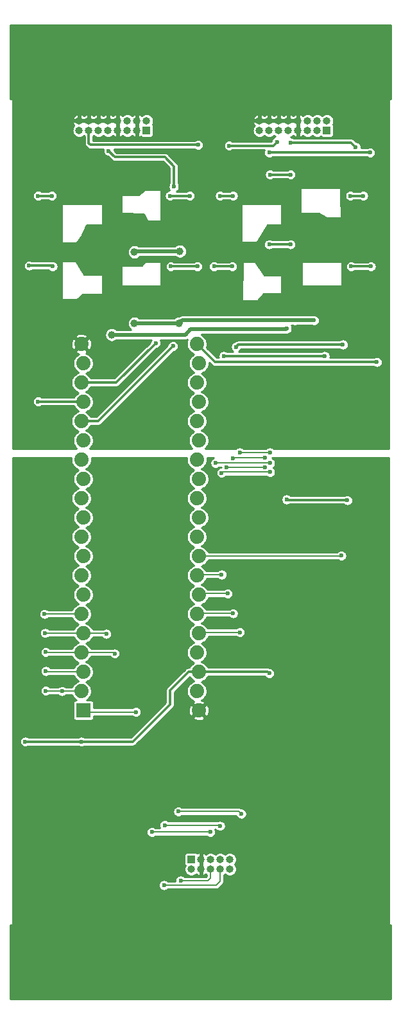
<source format=gtl>
G04 #@! TF.GenerationSoftware,KiCad,Pcbnew,(5.1.4)-1*
G04 #@! TF.CreationDate,2020-06-25T03:09:23+09:00*
G04 #@! TF.ProjectId,voice-dg,766f6963-652d-4646-972e-6b696361645f,rev?*
G04 #@! TF.SameCoordinates,Original*
G04 #@! TF.FileFunction,Copper,L1,Top*
G04 #@! TF.FilePolarity,Positive*
%FSLAX46Y46*%
G04 Gerber Fmt 4.6, Leading zero omitted, Abs format (unit mm)*
G04 Created by KiCad (PCBNEW (5.1.4)-1) date 2020-06-25 03:09:23*
%MOMM*%
%LPD*%
G04 APERTURE LIST*
%ADD10O,8.000000X5.200000*%
%ADD11R,1.879600X1.879600*%
%ADD12C,1.879600*%
%ADD13R,1.000000X1.000000*%
%ADD14O,1.000000X1.000000*%
%ADD15C,1.000000*%
%ADD16C,0.600000*%
%ADD17C,0.300000*%
%ADD18C,0.500000*%
%ADD19C,0.200000*%
%ADD20C,0.254000*%
G04 APERTURE END LIST*
D10*
X57500000Y-53000000D03*
X93000000Y-175500000D03*
X93000000Y-53000000D03*
X57500000Y-175500000D03*
D11*
X59757000Y-140380000D03*
D12*
X59503000Y-137840000D03*
X59757000Y-135300000D03*
X59503000Y-132760000D03*
X59757000Y-130220000D03*
X59503000Y-127680000D03*
X59757000Y-125140000D03*
X59503000Y-122600000D03*
X59757000Y-120060000D03*
X59503000Y-117520000D03*
X59757000Y-114980000D03*
X59503000Y-112440000D03*
X59757000Y-109900000D03*
X59503000Y-107360000D03*
X59757000Y-104820000D03*
X59503000Y-102280000D03*
X59757000Y-99740000D03*
X59503000Y-97200000D03*
X59757000Y-94660000D03*
X59503000Y-92120000D03*
X74743000Y-92120000D03*
X74997000Y-94660000D03*
X74743000Y-97200000D03*
X74997000Y-99740000D03*
X74743000Y-102280000D03*
X74997000Y-104820000D03*
X74743000Y-107360000D03*
X74997000Y-109900000D03*
X74743000Y-112440000D03*
X74997000Y-114980000D03*
X74743000Y-117520000D03*
X74997000Y-120060000D03*
X74743000Y-122600000D03*
X74997000Y-125140000D03*
X74743000Y-127680000D03*
X74997000Y-130220000D03*
X74743000Y-132760000D03*
X74997000Y-135300000D03*
X74743000Y-137840000D03*
X74997000Y-140380000D03*
D13*
X68100000Y-64000000D03*
D14*
X68100000Y-62730000D03*
X66830000Y-64000000D03*
X66830000Y-62730000D03*
X65560000Y-64000000D03*
X65560000Y-62730000D03*
X64290000Y-64000000D03*
X64290000Y-62730000D03*
X63020000Y-64000000D03*
X63020000Y-62730000D03*
X61750000Y-64000000D03*
X61750000Y-62730000D03*
X60480000Y-64000000D03*
X60480000Y-62730000D03*
X59210000Y-64000000D03*
X59210000Y-62730000D03*
X83010000Y-62730000D03*
X83010000Y-64000000D03*
X84280000Y-62730000D03*
X84280000Y-64000000D03*
X85550000Y-62730000D03*
X85550000Y-64000000D03*
X86820000Y-62730000D03*
X86820000Y-64000000D03*
X88090000Y-62730000D03*
X88090000Y-64000000D03*
X89360000Y-62730000D03*
X89360000Y-64000000D03*
X90630000Y-62730000D03*
X90630000Y-64000000D03*
X91900000Y-62730000D03*
D13*
X91900000Y-64000000D03*
X74000000Y-160000000D03*
D14*
X74000000Y-161270000D03*
X75270000Y-160000000D03*
X75270000Y-161270000D03*
X76540000Y-160000000D03*
X76540000Y-161270000D03*
X77810000Y-160000000D03*
X77810000Y-161270000D03*
X79080000Y-160000000D03*
X79080000Y-161270000D03*
D15*
X68600000Y-69500000D03*
D16*
X60300000Y-78300000D03*
X62300000Y-79500000D03*
X62100000Y-70200000D03*
X67500000Y-75600000D03*
X64900000Y-80000000D03*
X64900000Y-89400000D03*
X67600000Y-84900000D03*
X61300000Y-98400000D03*
X57700000Y-105300000D03*
X51100000Y-105300000D03*
X52700000Y-83100000D03*
X51000000Y-99000000D03*
X51000000Y-92000000D03*
X51000000Y-85000000D03*
X51000000Y-78000000D03*
X51000000Y-71000000D03*
X51000000Y-63000000D03*
X70000000Y-65000000D03*
X77000000Y-64500000D03*
X99500000Y-63000000D03*
X99500000Y-71000000D03*
X99500000Y-79000000D03*
X99500000Y-87500000D03*
X99500000Y-93000000D03*
X97500000Y-98500000D03*
X96500000Y-103000000D03*
X99500000Y-105500000D03*
X93000000Y-98000000D03*
X95500000Y-95500000D03*
X95500000Y-93500000D03*
X95500000Y-83500000D03*
X95500000Y-80500000D03*
X91000000Y-81000000D03*
X94500000Y-71000000D03*
X70600000Y-105500000D03*
X65400000Y-100300000D03*
X61200000Y-103500000D03*
X61300000Y-101000000D03*
X61300000Y-96100000D03*
X57700000Y-98600000D03*
X57700000Y-100800000D03*
X54700000Y-82700000D03*
X55000000Y-80500000D03*
X54800000Y-77500000D03*
X59100000Y-80500000D03*
X59700000Y-87500000D03*
X65500000Y-92900000D03*
X75800000Y-87700000D03*
X79000000Y-91400000D03*
X76800000Y-91400000D03*
X78300000Y-95500000D03*
X77000000Y-105400000D03*
X73200000Y-105500000D03*
X67400000Y-98300000D03*
X73000000Y-93000000D03*
X67600000Y-95000000D03*
X85000000Y-103200000D03*
X88700000Y-105500000D03*
X84400000Y-95500000D03*
X90000000Y-95600000D03*
X92800000Y-91200000D03*
X91500000Y-88700000D03*
X83700000Y-91300000D03*
X85500000Y-87800000D03*
X78800000Y-87600000D03*
X79900000Y-71000000D03*
X80000000Y-67100000D03*
X94500000Y-67900000D03*
X71200000Y-88400000D03*
X71400000Y-83100000D03*
D15*
X63500000Y-90900000D03*
D16*
X87100000Y-69800000D03*
X84400000Y-69800000D03*
X87100000Y-79000000D03*
X84300000Y-79000000D03*
X86600000Y-90100000D03*
D15*
X66500000Y-80000000D03*
X66500000Y-89400000D03*
X72400000Y-89400000D03*
X72500000Y-79900000D03*
D16*
X87700000Y-89000000D03*
X90200000Y-89000000D03*
X91600000Y-93700000D03*
X78300000Y-93700000D03*
X79500000Y-72600000D03*
X77800000Y-72600000D03*
X95000000Y-72600000D03*
X96700000Y-72600000D03*
X79900000Y-92500000D03*
X94000000Y-92200000D03*
X98500000Y-94500000D03*
X66900000Y-145500000D03*
X74800000Y-145500000D03*
X99500000Y-107500000D03*
X99500000Y-114500000D03*
X99500000Y-121000000D03*
X99500000Y-127500000D03*
X99500000Y-134000000D03*
X99500000Y-140500000D03*
X99500000Y-146500000D03*
X99500000Y-153500000D03*
X99500000Y-160500000D03*
X99500000Y-167500000D03*
X90500000Y-167500000D03*
X81500000Y-167500000D03*
X72500000Y-167500000D03*
X64000000Y-167500000D03*
X56000000Y-167500000D03*
X51000000Y-167500000D03*
X51000000Y-164500000D03*
X51000000Y-156500000D03*
X51000000Y-148500000D03*
X51000000Y-140000000D03*
X51000000Y-126000000D03*
X51000000Y-118000000D03*
X51000000Y-108000000D03*
X57500000Y-108000000D03*
X57500000Y-118000000D03*
X57500000Y-126000000D03*
X56500000Y-129000000D03*
X56500000Y-131500000D03*
X56500000Y-131500000D03*
X56500000Y-134000000D03*
X57000000Y-136500000D03*
X54000000Y-139500000D03*
X54000000Y-143500000D03*
X59500000Y-143000000D03*
X61000000Y-126500000D03*
X61000000Y-131500000D03*
X61000000Y-134000000D03*
X66000000Y-143500000D03*
X65000000Y-141500000D03*
X65000000Y-139500000D03*
X64700000Y-134100000D03*
X70900000Y-129900000D03*
X68900000Y-113700000D03*
X70600000Y-107600000D03*
X88700000Y-107600000D03*
X91600000Y-111600000D03*
X86600000Y-111500000D03*
X86600000Y-114000000D03*
X92700000Y-114100000D03*
X92700000Y-118900000D03*
X86600000Y-118900000D03*
X81700000Y-114500000D03*
X84000000Y-118900000D03*
X81400000Y-121000000D03*
X83800000Y-134000000D03*
X76800000Y-131200000D03*
X76500000Y-128800000D03*
X76500000Y-126300000D03*
X76500000Y-126300000D03*
X76500000Y-123800000D03*
X76600000Y-121400000D03*
X73200000Y-134100000D03*
X73100000Y-108700000D03*
X76600000Y-118700000D03*
X90500000Y-160500000D03*
X90500000Y-153500000D03*
X90500000Y-146500000D03*
X90500000Y-140500000D03*
X90500000Y-134000000D03*
X90500000Y-127500000D03*
X90500000Y-121500000D03*
X81000000Y-140500000D03*
X81000000Y-146500000D03*
X82000000Y-160500000D03*
X84300000Y-135500000D03*
X59500000Y-144500000D03*
X52100000Y-144500000D03*
X94600000Y-112700000D03*
X86600000Y-112600000D03*
X63100000Y-66700000D03*
X71700000Y-71400000D03*
X74900000Y-65900000D03*
X74800000Y-81900000D03*
X71300000Y-81900000D03*
X52600000Y-81800000D03*
X55700000Y-81900000D03*
X79400000Y-81900000D03*
X77000000Y-81900000D03*
X95100000Y-81900000D03*
X97700000Y-81900000D03*
X97600000Y-66900000D03*
X84300000Y-66900000D03*
X79000000Y-66000000D03*
X85300000Y-65500000D03*
X95700000Y-66200000D03*
X87100000Y-65600000D03*
X76500000Y-156400000D03*
X68800000Y-156400000D03*
X72600000Y-162800000D03*
X77800000Y-155600000D03*
X70500000Y-155500000D03*
X70400000Y-163400000D03*
X80600000Y-154000000D03*
X72300000Y-153700000D03*
X54800000Y-132700000D03*
X63900000Y-132900000D03*
X54800000Y-135200000D03*
X54800000Y-137800000D03*
X56960000Y-137840000D03*
X54620000Y-127680000D03*
X54700000Y-130200000D03*
X62800000Y-130300000D03*
X66700000Y-140600000D03*
X69300000Y-92000000D03*
X71200000Y-72600000D03*
X73800000Y-72600000D03*
X71600000Y-92400000D03*
X55600000Y-72600000D03*
X53800000Y-72600000D03*
X53800000Y-99700000D03*
X77200000Y-107800000D03*
X84400000Y-107800000D03*
X93800000Y-120000000D03*
X84400000Y-109000000D03*
X78000000Y-109100000D03*
X78000000Y-122500000D03*
X83700000Y-108390000D03*
X78690000Y-108390000D03*
X78800000Y-125000000D03*
X83700000Y-107100000D03*
X79500000Y-107200000D03*
X79500000Y-127600000D03*
X84400000Y-106400000D03*
X80400000Y-106400000D03*
X80400000Y-130100000D03*
D17*
X60300000Y-78300000D02*
X61100000Y-78300000D01*
X61100000Y-78300000D02*
X62300000Y-79500000D01*
D18*
X88090000Y-62730000D02*
X86820000Y-62730000D01*
X86820000Y-62730000D02*
X85550000Y-62730000D01*
X85550000Y-62730000D02*
X84280000Y-62730000D01*
X84280000Y-62730000D02*
X83010000Y-62730000D01*
D17*
X87100000Y-69800000D02*
X84400000Y-69800000D01*
X87100000Y-79000000D02*
X84300000Y-79000000D01*
D18*
X73200000Y-90900000D02*
X63500000Y-90900000D01*
X73900000Y-90200000D02*
X73200000Y-90900000D01*
X86600000Y-90100000D02*
X86500000Y-90200000D01*
X86500000Y-90200000D02*
X73900000Y-90200000D01*
X72400000Y-89400000D02*
X66500000Y-89400000D01*
X66600000Y-79900000D02*
X66500000Y-80000000D01*
X72500000Y-79900000D02*
X66600000Y-79900000D01*
X72800000Y-89000000D02*
X72400000Y-89400000D01*
X87700000Y-89000000D02*
X72800000Y-89000000D01*
X87700000Y-89000000D02*
X90200000Y-89000000D01*
D17*
X91600000Y-93700000D02*
X78300000Y-93700000D01*
X79500000Y-72600000D02*
X77800000Y-72600000D01*
X95000000Y-72600000D02*
X96700000Y-72600000D01*
X79900000Y-92500000D02*
X80200000Y-92200000D01*
X80200000Y-92200000D02*
X94000000Y-92200000D01*
X74743000Y-92120000D02*
X77123000Y-94500000D01*
X77123000Y-94500000D02*
X98500000Y-94500000D01*
X66900000Y-145500000D02*
X74800000Y-145500000D01*
X74997000Y-135300000D02*
X84100000Y-135300000D01*
X84100000Y-135300000D02*
X84300000Y-135500000D01*
X73667923Y-135300000D02*
X71200000Y-137767923D01*
X74997000Y-135300000D02*
X73667923Y-135300000D01*
X71200000Y-137767923D02*
X71200000Y-139600000D01*
X71200000Y-139600000D02*
X66300000Y-144500000D01*
X66300000Y-144500000D02*
X59500000Y-144500000D01*
X59500000Y-144500000D02*
X52100000Y-144500000D01*
X94544445Y-112644445D02*
X94600000Y-112700000D01*
X86600000Y-112600000D02*
X86644445Y-112644445D01*
X86644445Y-112644445D02*
X94544445Y-112644445D01*
X63100000Y-66700000D02*
X63900000Y-67500000D01*
X63900000Y-67500000D02*
X70500000Y-67500000D01*
X70500000Y-67500000D02*
X71700000Y-68700000D01*
X71700000Y-68700000D02*
X71700000Y-71400000D01*
X60480000Y-64000000D02*
X60480000Y-65680000D01*
X60480000Y-65680000D02*
X60700000Y-65900000D01*
X60700000Y-65900000D02*
X74900000Y-65900000D01*
X74800000Y-81900000D02*
X71300000Y-81900000D01*
X52600000Y-81800000D02*
X55600000Y-81800000D01*
X55600000Y-81800000D02*
X55700000Y-81900000D01*
X79400000Y-81900000D02*
X77000000Y-81900000D01*
X95100000Y-81900000D02*
X97700000Y-81900000D01*
X97600000Y-66900000D02*
X84300000Y-66900000D01*
X84800000Y-66000000D02*
X79000000Y-66000000D01*
X85300000Y-65500000D02*
X84800000Y-66000000D01*
X95100000Y-65600000D02*
X95700000Y-66200000D01*
X87100000Y-65600000D02*
X95100000Y-65600000D01*
D19*
X68800000Y-156400000D02*
X76500000Y-156400000D01*
X72600000Y-162800000D02*
X76200000Y-162800000D01*
X76540000Y-162460000D02*
X76540000Y-161270000D01*
X76200000Y-162800000D02*
X76540000Y-162460000D01*
X70500000Y-155500000D02*
X77700000Y-155500000D01*
X77700000Y-155500000D02*
X77800000Y-155600000D01*
X77810000Y-162890000D02*
X77810000Y-161270000D01*
X70400000Y-163400000D02*
X77300000Y-163400000D01*
X77300000Y-163400000D02*
X77810000Y-162890000D01*
X72300000Y-153700000D02*
X80300000Y-153700000D01*
X80300000Y-153700000D02*
X80600000Y-154000000D01*
X59503000Y-132760000D02*
X54860000Y-132760000D01*
X54860000Y-132760000D02*
X54800000Y-132700000D01*
X59503000Y-132760000D02*
X63760000Y-132760000D01*
X63760000Y-132760000D02*
X63900000Y-132900000D01*
X59757000Y-135300000D02*
X54900000Y-135300000D01*
X54900000Y-135300000D02*
X54800000Y-135200000D01*
X54840000Y-137840000D02*
X54800000Y-137800000D01*
X59503000Y-137840000D02*
X56960000Y-137840000D01*
X56960000Y-137840000D02*
X54840000Y-137840000D01*
X54620000Y-127680000D02*
X59503000Y-127680000D01*
X54720000Y-130220000D02*
X59757000Y-130220000D01*
X54700000Y-130200000D02*
X54720000Y-130220000D01*
X59757000Y-130220000D02*
X62720000Y-130220000D01*
X62720000Y-130220000D02*
X62800000Y-130300000D01*
X59977000Y-140600000D02*
X59757000Y-140380000D01*
X66700000Y-140600000D02*
X59977000Y-140600000D01*
D17*
X64100000Y-97200000D02*
X59503000Y-97200000D01*
X69300000Y-92000000D02*
X64100000Y-97200000D01*
X71200000Y-72600000D02*
X73800000Y-72600000D01*
X61720000Y-102280000D02*
X59503000Y-102280000D01*
X71600000Y-92400000D02*
X61720000Y-102280000D01*
X55600000Y-72600000D02*
X53800000Y-72600000D01*
X59717000Y-99700000D02*
X59757000Y-99740000D01*
X53800000Y-99700000D02*
X59717000Y-99700000D01*
D19*
X77200000Y-107800000D02*
X84400000Y-107800000D01*
X74997000Y-120060000D02*
X93740000Y-120060000D01*
X93740000Y-120060000D02*
X93800000Y-120000000D01*
X84400000Y-109000000D02*
X78100000Y-109000000D01*
X78100000Y-109000000D02*
X78000000Y-109100000D01*
X74843000Y-122500000D02*
X74743000Y-122600000D01*
X78000000Y-122500000D02*
X74843000Y-122500000D01*
X78690000Y-108390000D02*
X83700000Y-108390000D01*
X75137000Y-125000000D02*
X74997000Y-125140000D01*
X78800000Y-125000000D02*
X75137000Y-125000000D01*
X83700000Y-107100000D02*
X79600000Y-107100000D01*
X79600000Y-107100000D02*
X79500000Y-107200000D01*
X74823000Y-127600000D02*
X74743000Y-127680000D01*
X79500000Y-127600000D02*
X74823000Y-127600000D01*
X84400000Y-106400000D02*
X80400000Y-106400000D01*
X75117000Y-130100000D02*
X74997000Y-130220000D01*
X80400000Y-130100000D02*
X75117000Y-130100000D01*
D20*
G36*
X58136200Y-107225382D02*
G01*
X58136200Y-107494618D01*
X58188726Y-107758681D01*
X58291758Y-108007422D01*
X58441337Y-108231284D01*
X58631716Y-108421663D01*
X58855578Y-108571242D01*
X59104319Y-108674274D01*
X59131495Y-108679680D01*
X59109578Y-108688758D01*
X58885716Y-108838337D01*
X58695337Y-109028716D01*
X58545758Y-109252578D01*
X58442726Y-109501319D01*
X58390200Y-109765382D01*
X58390200Y-110034618D01*
X58442726Y-110298681D01*
X58545758Y-110547422D01*
X58695337Y-110771284D01*
X58885716Y-110961663D01*
X59109578Y-111111242D01*
X59131495Y-111120320D01*
X59104319Y-111125726D01*
X58855578Y-111228758D01*
X58631716Y-111378337D01*
X58441337Y-111568716D01*
X58291758Y-111792578D01*
X58188726Y-112041319D01*
X58136200Y-112305382D01*
X58136200Y-112574618D01*
X58188726Y-112838681D01*
X58291758Y-113087422D01*
X58441337Y-113311284D01*
X58631716Y-113501663D01*
X58855578Y-113651242D01*
X59104319Y-113754274D01*
X59131495Y-113759680D01*
X59109578Y-113768758D01*
X58885716Y-113918337D01*
X58695337Y-114108716D01*
X58545758Y-114332578D01*
X58442726Y-114581319D01*
X58390200Y-114845382D01*
X58390200Y-115114618D01*
X58442726Y-115378681D01*
X58545758Y-115627422D01*
X58695337Y-115851284D01*
X58885716Y-116041663D01*
X59109578Y-116191242D01*
X59131495Y-116200320D01*
X59104319Y-116205726D01*
X58855578Y-116308758D01*
X58631716Y-116458337D01*
X58441337Y-116648716D01*
X58291758Y-116872578D01*
X58188726Y-117121319D01*
X58136200Y-117385382D01*
X58136200Y-117654618D01*
X58188726Y-117918681D01*
X58291758Y-118167422D01*
X58441337Y-118391284D01*
X58631716Y-118581663D01*
X58855578Y-118731242D01*
X59104319Y-118834274D01*
X59131495Y-118839680D01*
X59109578Y-118848758D01*
X58885716Y-118998337D01*
X58695337Y-119188716D01*
X58545758Y-119412578D01*
X58442726Y-119661319D01*
X58390200Y-119925382D01*
X58390200Y-120194618D01*
X58442726Y-120458681D01*
X58545758Y-120707422D01*
X58695337Y-120931284D01*
X58885716Y-121121663D01*
X59109578Y-121271242D01*
X59131495Y-121280320D01*
X59104319Y-121285726D01*
X58855578Y-121388758D01*
X58631716Y-121538337D01*
X58441337Y-121728716D01*
X58291758Y-121952578D01*
X58188726Y-122201319D01*
X58136200Y-122465382D01*
X58136200Y-122734618D01*
X58188726Y-122998681D01*
X58291758Y-123247422D01*
X58441337Y-123471284D01*
X58631716Y-123661663D01*
X58855578Y-123811242D01*
X59104319Y-123914274D01*
X59131495Y-123919680D01*
X59109578Y-123928758D01*
X58885716Y-124078337D01*
X58695337Y-124268716D01*
X58545758Y-124492578D01*
X58442726Y-124741319D01*
X58390200Y-125005382D01*
X58390200Y-125274618D01*
X58442726Y-125538681D01*
X58545758Y-125787422D01*
X58695337Y-126011284D01*
X58885716Y-126201663D01*
X59109578Y-126351242D01*
X59131495Y-126360320D01*
X59104319Y-126365726D01*
X58855578Y-126468758D01*
X58631716Y-126618337D01*
X58441337Y-126808716D01*
X58291758Y-127032578D01*
X58241878Y-127153000D01*
X55121134Y-127153000D01*
X55083436Y-127115302D01*
X54964364Y-127035741D01*
X54832058Y-126980938D01*
X54691603Y-126953000D01*
X54548397Y-126953000D01*
X54407942Y-126980938D01*
X54275636Y-127035741D01*
X54156564Y-127115302D01*
X54055302Y-127216564D01*
X53975741Y-127335636D01*
X53920938Y-127467942D01*
X53893000Y-127608397D01*
X53893000Y-127751603D01*
X53920938Y-127892058D01*
X53975741Y-128024364D01*
X54055302Y-128143436D01*
X54156564Y-128244698D01*
X54275636Y-128324259D01*
X54407942Y-128379062D01*
X54548397Y-128407000D01*
X54691603Y-128407000D01*
X54832058Y-128379062D01*
X54964364Y-128324259D01*
X55083436Y-128244698D01*
X55121134Y-128207000D01*
X58241878Y-128207000D01*
X58291758Y-128327422D01*
X58441337Y-128551284D01*
X58631716Y-128741663D01*
X58855578Y-128891242D01*
X59104319Y-128994274D01*
X59131495Y-128999680D01*
X59109578Y-129008758D01*
X58885716Y-129158337D01*
X58695337Y-129348716D01*
X58545758Y-129572578D01*
X58495878Y-129693000D01*
X55221134Y-129693000D01*
X55163436Y-129635302D01*
X55044364Y-129555741D01*
X54912058Y-129500938D01*
X54771603Y-129473000D01*
X54628397Y-129473000D01*
X54487942Y-129500938D01*
X54355636Y-129555741D01*
X54236564Y-129635302D01*
X54135302Y-129736564D01*
X54055741Y-129855636D01*
X54000938Y-129987942D01*
X53973000Y-130128397D01*
X53973000Y-130271603D01*
X54000938Y-130412058D01*
X54055741Y-130544364D01*
X54135302Y-130663436D01*
X54236564Y-130764698D01*
X54355636Y-130844259D01*
X54487942Y-130899062D01*
X54628397Y-130927000D01*
X54771603Y-130927000D01*
X54912058Y-130899062D01*
X55044364Y-130844259D01*
X55163436Y-130764698D01*
X55181134Y-130747000D01*
X58495878Y-130747000D01*
X58545758Y-130867422D01*
X58695337Y-131091284D01*
X58885716Y-131281663D01*
X59109578Y-131431242D01*
X59131495Y-131440320D01*
X59104319Y-131445726D01*
X58855578Y-131548758D01*
X58631716Y-131698337D01*
X58441337Y-131888716D01*
X58291758Y-132112578D01*
X58241878Y-132233000D01*
X55361134Y-132233000D01*
X55263436Y-132135302D01*
X55144364Y-132055741D01*
X55012058Y-132000938D01*
X54871603Y-131973000D01*
X54728397Y-131973000D01*
X54587942Y-132000938D01*
X54455636Y-132055741D01*
X54336564Y-132135302D01*
X54235302Y-132236564D01*
X54155741Y-132355636D01*
X54100938Y-132487942D01*
X54073000Y-132628397D01*
X54073000Y-132771603D01*
X54100938Y-132912058D01*
X54155741Y-133044364D01*
X54235302Y-133163436D01*
X54336564Y-133264698D01*
X54455636Y-133344259D01*
X54587942Y-133399062D01*
X54728397Y-133427000D01*
X54871603Y-133427000D01*
X55012058Y-133399062D01*
X55144364Y-133344259D01*
X55230059Y-133287000D01*
X58241878Y-133287000D01*
X58291758Y-133407422D01*
X58441337Y-133631284D01*
X58631716Y-133821663D01*
X58855578Y-133971242D01*
X59104319Y-134074274D01*
X59131495Y-134079680D01*
X59109578Y-134088758D01*
X58885716Y-134238337D01*
X58695337Y-134428716D01*
X58545758Y-134652578D01*
X58495878Y-134773000D01*
X55389044Y-134773000D01*
X55364698Y-134736564D01*
X55263436Y-134635302D01*
X55144364Y-134555741D01*
X55012058Y-134500938D01*
X54871603Y-134473000D01*
X54728397Y-134473000D01*
X54587942Y-134500938D01*
X54455636Y-134555741D01*
X54336564Y-134635302D01*
X54235302Y-134736564D01*
X54155741Y-134855636D01*
X54100938Y-134987942D01*
X54073000Y-135128397D01*
X54073000Y-135271603D01*
X54100938Y-135412058D01*
X54155741Y-135544364D01*
X54235302Y-135663436D01*
X54336564Y-135764698D01*
X54455636Y-135844259D01*
X54587942Y-135899062D01*
X54728397Y-135927000D01*
X54871603Y-135927000D01*
X55012058Y-135899062D01*
X55144364Y-135844259D01*
X55170194Y-135827000D01*
X58495878Y-135827000D01*
X58545758Y-135947422D01*
X58695337Y-136171284D01*
X58885716Y-136361663D01*
X59109578Y-136511242D01*
X59131495Y-136520320D01*
X59104319Y-136525726D01*
X58855578Y-136628758D01*
X58631716Y-136778337D01*
X58441337Y-136968716D01*
X58291758Y-137192578D01*
X58241878Y-137313000D01*
X57461134Y-137313000D01*
X57423436Y-137275302D01*
X57304364Y-137195741D01*
X57172058Y-137140938D01*
X57031603Y-137113000D01*
X56888397Y-137113000D01*
X56747942Y-137140938D01*
X56615636Y-137195741D01*
X56496564Y-137275302D01*
X56458866Y-137313000D01*
X55341134Y-137313000D01*
X55263436Y-137235302D01*
X55144364Y-137155741D01*
X55012058Y-137100938D01*
X54871603Y-137073000D01*
X54728397Y-137073000D01*
X54587942Y-137100938D01*
X54455636Y-137155741D01*
X54336564Y-137235302D01*
X54235302Y-137336564D01*
X54155741Y-137455636D01*
X54100938Y-137587942D01*
X54073000Y-137728397D01*
X54073000Y-137871603D01*
X54100938Y-138012058D01*
X54155741Y-138144364D01*
X54235302Y-138263436D01*
X54336564Y-138364698D01*
X54455636Y-138444259D01*
X54587942Y-138499062D01*
X54728397Y-138527000D01*
X54871603Y-138527000D01*
X55012058Y-138499062D01*
X55144364Y-138444259D01*
X55259991Y-138367000D01*
X56458866Y-138367000D01*
X56496564Y-138404698D01*
X56615636Y-138484259D01*
X56747942Y-138539062D01*
X56888397Y-138567000D01*
X57031603Y-138567000D01*
X57172058Y-138539062D01*
X57304364Y-138484259D01*
X57423436Y-138404698D01*
X57461134Y-138367000D01*
X58241878Y-138367000D01*
X58291758Y-138487422D01*
X58441337Y-138711284D01*
X58631716Y-138901663D01*
X58798333Y-139012992D01*
X58733493Y-139019378D01*
X58653004Y-139043795D01*
X58578824Y-139083445D01*
X58513805Y-139136805D01*
X58460445Y-139201824D01*
X58420795Y-139276004D01*
X58396378Y-139356493D01*
X58388134Y-139440200D01*
X58388134Y-141319800D01*
X58396378Y-141403507D01*
X58420795Y-141483996D01*
X58460445Y-141558176D01*
X58513805Y-141623195D01*
X58578824Y-141676555D01*
X58653004Y-141716205D01*
X58733493Y-141740622D01*
X58817200Y-141748866D01*
X60696800Y-141748866D01*
X60780507Y-141740622D01*
X60860996Y-141716205D01*
X60935176Y-141676555D01*
X61000195Y-141623195D01*
X61053555Y-141558176D01*
X61093205Y-141483996D01*
X61117622Y-141403507D01*
X61125866Y-141319800D01*
X61125866Y-141127000D01*
X66198866Y-141127000D01*
X66236564Y-141164698D01*
X66355636Y-141244259D01*
X66487942Y-141299062D01*
X66628397Y-141327000D01*
X66771603Y-141327000D01*
X66912058Y-141299062D01*
X67044364Y-141244259D01*
X67163436Y-141164698D01*
X67264698Y-141063436D01*
X67344259Y-140944364D01*
X67399062Y-140812058D01*
X67427000Y-140671603D01*
X67427000Y-140528397D01*
X67399062Y-140387942D01*
X67344259Y-140255636D01*
X67264698Y-140136564D01*
X67163436Y-140035302D01*
X67044364Y-139955741D01*
X66912058Y-139900938D01*
X66771603Y-139873000D01*
X66628397Y-139873000D01*
X66487942Y-139900938D01*
X66355636Y-139955741D01*
X66236564Y-140035302D01*
X66198866Y-140073000D01*
X61125866Y-140073000D01*
X61125866Y-139440200D01*
X61117622Y-139356493D01*
X61093205Y-139276004D01*
X61053555Y-139201824D01*
X61000195Y-139136805D01*
X60935176Y-139083445D01*
X60860996Y-139043795D01*
X60780507Y-139019378D01*
X60696800Y-139011134D01*
X60210448Y-139011134D01*
X60374284Y-138901663D01*
X60564663Y-138711284D01*
X60714242Y-138487422D01*
X60817274Y-138238681D01*
X60869800Y-137974618D01*
X60869800Y-137705382D01*
X60817274Y-137441319D01*
X60714242Y-137192578D01*
X60564663Y-136968716D01*
X60374284Y-136778337D01*
X60150422Y-136628758D01*
X60128505Y-136619680D01*
X60155681Y-136614274D01*
X60404422Y-136511242D01*
X60628284Y-136361663D01*
X60818663Y-136171284D01*
X60968242Y-135947422D01*
X61071274Y-135698681D01*
X61123800Y-135434618D01*
X61123800Y-135165382D01*
X61071274Y-134901319D01*
X60968242Y-134652578D01*
X60818663Y-134428716D01*
X60628284Y-134238337D01*
X60404422Y-134088758D01*
X60155681Y-133985726D01*
X60128505Y-133980320D01*
X60150422Y-133971242D01*
X60374284Y-133821663D01*
X60564663Y-133631284D01*
X60714242Y-133407422D01*
X60764122Y-133287000D01*
X63284229Y-133287000D01*
X63335302Y-133363436D01*
X63436564Y-133464698D01*
X63555636Y-133544259D01*
X63687942Y-133599062D01*
X63828397Y-133627000D01*
X63971603Y-133627000D01*
X64112058Y-133599062D01*
X64244364Y-133544259D01*
X64363436Y-133464698D01*
X64464698Y-133363436D01*
X64544259Y-133244364D01*
X64599062Y-133112058D01*
X64627000Y-132971603D01*
X64627000Y-132828397D01*
X64599062Y-132687942D01*
X64544259Y-132555636D01*
X64464698Y-132436564D01*
X64363436Y-132335302D01*
X64244364Y-132255741D01*
X64112058Y-132200938D01*
X63971603Y-132173000D01*
X63828397Y-132173000D01*
X63687942Y-132200938D01*
X63610538Y-132233000D01*
X60764122Y-132233000D01*
X60714242Y-132112578D01*
X60564663Y-131888716D01*
X60374284Y-131698337D01*
X60150422Y-131548758D01*
X60128505Y-131539680D01*
X60155681Y-131534274D01*
X60404422Y-131431242D01*
X60628284Y-131281663D01*
X60818663Y-131091284D01*
X60968242Y-130867422D01*
X61018122Y-130747000D01*
X62224320Y-130747000D01*
X62235302Y-130763436D01*
X62336564Y-130864698D01*
X62455636Y-130944259D01*
X62587942Y-130999062D01*
X62728397Y-131027000D01*
X62871603Y-131027000D01*
X63012058Y-130999062D01*
X63144364Y-130944259D01*
X63263436Y-130864698D01*
X63364698Y-130763436D01*
X63444259Y-130644364D01*
X63499062Y-130512058D01*
X63527000Y-130371603D01*
X63527000Y-130228397D01*
X63499062Y-130087942D01*
X63444259Y-129955636D01*
X63364698Y-129836564D01*
X63263436Y-129735302D01*
X63144364Y-129655741D01*
X63012058Y-129600938D01*
X62871603Y-129573000D01*
X62728397Y-129573000D01*
X62587942Y-129600938D01*
X62455636Y-129655741D01*
X62399874Y-129693000D01*
X61018122Y-129693000D01*
X60968242Y-129572578D01*
X60818663Y-129348716D01*
X60628284Y-129158337D01*
X60404422Y-129008758D01*
X60155681Y-128905726D01*
X60128505Y-128900320D01*
X60150422Y-128891242D01*
X60374284Y-128741663D01*
X60564663Y-128551284D01*
X60714242Y-128327422D01*
X60817274Y-128078681D01*
X60869800Y-127814618D01*
X60869800Y-127545382D01*
X60817274Y-127281319D01*
X60714242Y-127032578D01*
X60564663Y-126808716D01*
X60374284Y-126618337D01*
X60150422Y-126468758D01*
X60128505Y-126459680D01*
X60155681Y-126454274D01*
X60404422Y-126351242D01*
X60628284Y-126201663D01*
X60818663Y-126011284D01*
X60968242Y-125787422D01*
X61071274Y-125538681D01*
X61123800Y-125274618D01*
X61123800Y-125005382D01*
X61071274Y-124741319D01*
X60968242Y-124492578D01*
X60818663Y-124268716D01*
X60628284Y-124078337D01*
X60404422Y-123928758D01*
X60155681Y-123825726D01*
X60128505Y-123820320D01*
X60150422Y-123811242D01*
X60374284Y-123661663D01*
X60564663Y-123471284D01*
X60714242Y-123247422D01*
X60817274Y-122998681D01*
X60869800Y-122734618D01*
X60869800Y-122465382D01*
X60817274Y-122201319D01*
X60714242Y-121952578D01*
X60564663Y-121728716D01*
X60374284Y-121538337D01*
X60150422Y-121388758D01*
X60128505Y-121379680D01*
X60155681Y-121374274D01*
X60404422Y-121271242D01*
X60628284Y-121121663D01*
X60818663Y-120931284D01*
X60968242Y-120707422D01*
X61071274Y-120458681D01*
X61123800Y-120194618D01*
X61123800Y-119925382D01*
X61071274Y-119661319D01*
X60968242Y-119412578D01*
X60818663Y-119188716D01*
X60628284Y-118998337D01*
X60404422Y-118848758D01*
X60155681Y-118745726D01*
X60128505Y-118740320D01*
X60150422Y-118731242D01*
X60374284Y-118581663D01*
X60564663Y-118391284D01*
X60714242Y-118167422D01*
X60817274Y-117918681D01*
X60869800Y-117654618D01*
X60869800Y-117385382D01*
X60817274Y-117121319D01*
X60714242Y-116872578D01*
X60564663Y-116648716D01*
X60374284Y-116458337D01*
X60150422Y-116308758D01*
X60128505Y-116299680D01*
X60155681Y-116294274D01*
X60404422Y-116191242D01*
X60628284Y-116041663D01*
X60818663Y-115851284D01*
X60968242Y-115627422D01*
X61071274Y-115378681D01*
X61123800Y-115114618D01*
X61123800Y-114845382D01*
X61071274Y-114581319D01*
X60968242Y-114332578D01*
X60818663Y-114108716D01*
X60628284Y-113918337D01*
X60404422Y-113768758D01*
X60155681Y-113665726D01*
X60128505Y-113660320D01*
X60150422Y-113651242D01*
X60374284Y-113501663D01*
X60564663Y-113311284D01*
X60714242Y-113087422D01*
X60817274Y-112838681D01*
X60869800Y-112574618D01*
X60869800Y-112305382D01*
X60817274Y-112041319D01*
X60714242Y-111792578D01*
X60564663Y-111568716D01*
X60374284Y-111378337D01*
X60150422Y-111228758D01*
X60128505Y-111219680D01*
X60155681Y-111214274D01*
X60404422Y-111111242D01*
X60628284Y-110961663D01*
X60818663Y-110771284D01*
X60968242Y-110547422D01*
X61071274Y-110298681D01*
X61123800Y-110034618D01*
X61123800Y-109765382D01*
X61071274Y-109501319D01*
X60968242Y-109252578D01*
X60818663Y-109028716D01*
X60628284Y-108838337D01*
X60404422Y-108688758D01*
X60155681Y-108585726D01*
X60128505Y-108580320D01*
X60150422Y-108571242D01*
X60374284Y-108421663D01*
X60564663Y-108231284D01*
X60714242Y-108007422D01*
X60817274Y-107758681D01*
X60869800Y-107494618D01*
X60869800Y-107225382D01*
X60850230Y-107127000D01*
X73395770Y-107127000D01*
X73376200Y-107225382D01*
X73376200Y-107494618D01*
X73428726Y-107758681D01*
X73531758Y-108007422D01*
X73681337Y-108231284D01*
X73871716Y-108421663D01*
X74095578Y-108571242D01*
X74344319Y-108674274D01*
X74371495Y-108679680D01*
X74349578Y-108688758D01*
X74125716Y-108838337D01*
X73935337Y-109028716D01*
X73785758Y-109252578D01*
X73682726Y-109501319D01*
X73630200Y-109765382D01*
X73630200Y-110034618D01*
X73682726Y-110298681D01*
X73785758Y-110547422D01*
X73935337Y-110771284D01*
X74125716Y-110961663D01*
X74349578Y-111111242D01*
X74371495Y-111120320D01*
X74344319Y-111125726D01*
X74095578Y-111228758D01*
X73871716Y-111378337D01*
X73681337Y-111568716D01*
X73531758Y-111792578D01*
X73428726Y-112041319D01*
X73376200Y-112305382D01*
X73376200Y-112574618D01*
X73428726Y-112838681D01*
X73531758Y-113087422D01*
X73681337Y-113311284D01*
X73871716Y-113501663D01*
X74095578Y-113651242D01*
X74344319Y-113754274D01*
X74371495Y-113759680D01*
X74349578Y-113768758D01*
X74125716Y-113918337D01*
X73935337Y-114108716D01*
X73785758Y-114332578D01*
X73682726Y-114581319D01*
X73630200Y-114845382D01*
X73630200Y-115114618D01*
X73682726Y-115378681D01*
X73785758Y-115627422D01*
X73935337Y-115851284D01*
X74125716Y-116041663D01*
X74349578Y-116191242D01*
X74371495Y-116200320D01*
X74344319Y-116205726D01*
X74095578Y-116308758D01*
X73871716Y-116458337D01*
X73681337Y-116648716D01*
X73531758Y-116872578D01*
X73428726Y-117121319D01*
X73376200Y-117385382D01*
X73376200Y-117654618D01*
X73428726Y-117918681D01*
X73531758Y-118167422D01*
X73681337Y-118391284D01*
X73871716Y-118581663D01*
X74095578Y-118731242D01*
X74344319Y-118834274D01*
X74371495Y-118839680D01*
X74349578Y-118848758D01*
X74125716Y-118998337D01*
X73935337Y-119188716D01*
X73785758Y-119412578D01*
X73682726Y-119661319D01*
X73630200Y-119925382D01*
X73630200Y-120194618D01*
X73682726Y-120458681D01*
X73785758Y-120707422D01*
X73935337Y-120931284D01*
X74125716Y-121121663D01*
X74349578Y-121271242D01*
X74371495Y-121280320D01*
X74344319Y-121285726D01*
X74095578Y-121388758D01*
X73871716Y-121538337D01*
X73681337Y-121728716D01*
X73531758Y-121952578D01*
X73428726Y-122201319D01*
X73376200Y-122465382D01*
X73376200Y-122734618D01*
X73428726Y-122998681D01*
X73531758Y-123247422D01*
X73681337Y-123471284D01*
X73871716Y-123661663D01*
X74095578Y-123811242D01*
X74344319Y-123914274D01*
X74371495Y-123919680D01*
X74349578Y-123928758D01*
X74125716Y-124078337D01*
X73935337Y-124268716D01*
X73785758Y-124492578D01*
X73682726Y-124741319D01*
X73630200Y-125005382D01*
X73630200Y-125274618D01*
X73682726Y-125538681D01*
X73785758Y-125787422D01*
X73935337Y-126011284D01*
X74125716Y-126201663D01*
X74349578Y-126351242D01*
X74371495Y-126360320D01*
X74344319Y-126365726D01*
X74095578Y-126468758D01*
X73871716Y-126618337D01*
X73681337Y-126808716D01*
X73531758Y-127032578D01*
X73428726Y-127281319D01*
X73376200Y-127545382D01*
X73376200Y-127814618D01*
X73428726Y-128078681D01*
X73531758Y-128327422D01*
X73681337Y-128551284D01*
X73871716Y-128741663D01*
X74095578Y-128891242D01*
X74344319Y-128994274D01*
X74371495Y-128999680D01*
X74349578Y-129008758D01*
X74125716Y-129158337D01*
X73935337Y-129348716D01*
X73785758Y-129572578D01*
X73682726Y-129821319D01*
X73630200Y-130085382D01*
X73630200Y-130354618D01*
X73682726Y-130618681D01*
X73785758Y-130867422D01*
X73935337Y-131091284D01*
X74125716Y-131281663D01*
X74349578Y-131431242D01*
X74371495Y-131440320D01*
X74344319Y-131445726D01*
X74095578Y-131548758D01*
X73871716Y-131698337D01*
X73681337Y-131888716D01*
X73531758Y-132112578D01*
X73428726Y-132361319D01*
X73376200Y-132625382D01*
X73376200Y-132894618D01*
X73428726Y-133158681D01*
X73531758Y-133407422D01*
X73681337Y-133631284D01*
X73871716Y-133821663D01*
X74095578Y-133971242D01*
X74344319Y-134074274D01*
X74371495Y-134079680D01*
X74349578Y-134088758D01*
X74125716Y-134238337D01*
X73935337Y-134428716D01*
X73785758Y-134652578D01*
X73756588Y-134723000D01*
X73696251Y-134723000D01*
X73667922Y-134720210D01*
X73639593Y-134723000D01*
X73639587Y-134723000D01*
X73554811Y-134731350D01*
X73446047Y-134764343D01*
X73345808Y-134817921D01*
X73336509Y-134825553D01*
X73279958Y-134871963D01*
X73279956Y-134871965D01*
X73257949Y-134890026D01*
X73239888Y-134912033D01*
X70812038Y-137339884D01*
X70790026Y-137357949D01*
X70717921Y-137445809D01*
X70664343Y-137546048D01*
X70651635Y-137587942D01*
X70631349Y-137654812D01*
X70627225Y-137696691D01*
X70623286Y-137736691D01*
X70620210Y-137767923D01*
X70623000Y-137796254D01*
X70623001Y-139360998D01*
X66060999Y-143923000D01*
X59945025Y-143923000D01*
X59844364Y-143855741D01*
X59712058Y-143800938D01*
X59571603Y-143773000D01*
X59428397Y-143773000D01*
X59287942Y-143800938D01*
X59155636Y-143855741D01*
X59054975Y-143923000D01*
X52545025Y-143923000D01*
X52444364Y-143855741D01*
X52312058Y-143800938D01*
X52171603Y-143773000D01*
X52028397Y-143773000D01*
X51887942Y-143800938D01*
X51755636Y-143855741D01*
X51636564Y-143935302D01*
X51535302Y-144036564D01*
X51455741Y-144155636D01*
X51400938Y-144287942D01*
X51373000Y-144428397D01*
X51373000Y-144571603D01*
X51400938Y-144712058D01*
X51455741Y-144844364D01*
X51535302Y-144963436D01*
X51636564Y-145064698D01*
X51755636Y-145144259D01*
X51887942Y-145199062D01*
X52028397Y-145227000D01*
X52171603Y-145227000D01*
X52312058Y-145199062D01*
X52444364Y-145144259D01*
X52545025Y-145077000D01*
X59054975Y-145077000D01*
X59155636Y-145144259D01*
X59287942Y-145199062D01*
X59428397Y-145227000D01*
X59571603Y-145227000D01*
X59712058Y-145199062D01*
X59844364Y-145144259D01*
X59945025Y-145077000D01*
X66271669Y-145077000D01*
X66300000Y-145079790D01*
X66328331Y-145077000D01*
X66328336Y-145077000D01*
X66358045Y-145074074D01*
X66413111Y-145068651D01*
X66457770Y-145055103D01*
X66521876Y-145035657D01*
X66622115Y-144982079D01*
X66709974Y-144909974D01*
X66728039Y-144887962D01*
X70255046Y-141360955D01*
X74195650Y-141360955D01*
X74295932Y-141561003D01*
X74539805Y-141675082D01*
X74801247Y-141739392D01*
X75070212Y-141751460D01*
X75336364Y-141710825D01*
X75589474Y-141619047D01*
X75698068Y-141561003D01*
X75798350Y-141360955D01*
X74997000Y-140559605D01*
X74195650Y-141360955D01*
X70255046Y-141360955D01*
X71162789Y-140453212D01*
X73625540Y-140453212D01*
X73666175Y-140719364D01*
X73757953Y-140972474D01*
X73815997Y-141081068D01*
X74016045Y-141181350D01*
X74817395Y-140380000D01*
X75176605Y-140380000D01*
X75977955Y-141181350D01*
X76178003Y-141081068D01*
X76292082Y-140837195D01*
X76356392Y-140575753D01*
X76368460Y-140306788D01*
X76327825Y-140040636D01*
X76236047Y-139787526D01*
X76178003Y-139678932D01*
X75977955Y-139578650D01*
X75176605Y-140380000D01*
X74817395Y-140380000D01*
X74016045Y-139578650D01*
X73815997Y-139678932D01*
X73701918Y-139922805D01*
X73637608Y-140184247D01*
X73625540Y-140453212D01*
X71162789Y-140453212D01*
X71587962Y-140028039D01*
X71609974Y-140009974D01*
X71682079Y-139922115D01*
X71735657Y-139821876D01*
X71768650Y-139713112D01*
X71777000Y-139628336D01*
X71777000Y-139628330D01*
X71779790Y-139600001D01*
X71777000Y-139571672D01*
X71777000Y-138006924D01*
X73806083Y-135977841D01*
X73935337Y-136171284D01*
X74125716Y-136361663D01*
X74349578Y-136511242D01*
X74371495Y-136520320D01*
X74344319Y-136525726D01*
X74095578Y-136628758D01*
X73871716Y-136778337D01*
X73681337Y-136968716D01*
X73531758Y-137192578D01*
X73428726Y-137441319D01*
X73376200Y-137705382D01*
X73376200Y-137974618D01*
X73428726Y-138238681D01*
X73531758Y-138487422D01*
X73681337Y-138711284D01*
X73871716Y-138901663D01*
X74095578Y-139051242D01*
X74344319Y-139154274D01*
X74370034Y-139159389D01*
X74295932Y-139198997D01*
X74195650Y-139399045D01*
X74997000Y-140200395D01*
X75798350Y-139399045D01*
X75698068Y-139198997D01*
X75454195Y-139084918D01*
X75363174Y-139062528D01*
X75390422Y-139051242D01*
X75614284Y-138901663D01*
X75804663Y-138711284D01*
X75954242Y-138487422D01*
X76057274Y-138238681D01*
X76109800Y-137974618D01*
X76109800Y-137705382D01*
X76057274Y-137441319D01*
X75954242Y-137192578D01*
X75804663Y-136968716D01*
X75614284Y-136778337D01*
X75390422Y-136628758D01*
X75368505Y-136619680D01*
X75395681Y-136614274D01*
X75644422Y-136511242D01*
X75868284Y-136361663D01*
X76058663Y-136171284D01*
X76208242Y-135947422D01*
X76237412Y-135877000D01*
X83677548Y-135877000D01*
X83735302Y-135963436D01*
X83836564Y-136064698D01*
X83955636Y-136144259D01*
X84087942Y-136199062D01*
X84228397Y-136227000D01*
X84371603Y-136227000D01*
X84512058Y-136199062D01*
X84644364Y-136144259D01*
X84763436Y-136064698D01*
X84864698Y-135963436D01*
X84944259Y-135844364D01*
X84999062Y-135712058D01*
X85027000Y-135571603D01*
X85027000Y-135428397D01*
X84999062Y-135287942D01*
X84944259Y-135155636D01*
X84864698Y-135036564D01*
X84763436Y-134935302D01*
X84644364Y-134855741D01*
X84512058Y-134800938D01*
X84371603Y-134773000D01*
X84338072Y-134773000D01*
X84321876Y-134764343D01*
X84257770Y-134744897D01*
X84213111Y-134731349D01*
X84158045Y-134725926D01*
X84128336Y-134723000D01*
X84128331Y-134723000D01*
X84100000Y-134720210D01*
X84071669Y-134723000D01*
X76237412Y-134723000D01*
X76208242Y-134652578D01*
X76058663Y-134428716D01*
X75868284Y-134238337D01*
X75644422Y-134088758D01*
X75395681Y-133985726D01*
X75368505Y-133980320D01*
X75390422Y-133971242D01*
X75614284Y-133821663D01*
X75804663Y-133631284D01*
X75954242Y-133407422D01*
X76057274Y-133158681D01*
X76109800Y-132894618D01*
X76109800Y-132625382D01*
X76057274Y-132361319D01*
X75954242Y-132112578D01*
X75804663Y-131888716D01*
X75614284Y-131698337D01*
X75390422Y-131548758D01*
X75368505Y-131539680D01*
X75395681Y-131534274D01*
X75644422Y-131431242D01*
X75868284Y-131281663D01*
X76058663Y-131091284D01*
X76208242Y-130867422D01*
X76307828Y-130627000D01*
X79898866Y-130627000D01*
X79936564Y-130664698D01*
X80055636Y-130744259D01*
X80187942Y-130799062D01*
X80328397Y-130827000D01*
X80471603Y-130827000D01*
X80612058Y-130799062D01*
X80744364Y-130744259D01*
X80863436Y-130664698D01*
X80964698Y-130563436D01*
X81044259Y-130444364D01*
X81099062Y-130312058D01*
X81127000Y-130171603D01*
X81127000Y-130028397D01*
X81099062Y-129887942D01*
X81044259Y-129755636D01*
X80964698Y-129636564D01*
X80863436Y-129535302D01*
X80744364Y-129455741D01*
X80612058Y-129400938D01*
X80471603Y-129373000D01*
X80328397Y-129373000D01*
X80187942Y-129400938D01*
X80055636Y-129455741D01*
X79936564Y-129535302D01*
X79898866Y-129573000D01*
X76208417Y-129573000D01*
X76208242Y-129572578D01*
X76058663Y-129348716D01*
X75868284Y-129158337D01*
X75644422Y-129008758D01*
X75395681Y-128905726D01*
X75368505Y-128900320D01*
X75390422Y-128891242D01*
X75614284Y-128741663D01*
X75804663Y-128551284D01*
X75954242Y-128327422D01*
X76037260Y-128127000D01*
X78998866Y-128127000D01*
X79036564Y-128164698D01*
X79155636Y-128244259D01*
X79287942Y-128299062D01*
X79428397Y-128327000D01*
X79571603Y-128327000D01*
X79712058Y-128299062D01*
X79844364Y-128244259D01*
X79963436Y-128164698D01*
X80064698Y-128063436D01*
X80144259Y-127944364D01*
X80199062Y-127812058D01*
X80227000Y-127671603D01*
X80227000Y-127528397D01*
X80199062Y-127387942D01*
X80144259Y-127255636D01*
X80064698Y-127136564D01*
X79963436Y-127035302D01*
X79844364Y-126955741D01*
X79712058Y-126900938D01*
X79571603Y-126873000D01*
X79428397Y-126873000D01*
X79287942Y-126900938D01*
X79155636Y-126955741D01*
X79036564Y-127035302D01*
X78998866Y-127073000D01*
X75970985Y-127073000D01*
X75954242Y-127032578D01*
X75804663Y-126808716D01*
X75614284Y-126618337D01*
X75390422Y-126468758D01*
X75368505Y-126459680D01*
X75395681Y-126454274D01*
X75644422Y-126351242D01*
X75868284Y-126201663D01*
X76058663Y-126011284D01*
X76208242Y-125787422D01*
X76311274Y-125538681D01*
X76313598Y-125527000D01*
X78298866Y-125527000D01*
X78336564Y-125564698D01*
X78455636Y-125644259D01*
X78587942Y-125699062D01*
X78728397Y-125727000D01*
X78871603Y-125727000D01*
X79012058Y-125699062D01*
X79144364Y-125644259D01*
X79263436Y-125564698D01*
X79364698Y-125463436D01*
X79444259Y-125344364D01*
X79499062Y-125212058D01*
X79527000Y-125071603D01*
X79527000Y-124928397D01*
X79499062Y-124787942D01*
X79444259Y-124655636D01*
X79364698Y-124536564D01*
X79263436Y-124435302D01*
X79144364Y-124355741D01*
X79012058Y-124300938D01*
X78871603Y-124273000D01*
X78728397Y-124273000D01*
X78587942Y-124300938D01*
X78455636Y-124355741D01*
X78336564Y-124435302D01*
X78298866Y-124473000D01*
X76195160Y-124473000D01*
X76058663Y-124268716D01*
X75868284Y-124078337D01*
X75644422Y-123928758D01*
X75395681Y-123825726D01*
X75368505Y-123820320D01*
X75390422Y-123811242D01*
X75614284Y-123661663D01*
X75804663Y-123471284D01*
X75954242Y-123247422D01*
X76045544Y-123027000D01*
X77498866Y-123027000D01*
X77536564Y-123064698D01*
X77655636Y-123144259D01*
X77787942Y-123199062D01*
X77928397Y-123227000D01*
X78071603Y-123227000D01*
X78212058Y-123199062D01*
X78344364Y-123144259D01*
X78463436Y-123064698D01*
X78564698Y-122963436D01*
X78644259Y-122844364D01*
X78699062Y-122712058D01*
X78727000Y-122571603D01*
X78727000Y-122428397D01*
X78699062Y-122287942D01*
X78644259Y-122155636D01*
X78564698Y-122036564D01*
X78463436Y-121935302D01*
X78344364Y-121855741D01*
X78212058Y-121800938D01*
X78071603Y-121773000D01*
X77928397Y-121773000D01*
X77787942Y-121800938D01*
X77655636Y-121855741D01*
X77536564Y-121935302D01*
X77498866Y-121973000D01*
X75962701Y-121973000D01*
X75954242Y-121952578D01*
X75804663Y-121728716D01*
X75614284Y-121538337D01*
X75390422Y-121388758D01*
X75368505Y-121379680D01*
X75395681Y-121374274D01*
X75644422Y-121271242D01*
X75868284Y-121121663D01*
X76058663Y-120931284D01*
X76208242Y-120707422D01*
X76258122Y-120587000D01*
X93369941Y-120587000D01*
X93455636Y-120644259D01*
X93587942Y-120699062D01*
X93728397Y-120727000D01*
X93871603Y-120727000D01*
X94012058Y-120699062D01*
X94144364Y-120644259D01*
X94263436Y-120564698D01*
X94364698Y-120463436D01*
X94444259Y-120344364D01*
X94499062Y-120212058D01*
X94527000Y-120071603D01*
X94527000Y-119928397D01*
X94499062Y-119787942D01*
X94444259Y-119655636D01*
X94364698Y-119536564D01*
X94263436Y-119435302D01*
X94144364Y-119355741D01*
X94012058Y-119300938D01*
X93871603Y-119273000D01*
X93728397Y-119273000D01*
X93587942Y-119300938D01*
X93455636Y-119355741D01*
X93336564Y-119435302D01*
X93238866Y-119533000D01*
X76258122Y-119533000D01*
X76208242Y-119412578D01*
X76058663Y-119188716D01*
X75868284Y-118998337D01*
X75644422Y-118848758D01*
X75395681Y-118745726D01*
X75368505Y-118740320D01*
X75390422Y-118731242D01*
X75614284Y-118581663D01*
X75804663Y-118391284D01*
X75954242Y-118167422D01*
X76057274Y-117918681D01*
X76109800Y-117654618D01*
X76109800Y-117385382D01*
X76057274Y-117121319D01*
X75954242Y-116872578D01*
X75804663Y-116648716D01*
X75614284Y-116458337D01*
X75390422Y-116308758D01*
X75368505Y-116299680D01*
X75395681Y-116294274D01*
X75644422Y-116191242D01*
X75868284Y-116041663D01*
X76058663Y-115851284D01*
X76208242Y-115627422D01*
X76311274Y-115378681D01*
X76363800Y-115114618D01*
X76363800Y-114845382D01*
X76311274Y-114581319D01*
X76208242Y-114332578D01*
X76058663Y-114108716D01*
X75868284Y-113918337D01*
X75644422Y-113768758D01*
X75395681Y-113665726D01*
X75368505Y-113660320D01*
X75390422Y-113651242D01*
X75614284Y-113501663D01*
X75804663Y-113311284D01*
X75954242Y-113087422D01*
X76057274Y-112838681D01*
X76109800Y-112574618D01*
X76109800Y-112528397D01*
X85873000Y-112528397D01*
X85873000Y-112671603D01*
X85900938Y-112812058D01*
X85955741Y-112944364D01*
X86035302Y-113063436D01*
X86136564Y-113164698D01*
X86255636Y-113244259D01*
X86387942Y-113299062D01*
X86528397Y-113327000D01*
X86671603Y-113327000D01*
X86812058Y-113299062D01*
X86944364Y-113244259D01*
X86978508Y-113221445D01*
X94093311Y-113221445D01*
X94136564Y-113264698D01*
X94255636Y-113344259D01*
X94387942Y-113399062D01*
X94528397Y-113427000D01*
X94671603Y-113427000D01*
X94812058Y-113399062D01*
X94944364Y-113344259D01*
X95063436Y-113264698D01*
X95164698Y-113163436D01*
X95244259Y-113044364D01*
X95299062Y-112912058D01*
X95327000Y-112771603D01*
X95327000Y-112628397D01*
X95299062Y-112487942D01*
X95244259Y-112355636D01*
X95164698Y-112236564D01*
X95063436Y-112135302D01*
X94944364Y-112055741D01*
X94812058Y-112000938D01*
X94671603Y-111973000D01*
X94528397Y-111973000D01*
X94387942Y-112000938D01*
X94255636Y-112055741D01*
X94238120Y-112067445D01*
X87095579Y-112067445D01*
X87063436Y-112035302D01*
X86944364Y-111955741D01*
X86812058Y-111900938D01*
X86671603Y-111873000D01*
X86528397Y-111873000D01*
X86387942Y-111900938D01*
X86255636Y-111955741D01*
X86136564Y-112035302D01*
X86035302Y-112136564D01*
X85955741Y-112255636D01*
X85900938Y-112387942D01*
X85873000Y-112528397D01*
X76109800Y-112528397D01*
X76109800Y-112305382D01*
X76057274Y-112041319D01*
X75954242Y-111792578D01*
X75804663Y-111568716D01*
X75614284Y-111378337D01*
X75390422Y-111228758D01*
X75368505Y-111219680D01*
X75395681Y-111214274D01*
X75644422Y-111111242D01*
X75868284Y-110961663D01*
X76058663Y-110771284D01*
X76208242Y-110547422D01*
X76311274Y-110298681D01*
X76363800Y-110034618D01*
X76363800Y-109765382D01*
X76311274Y-109501319D01*
X76208242Y-109252578D01*
X76058663Y-109028716D01*
X75868284Y-108838337D01*
X75644422Y-108688758D01*
X75395681Y-108585726D01*
X75368505Y-108580320D01*
X75390422Y-108571242D01*
X75614284Y-108421663D01*
X75804663Y-108231284D01*
X75954242Y-108007422D01*
X76057274Y-107758681D01*
X76109800Y-107494618D01*
X76109800Y-107225382D01*
X76090230Y-107127000D01*
X76925023Y-107127000D01*
X76855636Y-107155741D01*
X76736564Y-107235302D01*
X76635302Y-107336564D01*
X76555741Y-107455636D01*
X76500938Y-107587942D01*
X76473000Y-107728397D01*
X76473000Y-107871603D01*
X76500938Y-108012058D01*
X76555741Y-108144364D01*
X76635302Y-108263436D01*
X76736564Y-108364698D01*
X76855636Y-108444259D01*
X76987942Y-108499062D01*
X77128397Y-108527000D01*
X77271603Y-108527000D01*
X77412058Y-108499062D01*
X77544364Y-108444259D01*
X77663436Y-108364698D01*
X77701134Y-108327000D01*
X77963000Y-108327000D01*
X77963000Y-108373000D01*
X77928397Y-108373000D01*
X77787942Y-108400938D01*
X77655636Y-108455741D01*
X77536564Y-108535302D01*
X77435302Y-108636564D01*
X77355741Y-108755636D01*
X77300938Y-108887942D01*
X77273000Y-109028397D01*
X77273000Y-109171603D01*
X77300938Y-109312058D01*
X77355741Y-109444364D01*
X77435302Y-109563436D01*
X77536564Y-109664698D01*
X77655636Y-109744259D01*
X77787942Y-109799062D01*
X77928397Y-109827000D01*
X78071603Y-109827000D01*
X78212058Y-109799062D01*
X78344364Y-109744259D01*
X78463436Y-109664698D01*
X78564698Y-109563436D01*
X78589044Y-109527000D01*
X83898866Y-109527000D01*
X83936564Y-109564698D01*
X84055636Y-109644259D01*
X84187942Y-109699062D01*
X84328397Y-109727000D01*
X84471603Y-109727000D01*
X84612058Y-109699062D01*
X84744364Y-109644259D01*
X84863436Y-109564698D01*
X84964698Y-109463436D01*
X85044259Y-109344364D01*
X85099062Y-109212058D01*
X85127000Y-109071603D01*
X85127000Y-108928397D01*
X85099062Y-108787942D01*
X85044259Y-108655636D01*
X84964698Y-108536564D01*
X84863436Y-108435302D01*
X84810603Y-108400000D01*
X84863436Y-108364698D01*
X84964698Y-108263436D01*
X85044259Y-108144364D01*
X85099062Y-108012058D01*
X85127000Y-107871603D01*
X85127000Y-107728397D01*
X85099062Y-107587942D01*
X85044259Y-107455636D01*
X84964698Y-107336564D01*
X84863436Y-107235302D01*
X84744364Y-107155741D01*
X84674977Y-107127000D01*
X100048000Y-107127000D01*
X100048001Y-178048000D01*
X50452000Y-178048000D01*
X50452000Y-163328397D01*
X69673000Y-163328397D01*
X69673000Y-163471603D01*
X69700938Y-163612058D01*
X69755741Y-163744364D01*
X69835302Y-163863436D01*
X69936564Y-163964698D01*
X70055636Y-164044259D01*
X70187942Y-164099062D01*
X70328397Y-164127000D01*
X70471603Y-164127000D01*
X70612058Y-164099062D01*
X70744364Y-164044259D01*
X70863436Y-163964698D01*
X70901134Y-163927000D01*
X77274119Y-163927000D01*
X77300000Y-163929549D01*
X77325881Y-163927000D01*
X77403310Y-163919374D01*
X77502650Y-163889239D01*
X77594202Y-163840304D01*
X77674448Y-163774448D01*
X77690955Y-163754334D01*
X78164339Y-163280951D01*
X78184448Y-163264448D01*
X78250304Y-163184202D01*
X78299239Y-163092650D01*
X78329374Y-162993310D01*
X78337000Y-162915881D01*
X78337000Y-162915880D01*
X78339549Y-162890000D01*
X78337000Y-162864119D01*
X78337000Y-162036709D01*
X78445000Y-161948075D01*
X78562495Y-162044501D01*
X78723536Y-162130580D01*
X78898276Y-162183587D01*
X79034462Y-162197000D01*
X79125538Y-162197000D01*
X79261724Y-162183587D01*
X79436464Y-162130580D01*
X79597505Y-162044501D01*
X79738659Y-161928659D01*
X79854501Y-161787505D01*
X79940580Y-161626464D01*
X79993587Y-161451724D01*
X80011485Y-161270000D01*
X79993587Y-161088276D01*
X79940580Y-160913536D01*
X79854501Y-160752495D01*
X79758075Y-160635000D01*
X79854501Y-160517505D01*
X79940580Y-160356464D01*
X79993587Y-160181724D01*
X80011485Y-160000000D01*
X79993587Y-159818276D01*
X79940580Y-159643536D01*
X79854501Y-159482495D01*
X79738659Y-159341341D01*
X79597505Y-159225499D01*
X79436464Y-159139420D01*
X79261724Y-159086413D01*
X79125538Y-159073000D01*
X79034462Y-159073000D01*
X78898276Y-159086413D01*
X78723536Y-159139420D01*
X78562495Y-159225499D01*
X78445000Y-159321925D01*
X78327505Y-159225499D01*
X78166464Y-159139420D01*
X77991724Y-159086413D01*
X77855538Y-159073000D01*
X77764462Y-159073000D01*
X77628276Y-159086413D01*
X77453536Y-159139420D01*
X77292495Y-159225499D01*
X77175000Y-159321925D01*
X77057505Y-159225499D01*
X76896464Y-159139420D01*
X76721724Y-159086413D01*
X76585538Y-159073000D01*
X76494462Y-159073000D01*
X76358276Y-159086413D01*
X76183536Y-159139420D01*
X76022495Y-159225499D01*
X75900386Y-159325711D01*
X75858097Y-159283421D01*
X75706999Y-159182458D01*
X75539084Y-159112913D01*
X75397000Y-159189641D01*
X75397000Y-159873000D01*
X75417000Y-159873000D01*
X75417000Y-160127000D01*
X75397000Y-160127000D01*
X75397000Y-161143000D01*
X75417000Y-161143000D01*
X75417000Y-161397000D01*
X75397000Y-161397000D01*
X75397000Y-162080359D01*
X75539084Y-162157087D01*
X75706999Y-162087542D01*
X75858097Y-161986579D01*
X75900386Y-161944289D01*
X76013000Y-162036709D01*
X76013000Y-162241710D01*
X75981711Y-162273000D01*
X73101134Y-162273000D01*
X73063436Y-162235302D01*
X72944364Y-162155741D01*
X72812058Y-162100938D01*
X72671603Y-162073000D01*
X72528397Y-162073000D01*
X72387942Y-162100938D01*
X72255636Y-162155741D01*
X72136564Y-162235302D01*
X72035302Y-162336564D01*
X71955741Y-162455636D01*
X71900938Y-162587942D01*
X71873000Y-162728397D01*
X71873000Y-162871603D01*
X71873278Y-162873000D01*
X70901134Y-162873000D01*
X70863436Y-162835302D01*
X70744364Y-162755741D01*
X70612058Y-162700938D01*
X70471603Y-162673000D01*
X70328397Y-162673000D01*
X70187942Y-162700938D01*
X70055636Y-162755741D01*
X69936564Y-162835302D01*
X69835302Y-162936564D01*
X69755741Y-163055636D01*
X69700938Y-163187942D01*
X69673000Y-163328397D01*
X50452000Y-163328397D01*
X50452000Y-161270000D01*
X73068515Y-161270000D01*
X73086413Y-161451724D01*
X73139420Y-161626464D01*
X73225499Y-161787505D01*
X73341341Y-161928659D01*
X73482495Y-162044501D01*
X73643536Y-162130580D01*
X73818276Y-162183587D01*
X73954462Y-162197000D01*
X74045538Y-162197000D01*
X74181724Y-162183587D01*
X74356464Y-162130580D01*
X74517505Y-162044501D01*
X74639614Y-161944289D01*
X74681903Y-161986579D01*
X74833001Y-162087542D01*
X75000916Y-162157087D01*
X75143000Y-162080359D01*
X75143000Y-161397000D01*
X75123000Y-161397000D01*
X75123000Y-161143000D01*
X75143000Y-161143000D01*
X75143000Y-160127000D01*
X75123000Y-160127000D01*
X75123000Y-159873000D01*
X75143000Y-159873000D01*
X75143000Y-159189641D01*
X75000916Y-159112913D01*
X74833001Y-159182458D01*
X74806382Y-159200245D01*
X74803395Y-159196605D01*
X74738376Y-159143245D01*
X74664196Y-159103595D01*
X74583707Y-159079178D01*
X74500000Y-159070934D01*
X73500000Y-159070934D01*
X73416293Y-159079178D01*
X73335804Y-159103595D01*
X73261624Y-159143245D01*
X73196605Y-159196605D01*
X73143245Y-159261624D01*
X73103595Y-159335804D01*
X73079178Y-159416293D01*
X73070934Y-159500000D01*
X73070934Y-160500000D01*
X73079178Y-160583707D01*
X73103595Y-160664196D01*
X73143245Y-160738376D01*
X73196605Y-160803395D01*
X73197778Y-160804357D01*
X73139420Y-160913536D01*
X73086413Y-161088276D01*
X73068515Y-161270000D01*
X50452000Y-161270000D01*
X50452000Y-156328397D01*
X68073000Y-156328397D01*
X68073000Y-156471603D01*
X68100938Y-156612058D01*
X68155741Y-156744364D01*
X68235302Y-156863436D01*
X68336564Y-156964698D01*
X68455636Y-157044259D01*
X68587942Y-157099062D01*
X68728397Y-157127000D01*
X68871603Y-157127000D01*
X69012058Y-157099062D01*
X69144364Y-157044259D01*
X69263436Y-156964698D01*
X69301134Y-156927000D01*
X75998866Y-156927000D01*
X76036564Y-156964698D01*
X76155636Y-157044259D01*
X76287942Y-157099062D01*
X76428397Y-157127000D01*
X76571603Y-157127000D01*
X76712058Y-157099062D01*
X76844364Y-157044259D01*
X76963436Y-156964698D01*
X77064698Y-156863436D01*
X77144259Y-156744364D01*
X77199062Y-156612058D01*
X77227000Y-156471603D01*
X77227000Y-156328397D01*
X77199062Y-156187942D01*
X77144259Y-156055636D01*
X77125125Y-156027000D01*
X77210956Y-156027000D01*
X77235302Y-156063436D01*
X77336564Y-156164698D01*
X77455636Y-156244259D01*
X77587942Y-156299062D01*
X77728397Y-156327000D01*
X77871603Y-156327000D01*
X78012058Y-156299062D01*
X78144364Y-156244259D01*
X78263436Y-156164698D01*
X78364698Y-156063436D01*
X78444259Y-155944364D01*
X78499062Y-155812058D01*
X78527000Y-155671603D01*
X78527000Y-155528397D01*
X78499062Y-155387942D01*
X78444259Y-155255636D01*
X78364698Y-155136564D01*
X78263436Y-155035302D01*
X78144364Y-154955741D01*
X78012058Y-154900938D01*
X77871603Y-154873000D01*
X77728397Y-154873000D01*
X77587942Y-154900938D01*
X77455636Y-154955741D01*
X77429806Y-154973000D01*
X71001134Y-154973000D01*
X70963436Y-154935302D01*
X70844364Y-154855741D01*
X70712058Y-154800938D01*
X70571603Y-154773000D01*
X70428397Y-154773000D01*
X70287942Y-154800938D01*
X70155636Y-154855741D01*
X70036564Y-154935302D01*
X69935302Y-155036564D01*
X69855741Y-155155636D01*
X69800938Y-155287942D01*
X69773000Y-155428397D01*
X69773000Y-155571603D01*
X69800938Y-155712058D01*
X69855741Y-155844364D01*
X69874875Y-155873000D01*
X69301134Y-155873000D01*
X69263436Y-155835302D01*
X69144364Y-155755741D01*
X69012058Y-155700938D01*
X68871603Y-155673000D01*
X68728397Y-155673000D01*
X68587942Y-155700938D01*
X68455636Y-155755741D01*
X68336564Y-155835302D01*
X68235302Y-155936564D01*
X68155741Y-156055636D01*
X68100938Y-156187942D01*
X68073000Y-156328397D01*
X50452000Y-156328397D01*
X50452000Y-153628397D01*
X71573000Y-153628397D01*
X71573000Y-153771603D01*
X71600938Y-153912058D01*
X71655741Y-154044364D01*
X71735302Y-154163436D01*
X71836564Y-154264698D01*
X71955636Y-154344259D01*
X72087942Y-154399062D01*
X72228397Y-154427000D01*
X72371603Y-154427000D01*
X72512058Y-154399062D01*
X72644364Y-154344259D01*
X72763436Y-154264698D01*
X72801134Y-154227000D01*
X79907127Y-154227000D01*
X79955741Y-154344364D01*
X80035302Y-154463436D01*
X80136564Y-154564698D01*
X80255636Y-154644259D01*
X80387942Y-154699062D01*
X80528397Y-154727000D01*
X80671603Y-154727000D01*
X80812058Y-154699062D01*
X80944364Y-154644259D01*
X81063436Y-154564698D01*
X81164698Y-154463436D01*
X81244259Y-154344364D01*
X81299062Y-154212058D01*
X81327000Y-154071603D01*
X81327000Y-153928397D01*
X81299062Y-153787942D01*
X81244259Y-153655636D01*
X81164698Y-153536564D01*
X81063436Y-153435302D01*
X80944364Y-153355741D01*
X80812058Y-153300938D01*
X80671603Y-153273000D01*
X80610413Y-153273000D01*
X80594202Y-153259696D01*
X80502650Y-153210761D01*
X80403310Y-153180626D01*
X80325881Y-153173000D01*
X80300000Y-153170451D01*
X80274119Y-153173000D01*
X72801134Y-153173000D01*
X72763436Y-153135302D01*
X72644364Y-153055741D01*
X72512058Y-153000938D01*
X72371603Y-152973000D01*
X72228397Y-152973000D01*
X72087942Y-153000938D01*
X71955636Y-153055741D01*
X71836564Y-153135302D01*
X71735302Y-153236564D01*
X71655741Y-153355636D01*
X71600938Y-153487942D01*
X71573000Y-153628397D01*
X50452000Y-153628397D01*
X50452000Y-107127000D01*
X58155770Y-107127000D01*
X58136200Y-107225382D01*
X58136200Y-107225382D01*
G37*
X58136200Y-107225382D02*
X58136200Y-107494618D01*
X58188726Y-107758681D01*
X58291758Y-108007422D01*
X58441337Y-108231284D01*
X58631716Y-108421663D01*
X58855578Y-108571242D01*
X59104319Y-108674274D01*
X59131495Y-108679680D01*
X59109578Y-108688758D01*
X58885716Y-108838337D01*
X58695337Y-109028716D01*
X58545758Y-109252578D01*
X58442726Y-109501319D01*
X58390200Y-109765382D01*
X58390200Y-110034618D01*
X58442726Y-110298681D01*
X58545758Y-110547422D01*
X58695337Y-110771284D01*
X58885716Y-110961663D01*
X59109578Y-111111242D01*
X59131495Y-111120320D01*
X59104319Y-111125726D01*
X58855578Y-111228758D01*
X58631716Y-111378337D01*
X58441337Y-111568716D01*
X58291758Y-111792578D01*
X58188726Y-112041319D01*
X58136200Y-112305382D01*
X58136200Y-112574618D01*
X58188726Y-112838681D01*
X58291758Y-113087422D01*
X58441337Y-113311284D01*
X58631716Y-113501663D01*
X58855578Y-113651242D01*
X59104319Y-113754274D01*
X59131495Y-113759680D01*
X59109578Y-113768758D01*
X58885716Y-113918337D01*
X58695337Y-114108716D01*
X58545758Y-114332578D01*
X58442726Y-114581319D01*
X58390200Y-114845382D01*
X58390200Y-115114618D01*
X58442726Y-115378681D01*
X58545758Y-115627422D01*
X58695337Y-115851284D01*
X58885716Y-116041663D01*
X59109578Y-116191242D01*
X59131495Y-116200320D01*
X59104319Y-116205726D01*
X58855578Y-116308758D01*
X58631716Y-116458337D01*
X58441337Y-116648716D01*
X58291758Y-116872578D01*
X58188726Y-117121319D01*
X58136200Y-117385382D01*
X58136200Y-117654618D01*
X58188726Y-117918681D01*
X58291758Y-118167422D01*
X58441337Y-118391284D01*
X58631716Y-118581663D01*
X58855578Y-118731242D01*
X59104319Y-118834274D01*
X59131495Y-118839680D01*
X59109578Y-118848758D01*
X58885716Y-118998337D01*
X58695337Y-119188716D01*
X58545758Y-119412578D01*
X58442726Y-119661319D01*
X58390200Y-119925382D01*
X58390200Y-120194618D01*
X58442726Y-120458681D01*
X58545758Y-120707422D01*
X58695337Y-120931284D01*
X58885716Y-121121663D01*
X59109578Y-121271242D01*
X59131495Y-121280320D01*
X59104319Y-121285726D01*
X58855578Y-121388758D01*
X58631716Y-121538337D01*
X58441337Y-121728716D01*
X58291758Y-121952578D01*
X58188726Y-122201319D01*
X58136200Y-122465382D01*
X58136200Y-122734618D01*
X58188726Y-122998681D01*
X58291758Y-123247422D01*
X58441337Y-123471284D01*
X58631716Y-123661663D01*
X58855578Y-123811242D01*
X59104319Y-123914274D01*
X59131495Y-123919680D01*
X59109578Y-123928758D01*
X58885716Y-124078337D01*
X58695337Y-124268716D01*
X58545758Y-124492578D01*
X58442726Y-124741319D01*
X58390200Y-125005382D01*
X58390200Y-125274618D01*
X58442726Y-125538681D01*
X58545758Y-125787422D01*
X58695337Y-126011284D01*
X58885716Y-126201663D01*
X59109578Y-126351242D01*
X59131495Y-126360320D01*
X59104319Y-126365726D01*
X58855578Y-126468758D01*
X58631716Y-126618337D01*
X58441337Y-126808716D01*
X58291758Y-127032578D01*
X58241878Y-127153000D01*
X55121134Y-127153000D01*
X55083436Y-127115302D01*
X54964364Y-127035741D01*
X54832058Y-126980938D01*
X54691603Y-126953000D01*
X54548397Y-126953000D01*
X54407942Y-126980938D01*
X54275636Y-127035741D01*
X54156564Y-127115302D01*
X54055302Y-127216564D01*
X53975741Y-127335636D01*
X53920938Y-127467942D01*
X53893000Y-127608397D01*
X53893000Y-127751603D01*
X53920938Y-127892058D01*
X53975741Y-128024364D01*
X54055302Y-128143436D01*
X54156564Y-128244698D01*
X54275636Y-128324259D01*
X54407942Y-128379062D01*
X54548397Y-128407000D01*
X54691603Y-128407000D01*
X54832058Y-128379062D01*
X54964364Y-128324259D01*
X55083436Y-128244698D01*
X55121134Y-128207000D01*
X58241878Y-128207000D01*
X58291758Y-128327422D01*
X58441337Y-128551284D01*
X58631716Y-128741663D01*
X58855578Y-128891242D01*
X59104319Y-128994274D01*
X59131495Y-128999680D01*
X59109578Y-129008758D01*
X58885716Y-129158337D01*
X58695337Y-129348716D01*
X58545758Y-129572578D01*
X58495878Y-129693000D01*
X55221134Y-129693000D01*
X55163436Y-129635302D01*
X55044364Y-129555741D01*
X54912058Y-129500938D01*
X54771603Y-129473000D01*
X54628397Y-129473000D01*
X54487942Y-129500938D01*
X54355636Y-129555741D01*
X54236564Y-129635302D01*
X54135302Y-129736564D01*
X54055741Y-129855636D01*
X54000938Y-129987942D01*
X53973000Y-130128397D01*
X53973000Y-130271603D01*
X54000938Y-130412058D01*
X54055741Y-130544364D01*
X54135302Y-130663436D01*
X54236564Y-130764698D01*
X54355636Y-130844259D01*
X54487942Y-130899062D01*
X54628397Y-130927000D01*
X54771603Y-130927000D01*
X54912058Y-130899062D01*
X55044364Y-130844259D01*
X55163436Y-130764698D01*
X55181134Y-130747000D01*
X58495878Y-130747000D01*
X58545758Y-130867422D01*
X58695337Y-131091284D01*
X58885716Y-131281663D01*
X59109578Y-131431242D01*
X59131495Y-131440320D01*
X59104319Y-131445726D01*
X58855578Y-131548758D01*
X58631716Y-131698337D01*
X58441337Y-131888716D01*
X58291758Y-132112578D01*
X58241878Y-132233000D01*
X55361134Y-132233000D01*
X55263436Y-132135302D01*
X55144364Y-132055741D01*
X55012058Y-132000938D01*
X54871603Y-131973000D01*
X54728397Y-131973000D01*
X54587942Y-132000938D01*
X54455636Y-132055741D01*
X54336564Y-132135302D01*
X54235302Y-132236564D01*
X54155741Y-132355636D01*
X54100938Y-132487942D01*
X54073000Y-132628397D01*
X54073000Y-132771603D01*
X54100938Y-132912058D01*
X54155741Y-133044364D01*
X54235302Y-133163436D01*
X54336564Y-133264698D01*
X54455636Y-133344259D01*
X54587942Y-133399062D01*
X54728397Y-133427000D01*
X54871603Y-133427000D01*
X55012058Y-133399062D01*
X55144364Y-133344259D01*
X55230059Y-133287000D01*
X58241878Y-133287000D01*
X58291758Y-133407422D01*
X58441337Y-133631284D01*
X58631716Y-133821663D01*
X58855578Y-133971242D01*
X59104319Y-134074274D01*
X59131495Y-134079680D01*
X59109578Y-134088758D01*
X58885716Y-134238337D01*
X58695337Y-134428716D01*
X58545758Y-134652578D01*
X58495878Y-134773000D01*
X55389044Y-134773000D01*
X55364698Y-134736564D01*
X55263436Y-134635302D01*
X55144364Y-134555741D01*
X55012058Y-134500938D01*
X54871603Y-134473000D01*
X54728397Y-134473000D01*
X54587942Y-134500938D01*
X54455636Y-134555741D01*
X54336564Y-134635302D01*
X54235302Y-134736564D01*
X54155741Y-134855636D01*
X54100938Y-134987942D01*
X54073000Y-135128397D01*
X54073000Y-135271603D01*
X54100938Y-135412058D01*
X54155741Y-135544364D01*
X54235302Y-135663436D01*
X54336564Y-135764698D01*
X54455636Y-135844259D01*
X54587942Y-135899062D01*
X54728397Y-135927000D01*
X54871603Y-135927000D01*
X55012058Y-135899062D01*
X55144364Y-135844259D01*
X55170194Y-135827000D01*
X58495878Y-135827000D01*
X58545758Y-135947422D01*
X58695337Y-136171284D01*
X58885716Y-136361663D01*
X59109578Y-136511242D01*
X59131495Y-136520320D01*
X59104319Y-136525726D01*
X58855578Y-136628758D01*
X58631716Y-136778337D01*
X58441337Y-136968716D01*
X58291758Y-137192578D01*
X58241878Y-137313000D01*
X57461134Y-137313000D01*
X57423436Y-137275302D01*
X57304364Y-137195741D01*
X57172058Y-137140938D01*
X57031603Y-137113000D01*
X56888397Y-137113000D01*
X56747942Y-137140938D01*
X56615636Y-137195741D01*
X56496564Y-137275302D01*
X56458866Y-137313000D01*
X55341134Y-137313000D01*
X55263436Y-137235302D01*
X55144364Y-137155741D01*
X55012058Y-137100938D01*
X54871603Y-137073000D01*
X54728397Y-137073000D01*
X54587942Y-137100938D01*
X54455636Y-137155741D01*
X54336564Y-137235302D01*
X54235302Y-137336564D01*
X54155741Y-137455636D01*
X54100938Y-137587942D01*
X54073000Y-137728397D01*
X54073000Y-137871603D01*
X54100938Y-138012058D01*
X54155741Y-138144364D01*
X54235302Y-138263436D01*
X54336564Y-138364698D01*
X54455636Y-138444259D01*
X54587942Y-138499062D01*
X54728397Y-138527000D01*
X54871603Y-138527000D01*
X55012058Y-138499062D01*
X55144364Y-138444259D01*
X55259991Y-138367000D01*
X56458866Y-138367000D01*
X56496564Y-138404698D01*
X56615636Y-138484259D01*
X56747942Y-138539062D01*
X56888397Y-138567000D01*
X57031603Y-138567000D01*
X57172058Y-138539062D01*
X57304364Y-138484259D01*
X57423436Y-138404698D01*
X57461134Y-138367000D01*
X58241878Y-138367000D01*
X58291758Y-138487422D01*
X58441337Y-138711284D01*
X58631716Y-138901663D01*
X58798333Y-139012992D01*
X58733493Y-139019378D01*
X58653004Y-139043795D01*
X58578824Y-139083445D01*
X58513805Y-139136805D01*
X58460445Y-139201824D01*
X58420795Y-139276004D01*
X58396378Y-139356493D01*
X58388134Y-139440200D01*
X58388134Y-141319800D01*
X58396378Y-141403507D01*
X58420795Y-141483996D01*
X58460445Y-141558176D01*
X58513805Y-141623195D01*
X58578824Y-141676555D01*
X58653004Y-141716205D01*
X58733493Y-141740622D01*
X58817200Y-141748866D01*
X60696800Y-141748866D01*
X60780507Y-141740622D01*
X60860996Y-141716205D01*
X60935176Y-141676555D01*
X61000195Y-141623195D01*
X61053555Y-141558176D01*
X61093205Y-141483996D01*
X61117622Y-141403507D01*
X61125866Y-141319800D01*
X61125866Y-141127000D01*
X66198866Y-141127000D01*
X66236564Y-141164698D01*
X66355636Y-141244259D01*
X66487942Y-141299062D01*
X66628397Y-141327000D01*
X66771603Y-141327000D01*
X66912058Y-141299062D01*
X67044364Y-141244259D01*
X67163436Y-141164698D01*
X67264698Y-141063436D01*
X67344259Y-140944364D01*
X67399062Y-140812058D01*
X67427000Y-140671603D01*
X67427000Y-140528397D01*
X67399062Y-140387942D01*
X67344259Y-140255636D01*
X67264698Y-140136564D01*
X67163436Y-140035302D01*
X67044364Y-139955741D01*
X66912058Y-139900938D01*
X66771603Y-139873000D01*
X66628397Y-139873000D01*
X66487942Y-139900938D01*
X66355636Y-139955741D01*
X66236564Y-140035302D01*
X66198866Y-140073000D01*
X61125866Y-140073000D01*
X61125866Y-139440200D01*
X61117622Y-139356493D01*
X61093205Y-139276004D01*
X61053555Y-139201824D01*
X61000195Y-139136805D01*
X60935176Y-139083445D01*
X60860996Y-139043795D01*
X60780507Y-139019378D01*
X60696800Y-139011134D01*
X60210448Y-139011134D01*
X60374284Y-138901663D01*
X60564663Y-138711284D01*
X60714242Y-138487422D01*
X60817274Y-138238681D01*
X60869800Y-137974618D01*
X60869800Y-137705382D01*
X60817274Y-137441319D01*
X60714242Y-137192578D01*
X60564663Y-136968716D01*
X60374284Y-136778337D01*
X60150422Y-136628758D01*
X60128505Y-136619680D01*
X60155681Y-136614274D01*
X60404422Y-136511242D01*
X60628284Y-136361663D01*
X60818663Y-136171284D01*
X60968242Y-135947422D01*
X61071274Y-135698681D01*
X61123800Y-135434618D01*
X61123800Y-135165382D01*
X61071274Y-134901319D01*
X60968242Y-134652578D01*
X60818663Y-134428716D01*
X60628284Y-134238337D01*
X60404422Y-134088758D01*
X60155681Y-133985726D01*
X60128505Y-133980320D01*
X60150422Y-133971242D01*
X60374284Y-133821663D01*
X60564663Y-133631284D01*
X60714242Y-133407422D01*
X60764122Y-133287000D01*
X63284229Y-133287000D01*
X63335302Y-133363436D01*
X63436564Y-133464698D01*
X63555636Y-133544259D01*
X63687942Y-133599062D01*
X63828397Y-133627000D01*
X63971603Y-133627000D01*
X64112058Y-133599062D01*
X64244364Y-133544259D01*
X64363436Y-133464698D01*
X64464698Y-133363436D01*
X64544259Y-133244364D01*
X64599062Y-133112058D01*
X64627000Y-132971603D01*
X64627000Y-132828397D01*
X64599062Y-132687942D01*
X64544259Y-132555636D01*
X64464698Y-132436564D01*
X64363436Y-132335302D01*
X64244364Y-132255741D01*
X64112058Y-132200938D01*
X63971603Y-132173000D01*
X63828397Y-132173000D01*
X63687942Y-132200938D01*
X63610538Y-132233000D01*
X60764122Y-132233000D01*
X60714242Y-132112578D01*
X60564663Y-131888716D01*
X60374284Y-131698337D01*
X60150422Y-131548758D01*
X60128505Y-131539680D01*
X60155681Y-131534274D01*
X60404422Y-131431242D01*
X60628284Y-131281663D01*
X60818663Y-131091284D01*
X60968242Y-130867422D01*
X61018122Y-130747000D01*
X62224320Y-130747000D01*
X62235302Y-130763436D01*
X62336564Y-130864698D01*
X62455636Y-130944259D01*
X62587942Y-130999062D01*
X62728397Y-131027000D01*
X62871603Y-131027000D01*
X63012058Y-130999062D01*
X63144364Y-130944259D01*
X63263436Y-130864698D01*
X63364698Y-130763436D01*
X63444259Y-130644364D01*
X63499062Y-130512058D01*
X63527000Y-130371603D01*
X63527000Y-130228397D01*
X63499062Y-130087942D01*
X63444259Y-129955636D01*
X63364698Y-129836564D01*
X63263436Y-129735302D01*
X63144364Y-129655741D01*
X63012058Y-129600938D01*
X62871603Y-129573000D01*
X62728397Y-129573000D01*
X62587942Y-129600938D01*
X62455636Y-129655741D01*
X62399874Y-129693000D01*
X61018122Y-129693000D01*
X60968242Y-129572578D01*
X60818663Y-129348716D01*
X60628284Y-129158337D01*
X60404422Y-129008758D01*
X60155681Y-128905726D01*
X60128505Y-128900320D01*
X60150422Y-128891242D01*
X60374284Y-128741663D01*
X60564663Y-128551284D01*
X60714242Y-128327422D01*
X60817274Y-128078681D01*
X60869800Y-127814618D01*
X60869800Y-127545382D01*
X60817274Y-127281319D01*
X60714242Y-127032578D01*
X60564663Y-126808716D01*
X60374284Y-126618337D01*
X60150422Y-126468758D01*
X60128505Y-126459680D01*
X60155681Y-126454274D01*
X60404422Y-126351242D01*
X60628284Y-126201663D01*
X60818663Y-126011284D01*
X60968242Y-125787422D01*
X61071274Y-125538681D01*
X61123800Y-125274618D01*
X61123800Y-125005382D01*
X61071274Y-124741319D01*
X60968242Y-124492578D01*
X60818663Y-124268716D01*
X60628284Y-124078337D01*
X60404422Y-123928758D01*
X60155681Y-123825726D01*
X60128505Y-123820320D01*
X60150422Y-123811242D01*
X60374284Y-123661663D01*
X60564663Y-123471284D01*
X60714242Y-123247422D01*
X60817274Y-122998681D01*
X60869800Y-122734618D01*
X60869800Y-122465382D01*
X60817274Y-122201319D01*
X60714242Y-121952578D01*
X60564663Y-121728716D01*
X60374284Y-121538337D01*
X60150422Y-121388758D01*
X60128505Y-121379680D01*
X60155681Y-121374274D01*
X60404422Y-121271242D01*
X60628284Y-121121663D01*
X60818663Y-120931284D01*
X60968242Y-120707422D01*
X61071274Y-120458681D01*
X61123800Y-120194618D01*
X61123800Y-119925382D01*
X61071274Y-119661319D01*
X60968242Y-119412578D01*
X60818663Y-119188716D01*
X60628284Y-118998337D01*
X60404422Y-118848758D01*
X60155681Y-118745726D01*
X60128505Y-118740320D01*
X60150422Y-118731242D01*
X60374284Y-118581663D01*
X60564663Y-118391284D01*
X60714242Y-118167422D01*
X60817274Y-117918681D01*
X60869800Y-117654618D01*
X60869800Y-117385382D01*
X60817274Y-117121319D01*
X60714242Y-116872578D01*
X60564663Y-116648716D01*
X60374284Y-116458337D01*
X60150422Y-116308758D01*
X60128505Y-116299680D01*
X60155681Y-116294274D01*
X60404422Y-116191242D01*
X60628284Y-116041663D01*
X60818663Y-115851284D01*
X60968242Y-115627422D01*
X61071274Y-115378681D01*
X61123800Y-115114618D01*
X61123800Y-114845382D01*
X61071274Y-114581319D01*
X60968242Y-114332578D01*
X60818663Y-114108716D01*
X60628284Y-113918337D01*
X60404422Y-113768758D01*
X60155681Y-113665726D01*
X60128505Y-113660320D01*
X60150422Y-113651242D01*
X60374284Y-113501663D01*
X60564663Y-113311284D01*
X60714242Y-113087422D01*
X60817274Y-112838681D01*
X60869800Y-112574618D01*
X60869800Y-112305382D01*
X60817274Y-112041319D01*
X60714242Y-111792578D01*
X60564663Y-111568716D01*
X60374284Y-111378337D01*
X60150422Y-111228758D01*
X60128505Y-111219680D01*
X60155681Y-111214274D01*
X60404422Y-111111242D01*
X60628284Y-110961663D01*
X60818663Y-110771284D01*
X60968242Y-110547422D01*
X61071274Y-110298681D01*
X61123800Y-110034618D01*
X61123800Y-109765382D01*
X61071274Y-109501319D01*
X60968242Y-109252578D01*
X60818663Y-109028716D01*
X60628284Y-108838337D01*
X60404422Y-108688758D01*
X60155681Y-108585726D01*
X60128505Y-108580320D01*
X60150422Y-108571242D01*
X60374284Y-108421663D01*
X60564663Y-108231284D01*
X60714242Y-108007422D01*
X60817274Y-107758681D01*
X60869800Y-107494618D01*
X60869800Y-107225382D01*
X60850230Y-107127000D01*
X73395770Y-107127000D01*
X73376200Y-107225382D01*
X73376200Y-107494618D01*
X73428726Y-107758681D01*
X73531758Y-108007422D01*
X73681337Y-108231284D01*
X73871716Y-108421663D01*
X74095578Y-108571242D01*
X74344319Y-108674274D01*
X74371495Y-108679680D01*
X74349578Y-108688758D01*
X74125716Y-108838337D01*
X73935337Y-109028716D01*
X73785758Y-109252578D01*
X73682726Y-109501319D01*
X73630200Y-109765382D01*
X73630200Y-110034618D01*
X73682726Y-110298681D01*
X73785758Y-110547422D01*
X73935337Y-110771284D01*
X74125716Y-110961663D01*
X74349578Y-111111242D01*
X74371495Y-111120320D01*
X74344319Y-111125726D01*
X74095578Y-111228758D01*
X73871716Y-111378337D01*
X73681337Y-111568716D01*
X73531758Y-111792578D01*
X73428726Y-112041319D01*
X73376200Y-112305382D01*
X73376200Y-112574618D01*
X73428726Y-112838681D01*
X73531758Y-113087422D01*
X73681337Y-113311284D01*
X73871716Y-113501663D01*
X74095578Y-113651242D01*
X74344319Y-113754274D01*
X74371495Y-113759680D01*
X74349578Y-113768758D01*
X74125716Y-113918337D01*
X73935337Y-114108716D01*
X73785758Y-114332578D01*
X73682726Y-114581319D01*
X73630200Y-114845382D01*
X73630200Y-115114618D01*
X73682726Y-115378681D01*
X73785758Y-115627422D01*
X73935337Y-115851284D01*
X74125716Y-116041663D01*
X74349578Y-116191242D01*
X74371495Y-116200320D01*
X74344319Y-116205726D01*
X74095578Y-116308758D01*
X73871716Y-116458337D01*
X73681337Y-116648716D01*
X73531758Y-116872578D01*
X73428726Y-117121319D01*
X73376200Y-117385382D01*
X73376200Y-117654618D01*
X73428726Y-117918681D01*
X73531758Y-118167422D01*
X73681337Y-118391284D01*
X73871716Y-118581663D01*
X74095578Y-118731242D01*
X74344319Y-118834274D01*
X74371495Y-118839680D01*
X74349578Y-118848758D01*
X74125716Y-118998337D01*
X73935337Y-119188716D01*
X73785758Y-119412578D01*
X73682726Y-119661319D01*
X73630200Y-119925382D01*
X73630200Y-120194618D01*
X73682726Y-120458681D01*
X73785758Y-120707422D01*
X73935337Y-120931284D01*
X74125716Y-121121663D01*
X74349578Y-121271242D01*
X74371495Y-121280320D01*
X74344319Y-121285726D01*
X74095578Y-121388758D01*
X73871716Y-121538337D01*
X73681337Y-121728716D01*
X73531758Y-121952578D01*
X73428726Y-122201319D01*
X73376200Y-122465382D01*
X73376200Y-122734618D01*
X73428726Y-122998681D01*
X73531758Y-123247422D01*
X73681337Y-123471284D01*
X73871716Y-123661663D01*
X74095578Y-123811242D01*
X74344319Y-123914274D01*
X74371495Y-123919680D01*
X74349578Y-123928758D01*
X74125716Y-124078337D01*
X73935337Y-124268716D01*
X73785758Y-124492578D01*
X73682726Y-124741319D01*
X73630200Y-125005382D01*
X73630200Y-125274618D01*
X73682726Y-125538681D01*
X73785758Y-125787422D01*
X73935337Y-126011284D01*
X74125716Y-126201663D01*
X74349578Y-126351242D01*
X74371495Y-126360320D01*
X74344319Y-126365726D01*
X74095578Y-126468758D01*
X73871716Y-126618337D01*
X73681337Y-126808716D01*
X73531758Y-127032578D01*
X73428726Y-127281319D01*
X73376200Y-127545382D01*
X73376200Y-127814618D01*
X73428726Y-128078681D01*
X73531758Y-128327422D01*
X73681337Y-128551284D01*
X73871716Y-128741663D01*
X74095578Y-128891242D01*
X74344319Y-128994274D01*
X74371495Y-128999680D01*
X74349578Y-129008758D01*
X74125716Y-129158337D01*
X73935337Y-129348716D01*
X73785758Y-129572578D01*
X73682726Y-129821319D01*
X73630200Y-130085382D01*
X73630200Y-130354618D01*
X73682726Y-130618681D01*
X73785758Y-130867422D01*
X73935337Y-131091284D01*
X74125716Y-131281663D01*
X74349578Y-131431242D01*
X74371495Y-131440320D01*
X74344319Y-131445726D01*
X74095578Y-131548758D01*
X73871716Y-131698337D01*
X73681337Y-131888716D01*
X73531758Y-132112578D01*
X73428726Y-132361319D01*
X73376200Y-132625382D01*
X73376200Y-132894618D01*
X73428726Y-133158681D01*
X73531758Y-133407422D01*
X73681337Y-133631284D01*
X73871716Y-133821663D01*
X74095578Y-133971242D01*
X74344319Y-134074274D01*
X74371495Y-134079680D01*
X74349578Y-134088758D01*
X74125716Y-134238337D01*
X73935337Y-134428716D01*
X73785758Y-134652578D01*
X73756588Y-134723000D01*
X73696251Y-134723000D01*
X73667922Y-134720210D01*
X73639593Y-134723000D01*
X73639587Y-134723000D01*
X73554811Y-134731350D01*
X73446047Y-134764343D01*
X73345808Y-134817921D01*
X73336509Y-134825553D01*
X73279958Y-134871963D01*
X73279956Y-134871965D01*
X73257949Y-134890026D01*
X73239888Y-134912033D01*
X70812038Y-137339884D01*
X70790026Y-137357949D01*
X70717921Y-137445809D01*
X70664343Y-137546048D01*
X70651635Y-137587942D01*
X70631349Y-137654812D01*
X70627225Y-137696691D01*
X70623286Y-137736691D01*
X70620210Y-137767923D01*
X70623000Y-137796254D01*
X70623001Y-139360998D01*
X66060999Y-143923000D01*
X59945025Y-143923000D01*
X59844364Y-143855741D01*
X59712058Y-143800938D01*
X59571603Y-143773000D01*
X59428397Y-143773000D01*
X59287942Y-143800938D01*
X59155636Y-143855741D01*
X59054975Y-143923000D01*
X52545025Y-143923000D01*
X52444364Y-143855741D01*
X52312058Y-143800938D01*
X52171603Y-143773000D01*
X52028397Y-143773000D01*
X51887942Y-143800938D01*
X51755636Y-143855741D01*
X51636564Y-143935302D01*
X51535302Y-144036564D01*
X51455741Y-144155636D01*
X51400938Y-144287942D01*
X51373000Y-144428397D01*
X51373000Y-144571603D01*
X51400938Y-144712058D01*
X51455741Y-144844364D01*
X51535302Y-144963436D01*
X51636564Y-145064698D01*
X51755636Y-145144259D01*
X51887942Y-145199062D01*
X52028397Y-145227000D01*
X52171603Y-145227000D01*
X52312058Y-145199062D01*
X52444364Y-145144259D01*
X52545025Y-145077000D01*
X59054975Y-145077000D01*
X59155636Y-145144259D01*
X59287942Y-145199062D01*
X59428397Y-145227000D01*
X59571603Y-145227000D01*
X59712058Y-145199062D01*
X59844364Y-145144259D01*
X59945025Y-145077000D01*
X66271669Y-145077000D01*
X66300000Y-145079790D01*
X66328331Y-145077000D01*
X66328336Y-145077000D01*
X66358045Y-145074074D01*
X66413111Y-145068651D01*
X66457770Y-145055103D01*
X66521876Y-145035657D01*
X66622115Y-144982079D01*
X66709974Y-144909974D01*
X66728039Y-144887962D01*
X70255046Y-141360955D01*
X74195650Y-141360955D01*
X74295932Y-141561003D01*
X74539805Y-141675082D01*
X74801247Y-141739392D01*
X75070212Y-141751460D01*
X75336364Y-141710825D01*
X75589474Y-141619047D01*
X75698068Y-141561003D01*
X75798350Y-141360955D01*
X74997000Y-140559605D01*
X74195650Y-141360955D01*
X70255046Y-141360955D01*
X71162789Y-140453212D01*
X73625540Y-140453212D01*
X73666175Y-140719364D01*
X73757953Y-140972474D01*
X73815997Y-141081068D01*
X74016045Y-141181350D01*
X74817395Y-140380000D01*
X75176605Y-140380000D01*
X75977955Y-141181350D01*
X76178003Y-141081068D01*
X76292082Y-140837195D01*
X76356392Y-140575753D01*
X76368460Y-140306788D01*
X76327825Y-140040636D01*
X76236047Y-139787526D01*
X76178003Y-139678932D01*
X75977955Y-139578650D01*
X75176605Y-140380000D01*
X74817395Y-140380000D01*
X74016045Y-139578650D01*
X73815997Y-139678932D01*
X73701918Y-139922805D01*
X73637608Y-140184247D01*
X73625540Y-140453212D01*
X71162789Y-140453212D01*
X71587962Y-140028039D01*
X71609974Y-140009974D01*
X71682079Y-139922115D01*
X71735657Y-139821876D01*
X71768650Y-139713112D01*
X71777000Y-139628336D01*
X71777000Y-139628330D01*
X71779790Y-139600001D01*
X71777000Y-139571672D01*
X71777000Y-138006924D01*
X73806083Y-135977841D01*
X73935337Y-136171284D01*
X74125716Y-136361663D01*
X74349578Y-136511242D01*
X74371495Y-136520320D01*
X74344319Y-136525726D01*
X74095578Y-136628758D01*
X73871716Y-136778337D01*
X73681337Y-136968716D01*
X73531758Y-137192578D01*
X73428726Y-137441319D01*
X73376200Y-137705382D01*
X73376200Y-137974618D01*
X73428726Y-138238681D01*
X73531758Y-138487422D01*
X73681337Y-138711284D01*
X73871716Y-138901663D01*
X74095578Y-139051242D01*
X74344319Y-139154274D01*
X74370034Y-139159389D01*
X74295932Y-139198997D01*
X74195650Y-139399045D01*
X74997000Y-140200395D01*
X75798350Y-139399045D01*
X75698068Y-139198997D01*
X75454195Y-139084918D01*
X75363174Y-139062528D01*
X75390422Y-139051242D01*
X75614284Y-138901663D01*
X75804663Y-138711284D01*
X75954242Y-138487422D01*
X76057274Y-138238681D01*
X76109800Y-137974618D01*
X76109800Y-137705382D01*
X76057274Y-137441319D01*
X75954242Y-137192578D01*
X75804663Y-136968716D01*
X75614284Y-136778337D01*
X75390422Y-136628758D01*
X75368505Y-136619680D01*
X75395681Y-136614274D01*
X75644422Y-136511242D01*
X75868284Y-136361663D01*
X76058663Y-136171284D01*
X76208242Y-135947422D01*
X76237412Y-135877000D01*
X83677548Y-135877000D01*
X83735302Y-135963436D01*
X83836564Y-136064698D01*
X83955636Y-136144259D01*
X84087942Y-136199062D01*
X84228397Y-136227000D01*
X84371603Y-136227000D01*
X84512058Y-136199062D01*
X84644364Y-136144259D01*
X84763436Y-136064698D01*
X84864698Y-135963436D01*
X84944259Y-135844364D01*
X84999062Y-135712058D01*
X85027000Y-135571603D01*
X85027000Y-135428397D01*
X84999062Y-135287942D01*
X84944259Y-135155636D01*
X84864698Y-135036564D01*
X84763436Y-134935302D01*
X84644364Y-134855741D01*
X84512058Y-134800938D01*
X84371603Y-134773000D01*
X84338072Y-134773000D01*
X84321876Y-134764343D01*
X84257770Y-134744897D01*
X84213111Y-134731349D01*
X84158045Y-134725926D01*
X84128336Y-134723000D01*
X84128331Y-134723000D01*
X84100000Y-134720210D01*
X84071669Y-134723000D01*
X76237412Y-134723000D01*
X76208242Y-134652578D01*
X76058663Y-134428716D01*
X75868284Y-134238337D01*
X75644422Y-134088758D01*
X75395681Y-133985726D01*
X75368505Y-133980320D01*
X75390422Y-133971242D01*
X75614284Y-133821663D01*
X75804663Y-133631284D01*
X75954242Y-133407422D01*
X76057274Y-133158681D01*
X76109800Y-132894618D01*
X76109800Y-132625382D01*
X76057274Y-132361319D01*
X75954242Y-132112578D01*
X75804663Y-131888716D01*
X75614284Y-131698337D01*
X75390422Y-131548758D01*
X75368505Y-131539680D01*
X75395681Y-131534274D01*
X75644422Y-131431242D01*
X75868284Y-131281663D01*
X76058663Y-131091284D01*
X76208242Y-130867422D01*
X76307828Y-130627000D01*
X79898866Y-130627000D01*
X79936564Y-130664698D01*
X80055636Y-130744259D01*
X80187942Y-130799062D01*
X80328397Y-130827000D01*
X80471603Y-130827000D01*
X80612058Y-130799062D01*
X80744364Y-130744259D01*
X80863436Y-130664698D01*
X80964698Y-130563436D01*
X81044259Y-130444364D01*
X81099062Y-130312058D01*
X81127000Y-130171603D01*
X81127000Y-130028397D01*
X81099062Y-129887942D01*
X81044259Y-129755636D01*
X80964698Y-129636564D01*
X80863436Y-129535302D01*
X80744364Y-129455741D01*
X80612058Y-129400938D01*
X80471603Y-129373000D01*
X80328397Y-129373000D01*
X80187942Y-129400938D01*
X80055636Y-129455741D01*
X79936564Y-129535302D01*
X79898866Y-129573000D01*
X76208417Y-129573000D01*
X76208242Y-129572578D01*
X76058663Y-129348716D01*
X75868284Y-129158337D01*
X75644422Y-129008758D01*
X75395681Y-128905726D01*
X75368505Y-128900320D01*
X75390422Y-128891242D01*
X75614284Y-128741663D01*
X75804663Y-128551284D01*
X75954242Y-128327422D01*
X76037260Y-128127000D01*
X78998866Y-128127000D01*
X79036564Y-128164698D01*
X79155636Y-128244259D01*
X79287942Y-128299062D01*
X79428397Y-128327000D01*
X79571603Y-128327000D01*
X79712058Y-128299062D01*
X79844364Y-128244259D01*
X79963436Y-128164698D01*
X80064698Y-128063436D01*
X80144259Y-127944364D01*
X80199062Y-127812058D01*
X80227000Y-127671603D01*
X80227000Y-127528397D01*
X80199062Y-127387942D01*
X80144259Y-127255636D01*
X80064698Y-127136564D01*
X79963436Y-127035302D01*
X79844364Y-126955741D01*
X79712058Y-126900938D01*
X79571603Y-126873000D01*
X79428397Y-126873000D01*
X79287942Y-126900938D01*
X79155636Y-126955741D01*
X79036564Y-127035302D01*
X78998866Y-127073000D01*
X75970985Y-127073000D01*
X75954242Y-127032578D01*
X75804663Y-126808716D01*
X75614284Y-126618337D01*
X75390422Y-126468758D01*
X75368505Y-126459680D01*
X75395681Y-126454274D01*
X75644422Y-126351242D01*
X75868284Y-126201663D01*
X76058663Y-126011284D01*
X76208242Y-125787422D01*
X76311274Y-125538681D01*
X76313598Y-125527000D01*
X78298866Y-125527000D01*
X78336564Y-125564698D01*
X78455636Y-125644259D01*
X78587942Y-125699062D01*
X78728397Y-125727000D01*
X78871603Y-125727000D01*
X79012058Y-125699062D01*
X79144364Y-125644259D01*
X79263436Y-125564698D01*
X79364698Y-125463436D01*
X79444259Y-125344364D01*
X79499062Y-125212058D01*
X79527000Y-125071603D01*
X79527000Y-124928397D01*
X79499062Y-124787942D01*
X79444259Y-124655636D01*
X79364698Y-124536564D01*
X79263436Y-124435302D01*
X79144364Y-124355741D01*
X79012058Y-124300938D01*
X78871603Y-124273000D01*
X78728397Y-124273000D01*
X78587942Y-124300938D01*
X78455636Y-124355741D01*
X78336564Y-124435302D01*
X78298866Y-124473000D01*
X76195160Y-124473000D01*
X76058663Y-124268716D01*
X75868284Y-124078337D01*
X75644422Y-123928758D01*
X75395681Y-123825726D01*
X75368505Y-123820320D01*
X75390422Y-123811242D01*
X75614284Y-123661663D01*
X75804663Y-123471284D01*
X75954242Y-123247422D01*
X76045544Y-123027000D01*
X77498866Y-123027000D01*
X77536564Y-123064698D01*
X77655636Y-123144259D01*
X77787942Y-123199062D01*
X77928397Y-123227000D01*
X78071603Y-123227000D01*
X78212058Y-123199062D01*
X78344364Y-123144259D01*
X78463436Y-123064698D01*
X78564698Y-122963436D01*
X78644259Y-122844364D01*
X78699062Y-122712058D01*
X78727000Y-122571603D01*
X78727000Y-122428397D01*
X78699062Y-122287942D01*
X78644259Y-122155636D01*
X78564698Y-122036564D01*
X78463436Y-121935302D01*
X78344364Y-121855741D01*
X78212058Y-121800938D01*
X78071603Y-121773000D01*
X77928397Y-121773000D01*
X77787942Y-121800938D01*
X77655636Y-121855741D01*
X77536564Y-121935302D01*
X77498866Y-121973000D01*
X75962701Y-121973000D01*
X75954242Y-121952578D01*
X75804663Y-121728716D01*
X75614284Y-121538337D01*
X75390422Y-121388758D01*
X75368505Y-121379680D01*
X75395681Y-121374274D01*
X75644422Y-121271242D01*
X75868284Y-121121663D01*
X76058663Y-120931284D01*
X76208242Y-120707422D01*
X76258122Y-120587000D01*
X93369941Y-120587000D01*
X93455636Y-120644259D01*
X93587942Y-120699062D01*
X93728397Y-120727000D01*
X93871603Y-120727000D01*
X94012058Y-120699062D01*
X94144364Y-120644259D01*
X94263436Y-120564698D01*
X94364698Y-120463436D01*
X94444259Y-120344364D01*
X94499062Y-120212058D01*
X94527000Y-120071603D01*
X94527000Y-119928397D01*
X94499062Y-119787942D01*
X94444259Y-119655636D01*
X94364698Y-119536564D01*
X94263436Y-119435302D01*
X94144364Y-119355741D01*
X94012058Y-119300938D01*
X93871603Y-119273000D01*
X93728397Y-119273000D01*
X93587942Y-119300938D01*
X93455636Y-119355741D01*
X93336564Y-119435302D01*
X93238866Y-119533000D01*
X76258122Y-119533000D01*
X76208242Y-119412578D01*
X76058663Y-119188716D01*
X75868284Y-118998337D01*
X75644422Y-118848758D01*
X75395681Y-118745726D01*
X75368505Y-118740320D01*
X75390422Y-118731242D01*
X75614284Y-118581663D01*
X75804663Y-118391284D01*
X75954242Y-118167422D01*
X76057274Y-117918681D01*
X76109800Y-117654618D01*
X76109800Y-117385382D01*
X76057274Y-117121319D01*
X75954242Y-116872578D01*
X75804663Y-116648716D01*
X75614284Y-116458337D01*
X75390422Y-116308758D01*
X75368505Y-116299680D01*
X75395681Y-116294274D01*
X75644422Y-116191242D01*
X75868284Y-116041663D01*
X76058663Y-115851284D01*
X76208242Y-115627422D01*
X76311274Y-115378681D01*
X76363800Y-115114618D01*
X76363800Y-114845382D01*
X76311274Y-114581319D01*
X76208242Y-114332578D01*
X76058663Y-114108716D01*
X75868284Y-113918337D01*
X75644422Y-113768758D01*
X75395681Y-113665726D01*
X75368505Y-113660320D01*
X75390422Y-113651242D01*
X75614284Y-113501663D01*
X75804663Y-113311284D01*
X75954242Y-113087422D01*
X76057274Y-112838681D01*
X76109800Y-112574618D01*
X76109800Y-112528397D01*
X85873000Y-112528397D01*
X85873000Y-112671603D01*
X85900938Y-112812058D01*
X85955741Y-112944364D01*
X86035302Y-113063436D01*
X86136564Y-113164698D01*
X86255636Y-113244259D01*
X86387942Y-113299062D01*
X86528397Y-113327000D01*
X86671603Y-113327000D01*
X86812058Y-113299062D01*
X86944364Y-113244259D01*
X86978508Y-113221445D01*
X94093311Y-113221445D01*
X94136564Y-113264698D01*
X94255636Y-113344259D01*
X94387942Y-113399062D01*
X94528397Y-113427000D01*
X94671603Y-113427000D01*
X94812058Y-113399062D01*
X94944364Y-113344259D01*
X95063436Y-113264698D01*
X95164698Y-113163436D01*
X95244259Y-113044364D01*
X95299062Y-112912058D01*
X95327000Y-112771603D01*
X95327000Y-112628397D01*
X95299062Y-112487942D01*
X95244259Y-112355636D01*
X95164698Y-112236564D01*
X95063436Y-112135302D01*
X94944364Y-112055741D01*
X94812058Y-112000938D01*
X94671603Y-111973000D01*
X94528397Y-111973000D01*
X94387942Y-112000938D01*
X94255636Y-112055741D01*
X94238120Y-112067445D01*
X87095579Y-112067445D01*
X87063436Y-112035302D01*
X86944364Y-111955741D01*
X86812058Y-111900938D01*
X86671603Y-111873000D01*
X86528397Y-111873000D01*
X86387942Y-111900938D01*
X86255636Y-111955741D01*
X86136564Y-112035302D01*
X86035302Y-112136564D01*
X85955741Y-112255636D01*
X85900938Y-112387942D01*
X85873000Y-112528397D01*
X76109800Y-112528397D01*
X76109800Y-112305382D01*
X76057274Y-112041319D01*
X75954242Y-111792578D01*
X75804663Y-111568716D01*
X75614284Y-111378337D01*
X75390422Y-111228758D01*
X75368505Y-111219680D01*
X75395681Y-111214274D01*
X75644422Y-111111242D01*
X75868284Y-110961663D01*
X76058663Y-110771284D01*
X76208242Y-110547422D01*
X76311274Y-110298681D01*
X76363800Y-110034618D01*
X76363800Y-109765382D01*
X76311274Y-109501319D01*
X76208242Y-109252578D01*
X76058663Y-109028716D01*
X75868284Y-108838337D01*
X75644422Y-108688758D01*
X75395681Y-108585726D01*
X75368505Y-108580320D01*
X75390422Y-108571242D01*
X75614284Y-108421663D01*
X75804663Y-108231284D01*
X75954242Y-108007422D01*
X76057274Y-107758681D01*
X76109800Y-107494618D01*
X76109800Y-107225382D01*
X76090230Y-107127000D01*
X76925023Y-107127000D01*
X76855636Y-107155741D01*
X76736564Y-107235302D01*
X76635302Y-107336564D01*
X76555741Y-107455636D01*
X76500938Y-107587942D01*
X76473000Y-107728397D01*
X76473000Y-107871603D01*
X76500938Y-108012058D01*
X76555741Y-108144364D01*
X76635302Y-108263436D01*
X76736564Y-108364698D01*
X76855636Y-108444259D01*
X76987942Y-108499062D01*
X77128397Y-108527000D01*
X77271603Y-108527000D01*
X77412058Y-108499062D01*
X77544364Y-108444259D01*
X77663436Y-108364698D01*
X77701134Y-108327000D01*
X77963000Y-108327000D01*
X77963000Y-108373000D01*
X77928397Y-108373000D01*
X77787942Y-108400938D01*
X77655636Y-108455741D01*
X77536564Y-108535302D01*
X77435302Y-108636564D01*
X77355741Y-108755636D01*
X77300938Y-108887942D01*
X77273000Y-109028397D01*
X77273000Y-109171603D01*
X77300938Y-109312058D01*
X77355741Y-109444364D01*
X77435302Y-109563436D01*
X77536564Y-109664698D01*
X77655636Y-109744259D01*
X77787942Y-109799062D01*
X77928397Y-109827000D01*
X78071603Y-109827000D01*
X78212058Y-109799062D01*
X78344364Y-109744259D01*
X78463436Y-109664698D01*
X78564698Y-109563436D01*
X78589044Y-109527000D01*
X83898866Y-109527000D01*
X83936564Y-109564698D01*
X84055636Y-109644259D01*
X84187942Y-109699062D01*
X84328397Y-109727000D01*
X84471603Y-109727000D01*
X84612058Y-109699062D01*
X84744364Y-109644259D01*
X84863436Y-109564698D01*
X84964698Y-109463436D01*
X85044259Y-109344364D01*
X85099062Y-109212058D01*
X85127000Y-109071603D01*
X85127000Y-108928397D01*
X85099062Y-108787942D01*
X85044259Y-108655636D01*
X84964698Y-108536564D01*
X84863436Y-108435302D01*
X84810603Y-108400000D01*
X84863436Y-108364698D01*
X84964698Y-108263436D01*
X85044259Y-108144364D01*
X85099062Y-108012058D01*
X85127000Y-107871603D01*
X85127000Y-107728397D01*
X85099062Y-107587942D01*
X85044259Y-107455636D01*
X84964698Y-107336564D01*
X84863436Y-107235302D01*
X84744364Y-107155741D01*
X84674977Y-107127000D01*
X100048000Y-107127000D01*
X100048001Y-178048000D01*
X50452000Y-178048000D01*
X50452000Y-163328397D01*
X69673000Y-163328397D01*
X69673000Y-163471603D01*
X69700938Y-163612058D01*
X69755741Y-163744364D01*
X69835302Y-163863436D01*
X69936564Y-163964698D01*
X70055636Y-164044259D01*
X70187942Y-164099062D01*
X70328397Y-164127000D01*
X70471603Y-164127000D01*
X70612058Y-164099062D01*
X70744364Y-164044259D01*
X70863436Y-163964698D01*
X70901134Y-163927000D01*
X77274119Y-163927000D01*
X77300000Y-163929549D01*
X77325881Y-163927000D01*
X77403310Y-163919374D01*
X77502650Y-163889239D01*
X77594202Y-163840304D01*
X77674448Y-163774448D01*
X77690955Y-163754334D01*
X78164339Y-163280951D01*
X78184448Y-163264448D01*
X78250304Y-163184202D01*
X78299239Y-163092650D01*
X78329374Y-162993310D01*
X78337000Y-162915881D01*
X78337000Y-162915880D01*
X78339549Y-162890000D01*
X78337000Y-162864119D01*
X78337000Y-162036709D01*
X78445000Y-161948075D01*
X78562495Y-162044501D01*
X78723536Y-162130580D01*
X78898276Y-162183587D01*
X79034462Y-162197000D01*
X79125538Y-162197000D01*
X79261724Y-162183587D01*
X79436464Y-162130580D01*
X79597505Y-162044501D01*
X79738659Y-161928659D01*
X79854501Y-161787505D01*
X79940580Y-161626464D01*
X79993587Y-161451724D01*
X80011485Y-161270000D01*
X79993587Y-161088276D01*
X79940580Y-160913536D01*
X79854501Y-160752495D01*
X79758075Y-160635000D01*
X79854501Y-160517505D01*
X79940580Y-160356464D01*
X79993587Y-160181724D01*
X80011485Y-160000000D01*
X79993587Y-159818276D01*
X79940580Y-159643536D01*
X79854501Y-159482495D01*
X79738659Y-159341341D01*
X79597505Y-159225499D01*
X79436464Y-159139420D01*
X79261724Y-159086413D01*
X79125538Y-159073000D01*
X79034462Y-159073000D01*
X78898276Y-159086413D01*
X78723536Y-159139420D01*
X78562495Y-159225499D01*
X78445000Y-159321925D01*
X78327505Y-159225499D01*
X78166464Y-159139420D01*
X77991724Y-159086413D01*
X77855538Y-159073000D01*
X77764462Y-159073000D01*
X77628276Y-159086413D01*
X77453536Y-159139420D01*
X77292495Y-159225499D01*
X77175000Y-159321925D01*
X77057505Y-159225499D01*
X76896464Y-159139420D01*
X76721724Y-159086413D01*
X76585538Y-159073000D01*
X76494462Y-159073000D01*
X76358276Y-159086413D01*
X76183536Y-159139420D01*
X76022495Y-159225499D01*
X75900386Y-159325711D01*
X75858097Y-159283421D01*
X75706999Y-159182458D01*
X75539084Y-159112913D01*
X75397000Y-159189641D01*
X75397000Y-159873000D01*
X75417000Y-159873000D01*
X75417000Y-160127000D01*
X75397000Y-160127000D01*
X75397000Y-161143000D01*
X75417000Y-161143000D01*
X75417000Y-161397000D01*
X75397000Y-161397000D01*
X75397000Y-162080359D01*
X75539084Y-162157087D01*
X75706999Y-162087542D01*
X75858097Y-161986579D01*
X75900386Y-161944289D01*
X76013000Y-162036709D01*
X76013000Y-162241710D01*
X75981711Y-162273000D01*
X73101134Y-162273000D01*
X73063436Y-162235302D01*
X72944364Y-162155741D01*
X72812058Y-162100938D01*
X72671603Y-162073000D01*
X72528397Y-162073000D01*
X72387942Y-162100938D01*
X72255636Y-162155741D01*
X72136564Y-162235302D01*
X72035302Y-162336564D01*
X71955741Y-162455636D01*
X71900938Y-162587942D01*
X71873000Y-162728397D01*
X71873000Y-162871603D01*
X71873278Y-162873000D01*
X70901134Y-162873000D01*
X70863436Y-162835302D01*
X70744364Y-162755741D01*
X70612058Y-162700938D01*
X70471603Y-162673000D01*
X70328397Y-162673000D01*
X70187942Y-162700938D01*
X70055636Y-162755741D01*
X69936564Y-162835302D01*
X69835302Y-162936564D01*
X69755741Y-163055636D01*
X69700938Y-163187942D01*
X69673000Y-163328397D01*
X50452000Y-163328397D01*
X50452000Y-161270000D01*
X73068515Y-161270000D01*
X73086413Y-161451724D01*
X73139420Y-161626464D01*
X73225499Y-161787505D01*
X73341341Y-161928659D01*
X73482495Y-162044501D01*
X73643536Y-162130580D01*
X73818276Y-162183587D01*
X73954462Y-162197000D01*
X74045538Y-162197000D01*
X74181724Y-162183587D01*
X74356464Y-162130580D01*
X74517505Y-162044501D01*
X74639614Y-161944289D01*
X74681903Y-161986579D01*
X74833001Y-162087542D01*
X75000916Y-162157087D01*
X75143000Y-162080359D01*
X75143000Y-161397000D01*
X75123000Y-161397000D01*
X75123000Y-161143000D01*
X75143000Y-161143000D01*
X75143000Y-160127000D01*
X75123000Y-160127000D01*
X75123000Y-159873000D01*
X75143000Y-159873000D01*
X75143000Y-159189641D01*
X75000916Y-159112913D01*
X74833001Y-159182458D01*
X74806382Y-159200245D01*
X74803395Y-159196605D01*
X74738376Y-159143245D01*
X74664196Y-159103595D01*
X74583707Y-159079178D01*
X74500000Y-159070934D01*
X73500000Y-159070934D01*
X73416293Y-159079178D01*
X73335804Y-159103595D01*
X73261624Y-159143245D01*
X73196605Y-159196605D01*
X73143245Y-159261624D01*
X73103595Y-159335804D01*
X73079178Y-159416293D01*
X73070934Y-159500000D01*
X73070934Y-160500000D01*
X73079178Y-160583707D01*
X73103595Y-160664196D01*
X73143245Y-160738376D01*
X73196605Y-160803395D01*
X73197778Y-160804357D01*
X73139420Y-160913536D01*
X73086413Y-161088276D01*
X73068515Y-161270000D01*
X50452000Y-161270000D01*
X50452000Y-156328397D01*
X68073000Y-156328397D01*
X68073000Y-156471603D01*
X68100938Y-156612058D01*
X68155741Y-156744364D01*
X68235302Y-156863436D01*
X68336564Y-156964698D01*
X68455636Y-157044259D01*
X68587942Y-157099062D01*
X68728397Y-157127000D01*
X68871603Y-157127000D01*
X69012058Y-157099062D01*
X69144364Y-157044259D01*
X69263436Y-156964698D01*
X69301134Y-156927000D01*
X75998866Y-156927000D01*
X76036564Y-156964698D01*
X76155636Y-157044259D01*
X76287942Y-157099062D01*
X76428397Y-157127000D01*
X76571603Y-157127000D01*
X76712058Y-157099062D01*
X76844364Y-157044259D01*
X76963436Y-156964698D01*
X77064698Y-156863436D01*
X77144259Y-156744364D01*
X77199062Y-156612058D01*
X77227000Y-156471603D01*
X77227000Y-156328397D01*
X77199062Y-156187942D01*
X77144259Y-156055636D01*
X77125125Y-156027000D01*
X77210956Y-156027000D01*
X77235302Y-156063436D01*
X77336564Y-156164698D01*
X77455636Y-156244259D01*
X77587942Y-156299062D01*
X77728397Y-156327000D01*
X77871603Y-156327000D01*
X78012058Y-156299062D01*
X78144364Y-156244259D01*
X78263436Y-156164698D01*
X78364698Y-156063436D01*
X78444259Y-155944364D01*
X78499062Y-155812058D01*
X78527000Y-155671603D01*
X78527000Y-155528397D01*
X78499062Y-155387942D01*
X78444259Y-155255636D01*
X78364698Y-155136564D01*
X78263436Y-155035302D01*
X78144364Y-154955741D01*
X78012058Y-154900938D01*
X77871603Y-154873000D01*
X77728397Y-154873000D01*
X77587942Y-154900938D01*
X77455636Y-154955741D01*
X77429806Y-154973000D01*
X71001134Y-154973000D01*
X70963436Y-154935302D01*
X70844364Y-154855741D01*
X70712058Y-154800938D01*
X70571603Y-154773000D01*
X70428397Y-154773000D01*
X70287942Y-154800938D01*
X70155636Y-154855741D01*
X70036564Y-154935302D01*
X69935302Y-155036564D01*
X69855741Y-155155636D01*
X69800938Y-155287942D01*
X69773000Y-155428397D01*
X69773000Y-155571603D01*
X69800938Y-155712058D01*
X69855741Y-155844364D01*
X69874875Y-155873000D01*
X69301134Y-155873000D01*
X69263436Y-155835302D01*
X69144364Y-155755741D01*
X69012058Y-155700938D01*
X68871603Y-155673000D01*
X68728397Y-155673000D01*
X68587942Y-155700938D01*
X68455636Y-155755741D01*
X68336564Y-155835302D01*
X68235302Y-155936564D01*
X68155741Y-156055636D01*
X68100938Y-156187942D01*
X68073000Y-156328397D01*
X50452000Y-156328397D01*
X50452000Y-153628397D01*
X71573000Y-153628397D01*
X71573000Y-153771603D01*
X71600938Y-153912058D01*
X71655741Y-154044364D01*
X71735302Y-154163436D01*
X71836564Y-154264698D01*
X71955636Y-154344259D01*
X72087942Y-154399062D01*
X72228397Y-154427000D01*
X72371603Y-154427000D01*
X72512058Y-154399062D01*
X72644364Y-154344259D01*
X72763436Y-154264698D01*
X72801134Y-154227000D01*
X79907127Y-154227000D01*
X79955741Y-154344364D01*
X80035302Y-154463436D01*
X80136564Y-154564698D01*
X80255636Y-154644259D01*
X80387942Y-154699062D01*
X80528397Y-154727000D01*
X80671603Y-154727000D01*
X80812058Y-154699062D01*
X80944364Y-154644259D01*
X81063436Y-154564698D01*
X81164698Y-154463436D01*
X81244259Y-154344364D01*
X81299062Y-154212058D01*
X81327000Y-154071603D01*
X81327000Y-153928397D01*
X81299062Y-153787942D01*
X81244259Y-153655636D01*
X81164698Y-153536564D01*
X81063436Y-153435302D01*
X80944364Y-153355741D01*
X80812058Y-153300938D01*
X80671603Y-153273000D01*
X80610413Y-153273000D01*
X80594202Y-153259696D01*
X80502650Y-153210761D01*
X80403310Y-153180626D01*
X80325881Y-153173000D01*
X80300000Y-153170451D01*
X80274119Y-153173000D01*
X72801134Y-153173000D01*
X72763436Y-153135302D01*
X72644364Y-153055741D01*
X72512058Y-153000938D01*
X72371603Y-152973000D01*
X72228397Y-152973000D01*
X72087942Y-153000938D01*
X71955636Y-153055741D01*
X71836564Y-153135302D01*
X71735302Y-153236564D01*
X71655741Y-153355636D01*
X71600938Y-153487942D01*
X71573000Y-153628397D01*
X50452000Y-153628397D01*
X50452000Y-107127000D01*
X58155770Y-107127000D01*
X58136200Y-107225382D01*
G36*
X100048000Y-105873000D02*
G01*
X84901134Y-105873000D01*
X84863436Y-105835302D01*
X84744364Y-105755741D01*
X84612058Y-105700938D01*
X84471603Y-105673000D01*
X84328397Y-105673000D01*
X84187942Y-105700938D01*
X84055636Y-105755741D01*
X83936564Y-105835302D01*
X83898866Y-105873000D01*
X80901134Y-105873000D01*
X80863436Y-105835302D01*
X80744364Y-105755741D01*
X80612058Y-105700938D01*
X80471603Y-105673000D01*
X80328397Y-105673000D01*
X80187942Y-105700938D01*
X80055636Y-105755741D01*
X79936564Y-105835302D01*
X79898866Y-105873000D01*
X75876947Y-105873000D01*
X76058663Y-105691284D01*
X76208242Y-105467422D01*
X76311274Y-105218681D01*
X76363800Y-104954618D01*
X76363800Y-104685382D01*
X76311274Y-104421319D01*
X76208242Y-104172578D01*
X76058663Y-103948716D01*
X75868284Y-103758337D01*
X75644422Y-103608758D01*
X75395681Y-103505726D01*
X75368505Y-103500320D01*
X75390422Y-103491242D01*
X75614284Y-103341663D01*
X75804663Y-103151284D01*
X75954242Y-102927422D01*
X76057274Y-102678681D01*
X76109800Y-102414618D01*
X76109800Y-102145382D01*
X76057274Y-101881319D01*
X75954242Y-101632578D01*
X75804663Y-101408716D01*
X75614284Y-101218337D01*
X75390422Y-101068758D01*
X75368505Y-101059680D01*
X75395681Y-101054274D01*
X75644422Y-100951242D01*
X75868284Y-100801663D01*
X76058663Y-100611284D01*
X76208242Y-100387422D01*
X76311274Y-100138681D01*
X76363800Y-99874618D01*
X76363800Y-99605382D01*
X76311274Y-99341319D01*
X76208242Y-99092578D01*
X76058663Y-98868716D01*
X75868284Y-98678337D01*
X75644422Y-98528758D01*
X75395681Y-98425726D01*
X75368505Y-98420320D01*
X75390422Y-98411242D01*
X75614284Y-98261663D01*
X75804663Y-98071284D01*
X75954242Y-97847422D01*
X76057274Y-97598681D01*
X76109800Y-97334618D01*
X76109800Y-97065382D01*
X76057274Y-96801319D01*
X75954242Y-96552578D01*
X75804663Y-96328716D01*
X75614284Y-96138337D01*
X75390422Y-95988758D01*
X75368505Y-95979680D01*
X75395681Y-95974274D01*
X75644422Y-95871242D01*
X75868284Y-95721663D01*
X76058663Y-95531284D01*
X76208242Y-95307422D01*
X76311274Y-95058681D01*
X76363800Y-94794618D01*
X76363800Y-94556801D01*
X76694961Y-94887962D01*
X76713026Y-94909974D01*
X76800885Y-94982079D01*
X76901124Y-95035657D01*
X77009888Y-95068650D01*
X77094664Y-95077000D01*
X77094670Y-95077000D01*
X77122999Y-95079790D01*
X77151328Y-95077000D01*
X98054975Y-95077000D01*
X98155636Y-95144259D01*
X98287942Y-95199062D01*
X98428397Y-95227000D01*
X98571603Y-95227000D01*
X98712058Y-95199062D01*
X98844364Y-95144259D01*
X98963436Y-95064698D01*
X99064698Y-94963436D01*
X99144259Y-94844364D01*
X99199062Y-94712058D01*
X99227000Y-94571603D01*
X99227000Y-94428397D01*
X99199062Y-94287942D01*
X99144259Y-94155636D01*
X99064698Y-94036564D01*
X98963436Y-93935302D01*
X98844364Y-93855741D01*
X98712058Y-93800938D01*
X98571603Y-93773000D01*
X98428397Y-93773000D01*
X98287942Y-93800938D01*
X98155636Y-93855741D01*
X98054975Y-93923000D01*
X92294530Y-93923000D01*
X92299062Y-93912058D01*
X92327000Y-93771603D01*
X92327000Y-93628397D01*
X92299062Y-93487942D01*
X92244259Y-93355636D01*
X92164698Y-93236564D01*
X92063436Y-93135302D01*
X91944364Y-93055741D01*
X91812058Y-93000938D01*
X91671603Y-92973000D01*
X91528397Y-92973000D01*
X91387942Y-93000938D01*
X91255636Y-93055741D01*
X91154975Y-93123000D01*
X80276180Y-93123000D01*
X80363436Y-93064698D01*
X80464698Y-92963436D01*
X80544259Y-92844364D01*
X80572162Y-92777000D01*
X93554975Y-92777000D01*
X93655636Y-92844259D01*
X93787942Y-92899062D01*
X93928397Y-92927000D01*
X94071603Y-92927000D01*
X94212058Y-92899062D01*
X94344364Y-92844259D01*
X94463436Y-92764698D01*
X94564698Y-92663436D01*
X94644259Y-92544364D01*
X94699062Y-92412058D01*
X94727000Y-92271603D01*
X94727000Y-92128397D01*
X94699062Y-91987942D01*
X94644259Y-91855636D01*
X94564698Y-91736564D01*
X94463436Y-91635302D01*
X94344364Y-91555741D01*
X94212058Y-91500938D01*
X94071603Y-91473000D01*
X93928397Y-91473000D01*
X93787942Y-91500938D01*
X93655636Y-91555741D01*
X93554975Y-91623000D01*
X80228328Y-91623000D01*
X80199999Y-91620210D01*
X80171670Y-91623000D01*
X80171664Y-91623000D01*
X80086888Y-91631350D01*
X79978124Y-91664343D01*
X79877885Y-91717921D01*
X79805134Y-91777627D01*
X79687942Y-91800938D01*
X79555636Y-91855741D01*
X79436564Y-91935302D01*
X79335302Y-92036564D01*
X79255741Y-92155636D01*
X79200938Y-92287942D01*
X79173000Y-92428397D01*
X79173000Y-92571603D01*
X79200938Y-92712058D01*
X79255741Y-92844364D01*
X79335302Y-92963436D01*
X79436564Y-93064698D01*
X79523820Y-93123000D01*
X78745025Y-93123000D01*
X78644364Y-93055741D01*
X78512058Y-93000938D01*
X78371603Y-92973000D01*
X78228397Y-92973000D01*
X78087942Y-93000938D01*
X77955636Y-93055741D01*
X77836564Y-93135302D01*
X77735302Y-93236564D01*
X77655741Y-93355636D01*
X77600938Y-93487942D01*
X77573000Y-93628397D01*
X77573000Y-93771603D01*
X77600938Y-93912058D01*
X77605470Y-93923000D01*
X77362001Y-93923000D01*
X76028104Y-92589103D01*
X76057274Y-92518681D01*
X76109800Y-92254618D01*
X76109800Y-91985382D01*
X76057274Y-91721319D01*
X75954242Y-91472578D01*
X75804663Y-91248716D01*
X75614284Y-91058337D01*
X75390422Y-90908758D01*
X75313751Y-90877000D01*
X86466755Y-90877000D01*
X86500000Y-90880274D01*
X86533245Y-90877000D01*
X86533252Y-90877000D01*
X86632715Y-90867204D01*
X86760330Y-90828492D01*
X86826863Y-90792929D01*
X86944364Y-90744259D01*
X87063436Y-90664698D01*
X87164698Y-90563436D01*
X87244259Y-90444364D01*
X87299062Y-90312058D01*
X87327000Y-90171603D01*
X87327000Y-90028397D01*
X87299062Y-89887942D01*
X87244259Y-89755636D01*
X87191716Y-89677000D01*
X87434680Y-89677000D01*
X87487942Y-89699062D01*
X87628397Y-89727000D01*
X87771603Y-89727000D01*
X87912058Y-89699062D01*
X87965320Y-89677000D01*
X89934680Y-89677000D01*
X89987942Y-89699062D01*
X90128397Y-89727000D01*
X90271603Y-89727000D01*
X90412058Y-89699062D01*
X90544364Y-89644259D01*
X90663436Y-89564698D01*
X90764698Y-89463436D01*
X90844259Y-89344364D01*
X90899062Y-89212058D01*
X90927000Y-89071603D01*
X90927000Y-88928397D01*
X90899062Y-88787942D01*
X90844259Y-88655636D01*
X90764698Y-88536564D01*
X90663436Y-88435302D01*
X90544364Y-88355741D01*
X90412058Y-88300938D01*
X90271603Y-88273000D01*
X90128397Y-88273000D01*
X89987942Y-88300938D01*
X89934680Y-88323000D01*
X87965320Y-88323000D01*
X87912058Y-88300938D01*
X87771603Y-88273000D01*
X87628397Y-88273000D01*
X87487942Y-88300938D01*
X87434680Y-88323000D01*
X72833241Y-88323000D01*
X72799999Y-88319726D01*
X72766757Y-88323000D01*
X72766748Y-88323000D01*
X72667285Y-88332796D01*
X72539670Y-88371508D01*
X72422059Y-88434372D01*
X72374991Y-88473000D01*
X72308699Y-88473000D01*
X72129604Y-88508624D01*
X71960901Y-88578504D01*
X71809072Y-88679952D01*
X71766024Y-88723000D01*
X67133976Y-88723000D01*
X67090928Y-88679952D01*
X66939099Y-88578504D01*
X66770396Y-88508624D01*
X66591301Y-88473000D01*
X66408699Y-88473000D01*
X66229604Y-88508624D01*
X66060901Y-88578504D01*
X65909072Y-88679952D01*
X65779952Y-88809072D01*
X65678504Y-88960901D01*
X65608624Y-89129604D01*
X65573000Y-89308699D01*
X65573000Y-89491301D01*
X65608624Y-89670396D01*
X65678504Y-89839099D01*
X65779952Y-89990928D01*
X65909072Y-90120048D01*
X66060901Y-90221496D01*
X66064532Y-90223000D01*
X64133976Y-90223000D01*
X64090928Y-90179952D01*
X63939099Y-90078504D01*
X63770396Y-90008624D01*
X63591301Y-89973000D01*
X63408699Y-89973000D01*
X63229604Y-90008624D01*
X63060901Y-90078504D01*
X62909072Y-90179952D01*
X62779952Y-90309072D01*
X62678504Y-90460901D01*
X62608624Y-90629604D01*
X62573000Y-90808699D01*
X62573000Y-90991301D01*
X62608624Y-91170396D01*
X62678504Y-91339099D01*
X62779952Y-91490928D01*
X62909072Y-91620048D01*
X63060901Y-91721496D01*
X63229604Y-91791376D01*
X63408699Y-91827000D01*
X63591301Y-91827000D01*
X63770396Y-91791376D01*
X63939099Y-91721496D01*
X64090928Y-91620048D01*
X64133976Y-91577000D01*
X68708284Y-91577000D01*
X68655741Y-91655636D01*
X68600938Y-91787942D01*
X68577320Y-91906679D01*
X63860999Y-96623000D01*
X60743412Y-96623000D01*
X60714242Y-96552578D01*
X60564663Y-96328716D01*
X60374284Y-96138337D01*
X60150422Y-95988758D01*
X60128505Y-95979680D01*
X60155681Y-95974274D01*
X60404422Y-95871242D01*
X60628284Y-95721663D01*
X60818663Y-95531284D01*
X60968242Y-95307422D01*
X61071274Y-95058681D01*
X61123800Y-94794618D01*
X61123800Y-94525382D01*
X61071274Y-94261319D01*
X60968242Y-94012578D01*
X60818663Y-93788716D01*
X60628284Y-93598337D01*
X60404422Y-93448758D01*
X60155681Y-93345726D01*
X60129966Y-93340611D01*
X60204068Y-93301003D01*
X60304350Y-93100955D01*
X59503000Y-92299605D01*
X58701650Y-93100955D01*
X58801932Y-93301003D01*
X59045805Y-93415082D01*
X59136826Y-93437472D01*
X59109578Y-93448758D01*
X58885716Y-93598337D01*
X58695337Y-93788716D01*
X58545758Y-94012578D01*
X58442726Y-94261319D01*
X58390200Y-94525382D01*
X58390200Y-94794618D01*
X58442726Y-95058681D01*
X58545758Y-95307422D01*
X58695337Y-95531284D01*
X58885716Y-95721663D01*
X59109578Y-95871242D01*
X59131495Y-95880320D01*
X59104319Y-95885726D01*
X58855578Y-95988758D01*
X58631716Y-96138337D01*
X58441337Y-96328716D01*
X58291758Y-96552578D01*
X58188726Y-96801319D01*
X58136200Y-97065382D01*
X58136200Y-97334618D01*
X58188726Y-97598681D01*
X58291758Y-97847422D01*
X58441337Y-98071284D01*
X58631716Y-98261663D01*
X58855578Y-98411242D01*
X59104319Y-98514274D01*
X59131495Y-98519680D01*
X59109578Y-98528758D01*
X58885716Y-98678337D01*
X58695337Y-98868716D01*
X58545758Y-99092578D01*
X58533157Y-99123000D01*
X54245025Y-99123000D01*
X54144364Y-99055741D01*
X54012058Y-99000938D01*
X53871603Y-98973000D01*
X53728397Y-98973000D01*
X53587942Y-99000938D01*
X53455636Y-99055741D01*
X53336564Y-99135302D01*
X53235302Y-99236564D01*
X53155741Y-99355636D01*
X53100938Y-99487942D01*
X53073000Y-99628397D01*
X53073000Y-99771603D01*
X53100938Y-99912058D01*
X53155741Y-100044364D01*
X53235302Y-100163436D01*
X53336564Y-100264698D01*
X53455636Y-100344259D01*
X53587942Y-100399062D01*
X53728397Y-100427000D01*
X53871603Y-100427000D01*
X54012058Y-100399062D01*
X54144364Y-100344259D01*
X54245025Y-100277000D01*
X58500020Y-100277000D01*
X58545758Y-100387422D01*
X58695337Y-100611284D01*
X58885716Y-100801663D01*
X59109578Y-100951242D01*
X59131495Y-100960320D01*
X59104319Y-100965726D01*
X58855578Y-101068758D01*
X58631716Y-101218337D01*
X58441337Y-101408716D01*
X58291758Y-101632578D01*
X58188726Y-101881319D01*
X58136200Y-102145382D01*
X58136200Y-102414618D01*
X58188726Y-102678681D01*
X58291758Y-102927422D01*
X58441337Y-103151284D01*
X58631716Y-103341663D01*
X58855578Y-103491242D01*
X59104319Y-103594274D01*
X59131495Y-103599680D01*
X59109578Y-103608758D01*
X58885716Y-103758337D01*
X58695337Y-103948716D01*
X58545758Y-104172578D01*
X58442726Y-104421319D01*
X58390200Y-104685382D01*
X58390200Y-104954618D01*
X58442726Y-105218681D01*
X58545758Y-105467422D01*
X58695337Y-105691284D01*
X58877053Y-105873000D01*
X50452000Y-105873000D01*
X50452000Y-92193212D01*
X58131540Y-92193212D01*
X58172175Y-92459364D01*
X58263953Y-92712474D01*
X58321997Y-92821068D01*
X58522045Y-92921350D01*
X59323395Y-92120000D01*
X59682605Y-92120000D01*
X60483955Y-92921350D01*
X60684003Y-92821068D01*
X60798082Y-92577195D01*
X60862392Y-92315753D01*
X60874460Y-92046788D01*
X60833825Y-91780636D01*
X60742047Y-91527526D01*
X60684003Y-91418932D01*
X60483955Y-91318650D01*
X59682605Y-92120000D01*
X59323395Y-92120000D01*
X58522045Y-91318650D01*
X58321997Y-91418932D01*
X58207918Y-91662805D01*
X58143608Y-91924247D01*
X58131540Y-92193212D01*
X50452000Y-92193212D01*
X50452000Y-91139045D01*
X58701650Y-91139045D01*
X59503000Y-91940395D01*
X60304350Y-91139045D01*
X60204068Y-90938997D01*
X59960195Y-90824918D01*
X59698753Y-90760608D01*
X59429788Y-90748540D01*
X59163636Y-90789175D01*
X58910526Y-90880953D01*
X58801932Y-90938997D01*
X58701650Y-91139045D01*
X50452000Y-91139045D01*
X50452000Y-86297409D01*
X80673026Y-86297409D01*
X80675440Y-86324776D01*
X80682667Y-86348601D01*
X80694403Y-86370557D01*
X80710197Y-86389803D01*
X80729443Y-86405597D01*
X80751399Y-86417333D01*
X80775224Y-86424560D01*
X80800000Y-86427000D01*
X82700000Y-86427000D01*
X82732048Y-86422890D01*
X82755407Y-86414276D01*
X82776637Y-86401271D01*
X82794921Y-86384374D01*
X83557031Y-85527000D01*
X85800000Y-85527000D01*
X85824776Y-85524560D01*
X85848601Y-85517333D01*
X85870557Y-85505597D01*
X85889803Y-85489803D01*
X85905597Y-85470557D01*
X85917333Y-85448601D01*
X85924560Y-85424776D01*
X85927000Y-85400000D01*
X85927000Y-83200000D01*
X85924560Y-83175224D01*
X85917333Y-83151399D01*
X85905597Y-83129443D01*
X85889803Y-83110197D01*
X85870557Y-83094403D01*
X85848601Y-83082667D01*
X85824776Y-83075440D01*
X85800000Y-83073000D01*
X83667968Y-83073000D01*
X82552635Y-81400000D01*
X88573000Y-81400000D01*
X88573000Y-84400000D01*
X88575440Y-84424776D01*
X88582667Y-84448601D01*
X88594403Y-84470557D01*
X88610197Y-84489803D01*
X88629443Y-84505597D01*
X88651399Y-84517333D01*
X88675224Y-84524560D01*
X88700000Y-84527000D01*
X93800000Y-84527000D01*
X93824776Y-84524560D01*
X93848601Y-84517333D01*
X93870557Y-84505597D01*
X93889803Y-84489803D01*
X93905597Y-84470557D01*
X93917333Y-84448601D01*
X93924560Y-84424776D01*
X93927000Y-84400000D01*
X93927000Y-81828397D01*
X94373000Y-81828397D01*
X94373000Y-81971603D01*
X94400938Y-82112058D01*
X94455741Y-82244364D01*
X94535302Y-82363436D01*
X94636564Y-82464698D01*
X94755636Y-82544259D01*
X94887942Y-82599062D01*
X95028397Y-82627000D01*
X95171603Y-82627000D01*
X95312058Y-82599062D01*
X95444364Y-82544259D01*
X95545025Y-82477000D01*
X97254975Y-82477000D01*
X97355636Y-82544259D01*
X97487942Y-82599062D01*
X97628397Y-82627000D01*
X97771603Y-82627000D01*
X97912058Y-82599062D01*
X98044364Y-82544259D01*
X98163436Y-82464698D01*
X98264698Y-82363436D01*
X98344259Y-82244364D01*
X98399062Y-82112058D01*
X98427000Y-81971603D01*
X98427000Y-81828397D01*
X98399062Y-81687942D01*
X98344259Y-81555636D01*
X98264698Y-81436564D01*
X98163436Y-81335302D01*
X98044364Y-81255741D01*
X97912058Y-81200938D01*
X97771603Y-81173000D01*
X97628397Y-81173000D01*
X97487942Y-81200938D01*
X97355636Y-81255741D01*
X97254975Y-81323000D01*
X95545025Y-81323000D01*
X95444364Y-81255741D01*
X95312058Y-81200938D01*
X95171603Y-81173000D01*
X95028397Y-81173000D01*
X94887942Y-81200938D01*
X94755636Y-81255741D01*
X94636564Y-81335302D01*
X94535302Y-81436564D01*
X94455741Y-81555636D01*
X94400938Y-81687942D01*
X94373000Y-81828397D01*
X93927000Y-81828397D01*
X93927000Y-81400000D01*
X93924560Y-81375224D01*
X93917333Y-81351399D01*
X93905597Y-81329443D01*
X93889803Y-81310197D01*
X93870557Y-81294403D01*
X93848601Y-81282667D01*
X93824776Y-81275440D01*
X93800000Y-81273000D01*
X88700000Y-81273000D01*
X88675224Y-81275440D01*
X88651399Y-81282667D01*
X88629443Y-81294403D01*
X88610197Y-81310197D01*
X88594403Y-81329443D01*
X88582667Y-81351399D01*
X88575440Y-81375224D01*
X88573000Y-81400000D01*
X82552635Y-81400000D01*
X82505670Y-81329553D01*
X82489803Y-81310197D01*
X82470557Y-81294403D01*
X82448601Y-81282667D01*
X82424776Y-81275440D01*
X82400000Y-81273000D01*
X80900000Y-81273000D01*
X80877770Y-81274961D01*
X80853803Y-81281700D01*
X80831612Y-81292986D01*
X80812048Y-81308384D01*
X80795865Y-81327303D01*
X80783683Y-81349015D01*
X80775972Y-81372687D01*
X80773026Y-81397409D01*
X80673026Y-86297409D01*
X50452000Y-86297409D01*
X50452000Y-81728397D01*
X51873000Y-81728397D01*
X51873000Y-81871603D01*
X51900938Y-82012058D01*
X51955741Y-82144364D01*
X52035302Y-82263436D01*
X52136564Y-82364698D01*
X52255636Y-82444259D01*
X52387942Y-82499062D01*
X52528397Y-82527000D01*
X52671603Y-82527000D01*
X52812058Y-82499062D01*
X52944364Y-82444259D01*
X53045025Y-82377000D01*
X55148866Y-82377000D01*
X55236564Y-82464698D01*
X55355636Y-82544259D01*
X55487942Y-82599062D01*
X55628397Y-82627000D01*
X55771603Y-82627000D01*
X55912058Y-82599062D01*
X56044364Y-82544259D01*
X56163436Y-82464698D01*
X56264698Y-82363436D01*
X56344259Y-82244364D01*
X56399062Y-82112058D01*
X56427000Y-81971603D01*
X56427000Y-81828397D01*
X56399062Y-81687942D01*
X56344259Y-81555636D01*
X56264698Y-81436564D01*
X56163436Y-81335302D01*
X56110603Y-81300000D01*
X56873000Y-81300000D01*
X56873000Y-86100000D01*
X56875440Y-86124776D01*
X56882667Y-86148601D01*
X56894403Y-86170557D01*
X56910197Y-86189803D01*
X56929443Y-86205597D01*
X56951399Y-86217333D01*
X56975224Y-86224560D01*
X57000000Y-86227000D01*
X58900000Y-86227000D01*
X58915150Y-86226093D01*
X58939459Y-86220715D01*
X58962251Y-86210697D01*
X58982651Y-86196426D01*
X59646981Y-85627000D01*
X62200000Y-85627000D01*
X62224776Y-85624560D01*
X62248601Y-85617333D01*
X62270557Y-85605597D01*
X62289803Y-85589803D01*
X62305597Y-85570557D01*
X62317333Y-85548601D01*
X62324560Y-85524776D01*
X62327000Y-85500000D01*
X62327000Y-83100000D01*
X62324560Y-83075224D01*
X62317333Y-83051399D01*
X62305597Y-83029443D01*
X62289803Y-83010197D01*
X62270557Y-82994403D01*
X62248601Y-82982667D01*
X62224776Y-82975440D01*
X62200000Y-82973000D01*
X59871226Y-82973000D01*
X59215504Y-81900000D01*
X64773000Y-81900000D01*
X64773000Y-84400000D01*
X64775440Y-84424776D01*
X64782667Y-84448601D01*
X64794403Y-84470557D01*
X64810197Y-84489803D01*
X64829443Y-84505597D01*
X64851399Y-84517333D01*
X64875224Y-84524560D01*
X64900000Y-84527000D01*
X69900000Y-84527000D01*
X69924776Y-84524560D01*
X69948601Y-84517333D01*
X69970557Y-84505597D01*
X69989803Y-84489803D01*
X70005597Y-84470557D01*
X70017333Y-84448601D01*
X70024560Y-84424776D01*
X70027000Y-84400000D01*
X70027000Y-81828397D01*
X70573000Y-81828397D01*
X70573000Y-81971603D01*
X70600938Y-82112058D01*
X70655741Y-82244364D01*
X70735302Y-82363436D01*
X70836564Y-82464698D01*
X70955636Y-82544259D01*
X71087942Y-82599062D01*
X71228397Y-82627000D01*
X71371603Y-82627000D01*
X71512058Y-82599062D01*
X71644364Y-82544259D01*
X71745025Y-82477000D01*
X74354975Y-82477000D01*
X74455636Y-82544259D01*
X74587942Y-82599062D01*
X74728397Y-82627000D01*
X74871603Y-82627000D01*
X75012058Y-82599062D01*
X75144364Y-82544259D01*
X75263436Y-82464698D01*
X75364698Y-82363436D01*
X75444259Y-82244364D01*
X75499062Y-82112058D01*
X75527000Y-81971603D01*
X75527000Y-81828397D01*
X76273000Y-81828397D01*
X76273000Y-81971603D01*
X76300938Y-82112058D01*
X76355741Y-82244364D01*
X76435302Y-82363436D01*
X76536564Y-82464698D01*
X76655636Y-82544259D01*
X76787942Y-82599062D01*
X76928397Y-82627000D01*
X77071603Y-82627000D01*
X77212058Y-82599062D01*
X77344364Y-82544259D01*
X77445025Y-82477000D01*
X78954975Y-82477000D01*
X79055636Y-82544259D01*
X79187942Y-82599062D01*
X79328397Y-82627000D01*
X79471603Y-82627000D01*
X79612058Y-82599062D01*
X79744364Y-82544259D01*
X79863436Y-82464698D01*
X79964698Y-82363436D01*
X80044259Y-82244364D01*
X80099062Y-82112058D01*
X80127000Y-81971603D01*
X80127000Y-81828397D01*
X80099062Y-81687942D01*
X80044259Y-81555636D01*
X79964698Y-81436564D01*
X79863436Y-81335302D01*
X79744364Y-81255741D01*
X79612058Y-81200938D01*
X79471603Y-81173000D01*
X79328397Y-81173000D01*
X79187942Y-81200938D01*
X79055636Y-81255741D01*
X78954975Y-81323000D01*
X77445025Y-81323000D01*
X77344364Y-81255741D01*
X77212058Y-81200938D01*
X77071603Y-81173000D01*
X76928397Y-81173000D01*
X76787942Y-81200938D01*
X76655636Y-81255741D01*
X76536564Y-81335302D01*
X76435302Y-81436564D01*
X76355741Y-81555636D01*
X76300938Y-81687942D01*
X76273000Y-81828397D01*
X75527000Y-81828397D01*
X75499062Y-81687942D01*
X75444259Y-81555636D01*
X75364698Y-81436564D01*
X75263436Y-81335302D01*
X75144364Y-81255741D01*
X75012058Y-81200938D01*
X74871603Y-81173000D01*
X74728397Y-81173000D01*
X74587942Y-81200938D01*
X74455636Y-81255741D01*
X74354975Y-81323000D01*
X71745025Y-81323000D01*
X71644364Y-81255741D01*
X71512058Y-81200938D01*
X71371603Y-81173000D01*
X71228397Y-81173000D01*
X71087942Y-81200938D01*
X70955636Y-81255741D01*
X70836564Y-81335302D01*
X70735302Y-81436564D01*
X70655741Y-81555636D01*
X70600938Y-81687942D01*
X70573000Y-81828397D01*
X70027000Y-81828397D01*
X70027000Y-81400000D01*
X70024560Y-81375224D01*
X70017333Y-81351399D01*
X70005597Y-81329443D01*
X69989803Y-81310197D01*
X69970557Y-81294403D01*
X69948601Y-81282667D01*
X69924776Y-81275440D01*
X69900000Y-81273000D01*
X67900000Y-81273000D01*
X67885975Y-81273777D01*
X67861620Y-81278938D01*
X67838739Y-81288752D01*
X67818213Y-81302841D01*
X67800830Y-81320664D01*
X67438961Y-81773000D01*
X64900000Y-81773000D01*
X64875224Y-81775440D01*
X64851399Y-81782667D01*
X64829443Y-81794403D01*
X64810197Y-81810197D01*
X64794403Y-81829443D01*
X64782667Y-81851399D01*
X64775440Y-81875224D01*
X64773000Y-81900000D01*
X59215504Y-81900000D01*
X58808367Y-81233776D01*
X58789803Y-81210197D01*
X58770557Y-81194403D01*
X58748601Y-81182667D01*
X58724776Y-81175440D01*
X58700000Y-81173000D01*
X57000000Y-81173000D01*
X56975224Y-81175440D01*
X56951399Y-81182667D01*
X56929443Y-81194403D01*
X56910197Y-81210197D01*
X56894403Y-81229443D01*
X56882667Y-81251399D01*
X56875440Y-81275224D01*
X56873000Y-81300000D01*
X56110603Y-81300000D01*
X56044364Y-81255741D01*
X55912058Y-81200938D01*
X55771603Y-81173000D01*
X55628397Y-81173000D01*
X55487942Y-81200938D01*
X55434680Y-81223000D01*
X53045025Y-81223000D01*
X52944364Y-81155741D01*
X52812058Y-81100938D01*
X52671603Y-81073000D01*
X52528397Y-81073000D01*
X52387942Y-81100938D01*
X52255636Y-81155741D01*
X52136564Y-81235302D01*
X52035302Y-81336564D01*
X51955741Y-81455636D01*
X51900938Y-81587942D01*
X51873000Y-81728397D01*
X50452000Y-81728397D01*
X50452000Y-79908699D01*
X65573000Y-79908699D01*
X65573000Y-80091301D01*
X65608624Y-80270396D01*
X65678504Y-80439099D01*
X65779952Y-80590928D01*
X65909072Y-80720048D01*
X66060901Y-80821496D01*
X66229604Y-80891376D01*
X66408699Y-80927000D01*
X66591301Y-80927000D01*
X66770396Y-80891376D01*
X66939099Y-80821496D01*
X67090928Y-80720048D01*
X67220048Y-80590928D01*
X67229354Y-80577000D01*
X71866024Y-80577000D01*
X71909072Y-80620048D01*
X72060901Y-80721496D01*
X72229604Y-80791376D01*
X72408699Y-80827000D01*
X72591301Y-80827000D01*
X72770396Y-80791376D01*
X72939099Y-80721496D01*
X73090928Y-80620048D01*
X73220048Y-80490928D01*
X73321496Y-80339099D01*
X73391376Y-80170396D01*
X73427000Y-79991301D01*
X73427000Y-79808699D01*
X73391376Y-79629604D01*
X73321496Y-79460901D01*
X73220048Y-79309072D01*
X73090928Y-79179952D01*
X72939099Y-79078504D01*
X72770396Y-79008624D01*
X72591301Y-78973000D01*
X72408699Y-78973000D01*
X72229604Y-79008624D01*
X72060901Y-79078504D01*
X71909072Y-79179952D01*
X71866024Y-79223000D01*
X67005693Y-79223000D01*
X66939099Y-79178504D01*
X66770396Y-79108624D01*
X66591301Y-79073000D01*
X66408699Y-79073000D01*
X66229604Y-79108624D01*
X66060901Y-79178504D01*
X65909072Y-79279952D01*
X65779952Y-79409072D01*
X65678504Y-79560901D01*
X65608624Y-79729604D01*
X65573000Y-79908699D01*
X50452000Y-79908699D01*
X50452000Y-78928397D01*
X83573000Y-78928397D01*
X83573000Y-79071603D01*
X83600938Y-79212058D01*
X83655741Y-79344364D01*
X83735302Y-79463436D01*
X83836564Y-79564698D01*
X83955636Y-79644259D01*
X84087942Y-79699062D01*
X84228397Y-79727000D01*
X84371603Y-79727000D01*
X84512058Y-79699062D01*
X84644364Y-79644259D01*
X84745025Y-79577000D01*
X86654975Y-79577000D01*
X86755636Y-79644259D01*
X86887942Y-79699062D01*
X87028397Y-79727000D01*
X87171603Y-79727000D01*
X87312058Y-79699062D01*
X87444364Y-79644259D01*
X87563436Y-79564698D01*
X87664698Y-79463436D01*
X87744259Y-79344364D01*
X87799062Y-79212058D01*
X87827000Y-79071603D01*
X87827000Y-78928397D01*
X87799062Y-78787942D01*
X87744259Y-78655636D01*
X87664698Y-78536564D01*
X87563436Y-78435302D01*
X87444364Y-78355741D01*
X87312058Y-78300938D01*
X87171603Y-78273000D01*
X87028397Y-78273000D01*
X86887942Y-78300938D01*
X86755636Y-78355741D01*
X86654975Y-78423000D01*
X84745025Y-78423000D01*
X84644364Y-78355741D01*
X84512058Y-78300938D01*
X84371603Y-78273000D01*
X84228397Y-78273000D01*
X84087942Y-78300938D01*
X83955636Y-78355741D01*
X83836564Y-78435302D01*
X83735302Y-78536564D01*
X83655741Y-78655636D01*
X83600938Y-78787942D01*
X83573000Y-78928397D01*
X50452000Y-78928397D01*
X50452000Y-73800000D01*
X56873000Y-73800000D01*
X56873000Y-78700000D01*
X56875440Y-78724776D01*
X56882667Y-78748601D01*
X56894403Y-78770557D01*
X56910197Y-78789803D01*
X56929443Y-78805597D01*
X56951399Y-78817333D01*
X56975224Y-78824560D01*
X57000000Y-78827000D01*
X58800000Y-78827000D01*
X58822071Y-78825068D01*
X58846046Y-78818359D01*
X58868252Y-78807101D01*
X58887835Y-78791728D01*
X58904042Y-78772830D01*
X59604042Y-77772830D01*
X59616731Y-77750028D01*
X60183743Y-76427000D01*
X62200000Y-76427000D01*
X62224776Y-76424560D01*
X62248601Y-76417333D01*
X62270557Y-76405597D01*
X62289803Y-76389803D01*
X62305597Y-76370557D01*
X62317333Y-76348601D01*
X62324560Y-76324776D01*
X62327000Y-76300000D01*
X62327000Y-73800000D01*
X62324560Y-73775224D01*
X62317333Y-73751399D01*
X62305597Y-73729443D01*
X62289803Y-73710197D01*
X62270557Y-73694403D01*
X62248601Y-73682667D01*
X62224776Y-73675440D01*
X62200000Y-73673000D01*
X57000000Y-73673000D01*
X56975224Y-73675440D01*
X56951399Y-73682667D01*
X56929443Y-73694403D01*
X56910197Y-73710197D01*
X56894403Y-73729443D01*
X56882667Y-73751399D01*
X56875440Y-73775224D01*
X56873000Y-73800000D01*
X50452000Y-73800000D01*
X50452000Y-72528397D01*
X53073000Y-72528397D01*
X53073000Y-72671603D01*
X53100938Y-72812058D01*
X53155741Y-72944364D01*
X53235302Y-73063436D01*
X53336564Y-73164698D01*
X53455636Y-73244259D01*
X53587942Y-73299062D01*
X53728397Y-73327000D01*
X53871603Y-73327000D01*
X54012058Y-73299062D01*
X54144364Y-73244259D01*
X54245025Y-73177000D01*
X55154975Y-73177000D01*
X55255636Y-73244259D01*
X55387942Y-73299062D01*
X55528397Y-73327000D01*
X55671603Y-73327000D01*
X55812058Y-73299062D01*
X55944364Y-73244259D01*
X56063436Y-73164698D01*
X56164698Y-73063436D01*
X56244259Y-72944364D01*
X56299062Y-72812058D01*
X56327000Y-72671603D01*
X56327000Y-72600000D01*
X64773000Y-72600000D01*
X64773000Y-74800000D01*
X64774660Y-74820469D01*
X64781062Y-74844528D01*
X64792035Y-74866876D01*
X64807156Y-74886654D01*
X64825845Y-74903102D01*
X64847385Y-74915588D01*
X64870946Y-74923632D01*
X64895623Y-74926925D01*
X67723856Y-75024450D01*
X68188982Y-75861677D01*
X68210197Y-75889803D01*
X68229443Y-75905597D01*
X68251399Y-75917333D01*
X68275224Y-75924560D01*
X68300000Y-75927000D01*
X69900000Y-75927000D01*
X69924776Y-75924560D01*
X69948601Y-75917333D01*
X69970557Y-75905597D01*
X69989803Y-75889803D01*
X70005597Y-75870557D01*
X70017333Y-75848601D01*
X70024560Y-75824776D01*
X70027000Y-75800000D01*
X70027000Y-73800000D01*
X80573000Y-73800000D01*
X80573000Y-78600000D01*
X80575440Y-78624776D01*
X80582667Y-78648601D01*
X80594403Y-78670557D01*
X80610197Y-78689803D01*
X80629443Y-78705597D01*
X80651399Y-78717333D01*
X80675224Y-78724560D01*
X80700000Y-78727000D01*
X82600000Y-78727000D01*
X82630017Y-78723402D01*
X82653514Y-78715175D01*
X82674956Y-78702522D01*
X82693516Y-78685928D01*
X82708483Y-78666033D01*
X84071373Y-76427000D01*
X85800000Y-76427000D01*
X85824776Y-76424560D01*
X85848601Y-76417333D01*
X85870557Y-76405597D01*
X85889803Y-76389803D01*
X85905597Y-76370557D01*
X85917333Y-76348601D01*
X85924560Y-76324776D01*
X85927000Y-76300000D01*
X85927000Y-73800000D01*
X85924560Y-73775224D01*
X85917333Y-73751399D01*
X85905597Y-73729443D01*
X85889803Y-73710197D01*
X85870557Y-73694403D01*
X85848601Y-73682667D01*
X85824776Y-73675440D01*
X85800000Y-73673000D01*
X80700000Y-73673000D01*
X80675224Y-73675440D01*
X80651399Y-73682667D01*
X80629443Y-73694403D01*
X80610197Y-73710197D01*
X80594403Y-73729443D01*
X80582667Y-73751399D01*
X80575440Y-73775224D01*
X80573000Y-73800000D01*
X70027000Y-73800000D01*
X70027000Y-71900000D01*
X70024560Y-71875224D01*
X70017333Y-71851399D01*
X70005597Y-71829443D01*
X69989803Y-71810197D01*
X69970557Y-71794403D01*
X69948601Y-71782667D01*
X69924776Y-71775440D01*
X69900000Y-71773000D01*
X68000000Y-71773000D01*
X67966328Y-71777545D01*
X67943085Y-71786467D01*
X67922030Y-71799752D01*
X67056425Y-72473000D01*
X64900000Y-72473000D01*
X64875224Y-72475440D01*
X64851399Y-72482667D01*
X64829443Y-72494403D01*
X64810197Y-72510197D01*
X64794403Y-72529443D01*
X64782667Y-72551399D01*
X64775440Y-72575224D01*
X64773000Y-72600000D01*
X56327000Y-72600000D01*
X56327000Y-72528397D01*
X56299062Y-72387942D01*
X56244259Y-72255636D01*
X56164698Y-72136564D01*
X56063436Y-72035302D01*
X55944364Y-71955741D01*
X55812058Y-71900938D01*
X55671603Y-71873000D01*
X55528397Y-71873000D01*
X55387942Y-71900938D01*
X55255636Y-71955741D01*
X55154975Y-72023000D01*
X54245025Y-72023000D01*
X54144364Y-71955741D01*
X54012058Y-71900938D01*
X53871603Y-71873000D01*
X53728397Y-71873000D01*
X53587942Y-71900938D01*
X53455636Y-71955741D01*
X53336564Y-72035302D01*
X53235302Y-72136564D01*
X53155741Y-72255636D01*
X53100938Y-72387942D01*
X53073000Y-72528397D01*
X50452000Y-72528397D01*
X50452000Y-64000000D01*
X58278515Y-64000000D01*
X58296413Y-64181724D01*
X58349420Y-64356464D01*
X58435499Y-64517505D01*
X58551341Y-64658659D01*
X58692495Y-64774501D01*
X58853536Y-64860580D01*
X59028276Y-64913587D01*
X59164462Y-64927000D01*
X59255538Y-64927000D01*
X59391724Y-64913587D01*
X59566464Y-64860580D01*
X59727505Y-64774501D01*
X59845000Y-64678075D01*
X59903000Y-64725675D01*
X59903001Y-65651659D01*
X59900210Y-65680000D01*
X59911349Y-65793111D01*
X59930317Y-65855636D01*
X59944344Y-65901876D01*
X59997922Y-66002115D01*
X60028840Y-66039788D01*
X60051963Y-66067964D01*
X60051966Y-66067967D01*
X60070027Y-66089974D01*
X60092034Y-66108035D01*
X60271961Y-66287962D01*
X60290026Y-66309974D01*
X60377885Y-66382079D01*
X60478124Y-66435657D01*
X60586888Y-66468651D01*
X60644886Y-66474363D01*
X60671664Y-66477000D01*
X60671669Y-66477000D01*
X60700000Y-66479790D01*
X60728331Y-66477000D01*
X62405470Y-66477000D01*
X62400938Y-66487942D01*
X62373000Y-66628397D01*
X62373000Y-66771603D01*
X62400938Y-66912058D01*
X62455741Y-67044364D01*
X62535302Y-67163436D01*
X62636564Y-67264698D01*
X62755636Y-67344259D01*
X62887942Y-67399062D01*
X63006679Y-67422680D01*
X63471961Y-67887962D01*
X63490026Y-67909974D01*
X63577885Y-67982079D01*
X63678124Y-68035657D01*
X63722782Y-68049204D01*
X63786888Y-68068651D01*
X63844886Y-68074363D01*
X63871664Y-68077000D01*
X63871669Y-68077000D01*
X63900000Y-68079790D01*
X63928331Y-68077000D01*
X70260999Y-68077000D01*
X71123000Y-68939001D01*
X71123001Y-70954974D01*
X71055741Y-71055636D01*
X71000938Y-71187942D01*
X70973000Y-71328397D01*
X70973000Y-71471603D01*
X71000938Y-71612058D01*
X71055741Y-71744364D01*
X71135302Y-71863436D01*
X71144866Y-71873000D01*
X71128397Y-71873000D01*
X70987942Y-71900938D01*
X70855636Y-71955741D01*
X70736564Y-72035302D01*
X70635302Y-72136564D01*
X70555741Y-72255636D01*
X70500938Y-72387942D01*
X70473000Y-72528397D01*
X70473000Y-72671603D01*
X70500938Y-72812058D01*
X70555741Y-72944364D01*
X70635302Y-73063436D01*
X70736564Y-73164698D01*
X70855636Y-73244259D01*
X70987942Y-73299062D01*
X71128397Y-73327000D01*
X71271603Y-73327000D01*
X71412058Y-73299062D01*
X71544364Y-73244259D01*
X71645025Y-73177000D01*
X73354975Y-73177000D01*
X73455636Y-73244259D01*
X73587942Y-73299062D01*
X73728397Y-73327000D01*
X73871603Y-73327000D01*
X74012058Y-73299062D01*
X74144364Y-73244259D01*
X74263436Y-73164698D01*
X74364698Y-73063436D01*
X74444259Y-72944364D01*
X74499062Y-72812058D01*
X74527000Y-72671603D01*
X74527000Y-72528397D01*
X77073000Y-72528397D01*
X77073000Y-72671603D01*
X77100938Y-72812058D01*
X77155741Y-72944364D01*
X77235302Y-73063436D01*
X77336564Y-73164698D01*
X77455636Y-73244259D01*
X77587942Y-73299062D01*
X77728397Y-73327000D01*
X77871603Y-73327000D01*
X78012058Y-73299062D01*
X78144364Y-73244259D01*
X78245025Y-73177000D01*
X79054975Y-73177000D01*
X79155636Y-73244259D01*
X79287942Y-73299062D01*
X79428397Y-73327000D01*
X79571603Y-73327000D01*
X79712058Y-73299062D01*
X79844364Y-73244259D01*
X79963436Y-73164698D01*
X80064698Y-73063436D01*
X80144259Y-72944364D01*
X80199062Y-72812058D01*
X80227000Y-72671603D01*
X80227000Y-72528397D01*
X80199062Y-72387942D01*
X80144259Y-72255636D01*
X80064698Y-72136564D01*
X79963436Y-72035302D01*
X79844364Y-71955741D01*
X79712058Y-71900938D01*
X79571603Y-71873000D01*
X79428397Y-71873000D01*
X79287942Y-71900938D01*
X79155636Y-71955741D01*
X79054975Y-72023000D01*
X78245025Y-72023000D01*
X78144364Y-71955741D01*
X78012058Y-71900938D01*
X77871603Y-71873000D01*
X77728397Y-71873000D01*
X77587942Y-71900938D01*
X77455636Y-71955741D01*
X77336564Y-72035302D01*
X77235302Y-72136564D01*
X77155741Y-72255636D01*
X77100938Y-72387942D01*
X77073000Y-72528397D01*
X74527000Y-72528397D01*
X74499062Y-72387942D01*
X74444259Y-72255636D01*
X74364698Y-72136564D01*
X74263436Y-72035302D01*
X74144364Y-71955741D01*
X74012058Y-71900938D01*
X73871603Y-71873000D01*
X73728397Y-71873000D01*
X73587942Y-71900938D01*
X73455636Y-71955741D01*
X73354975Y-72023000D01*
X72076180Y-72023000D01*
X72163436Y-71964698D01*
X72264698Y-71863436D01*
X72344259Y-71744364D01*
X72362635Y-71700000D01*
X88373000Y-71700000D01*
X88373000Y-74800000D01*
X88375440Y-74824776D01*
X88382667Y-74848601D01*
X88394403Y-74870557D01*
X88410197Y-74889803D01*
X88429443Y-74905597D01*
X88451399Y-74917333D01*
X88475224Y-74924560D01*
X88500000Y-74927000D01*
X90864822Y-74927000D01*
X91834659Y-75508902D01*
X91851399Y-75517333D01*
X91875224Y-75524560D01*
X91900000Y-75527000D01*
X93700000Y-75527000D01*
X93728133Y-75523845D01*
X93751753Y-75515977D01*
X93773385Y-75503652D01*
X93792196Y-75487344D01*
X93807464Y-75467679D01*
X93818603Y-75445413D01*
X93825184Y-75421402D01*
X93826954Y-75396569D01*
X93749436Y-72528397D01*
X94273000Y-72528397D01*
X94273000Y-72671603D01*
X94300938Y-72812058D01*
X94355741Y-72944364D01*
X94435302Y-73063436D01*
X94536564Y-73164698D01*
X94655636Y-73244259D01*
X94787942Y-73299062D01*
X94928397Y-73327000D01*
X95071603Y-73327000D01*
X95212058Y-73299062D01*
X95344364Y-73244259D01*
X95445025Y-73177000D01*
X96254975Y-73177000D01*
X96355636Y-73244259D01*
X96487942Y-73299062D01*
X96628397Y-73327000D01*
X96771603Y-73327000D01*
X96912058Y-73299062D01*
X97044364Y-73244259D01*
X97163436Y-73164698D01*
X97264698Y-73063436D01*
X97344259Y-72944364D01*
X97399062Y-72812058D01*
X97427000Y-72671603D01*
X97427000Y-72528397D01*
X97399062Y-72387942D01*
X97344259Y-72255636D01*
X97264698Y-72136564D01*
X97163436Y-72035302D01*
X97044364Y-71955741D01*
X96912058Y-71900938D01*
X96771603Y-71873000D01*
X96628397Y-71873000D01*
X96487942Y-71900938D01*
X96355636Y-71955741D01*
X96254975Y-72023000D01*
X95445025Y-72023000D01*
X95344364Y-71955741D01*
X95212058Y-71900938D01*
X95071603Y-71873000D01*
X94928397Y-71873000D01*
X94787942Y-71900938D01*
X94655636Y-71955741D01*
X94536564Y-72035302D01*
X94435302Y-72136564D01*
X94355741Y-72255636D01*
X94300938Y-72387942D01*
X94273000Y-72528397D01*
X93749436Y-72528397D01*
X93726954Y-71696569D01*
X93724560Y-71675224D01*
X93717333Y-71651399D01*
X93705597Y-71629443D01*
X93689803Y-71610197D01*
X93670557Y-71594403D01*
X93648601Y-71582667D01*
X93624776Y-71575440D01*
X93600000Y-71573000D01*
X88500000Y-71573000D01*
X88475224Y-71575440D01*
X88451399Y-71582667D01*
X88429443Y-71594403D01*
X88410197Y-71610197D01*
X88394403Y-71629443D01*
X88382667Y-71651399D01*
X88375440Y-71675224D01*
X88373000Y-71700000D01*
X72362635Y-71700000D01*
X72399062Y-71612058D01*
X72427000Y-71471603D01*
X72427000Y-71328397D01*
X72399062Y-71187942D01*
X72344259Y-71055636D01*
X72277000Y-70954975D01*
X72277000Y-69728397D01*
X83673000Y-69728397D01*
X83673000Y-69871603D01*
X83700938Y-70012058D01*
X83755741Y-70144364D01*
X83835302Y-70263436D01*
X83936564Y-70364698D01*
X84055636Y-70444259D01*
X84187942Y-70499062D01*
X84328397Y-70527000D01*
X84471603Y-70527000D01*
X84612058Y-70499062D01*
X84744364Y-70444259D01*
X84845025Y-70377000D01*
X86654975Y-70377000D01*
X86755636Y-70444259D01*
X86887942Y-70499062D01*
X87028397Y-70527000D01*
X87171603Y-70527000D01*
X87312058Y-70499062D01*
X87444364Y-70444259D01*
X87563436Y-70364698D01*
X87664698Y-70263436D01*
X87744259Y-70144364D01*
X87799062Y-70012058D01*
X87827000Y-69871603D01*
X87827000Y-69728397D01*
X87799062Y-69587942D01*
X87744259Y-69455636D01*
X87664698Y-69336564D01*
X87563436Y-69235302D01*
X87444364Y-69155741D01*
X87312058Y-69100938D01*
X87171603Y-69073000D01*
X87028397Y-69073000D01*
X86887942Y-69100938D01*
X86755636Y-69155741D01*
X86654975Y-69223000D01*
X84845025Y-69223000D01*
X84744364Y-69155741D01*
X84612058Y-69100938D01*
X84471603Y-69073000D01*
X84328397Y-69073000D01*
X84187942Y-69100938D01*
X84055636Y-69155741D01*
X83936564Y-69235302D01*
X83835302Y-69336564D01*
X83755741Y-69455636D01*
X83700938Y-69587942D01*
X83673000Y-69728397D01*
X72277000Y-69728397D01*
X72277000Y-68728328D01*
X72279790Y-68699999D01*
X72277000Y-68671670D01*
X72277000Y-68671664D01*
X72268650Y-68586888D01*
X72235657Y-68478124D01*
X72182079Y-68377885D01*
X72109974Y-68290026D01*
X72087963Y-68271962D01*
X70928037Y-67112036D01*
X70909974Y-67090026D01*
X70822115Y-67017921D01*
X70721876Y-66964343D01*
X70657770Y-66944897D01*
X70613111Y-66931349D01*
X70558045Y-66925926D01*
X70528336Y-66923000D01*
X70528331Y-66923000D01*
X70500000Y-66920210D01*
X70471669Y-66923000D01*
X64139001Y-66923000D01*
X63822680Y-66606679D01*
X63799062Y-66487942D01*
X63794530Y-66477000D01*
X74454975Y-66477000D01*
X74555636Y-66544259D01*
X74687942Y-66599062D01*
X74828397Y-66627000D01*
X74971603Y-66627000D01*
X75112058Y-66599062D01*
X75244364Y-66544259D01*
X75363436Y-66464698D01*
X75464698Y-66363436D01*
X75544259Y-66244364D01*
X75599062Y-66112058D01*
X75627000Y-65971603D01*
X75627000Y-65928397D01*
X78273000Y-65928397D01*
X78273000Y-66071603D01*
X78300938Y-66212058D01*
X78355741Y-66344364D01*
X78435302Y-66463436D01*
X78536564Y-66564698D01*
X78655636Y-66644259D01*
X78787942Y-66699062D01*
X78928397Y-66727000D01*
X79071603Y-66727000D01*
X79212058Y-66699062D01*
X79344364Y-66644259D01*
X79445025Y-66577000D01*
X83646892Y-66577000D01*
X83600938Y-66687942D01*
X83573000Y-66828397D01*
X83573000Y-66971603D01*
X83600938Y-67112058D01*
X83655741Y-67244364D01*
X83735302Y-67363436D01*
X83836564Y-67464698D01*
X83955636Y-67544259D01*
X84087942Y-67599062D01*
X84228397Y-67627000D01*
X84371603Y-67627000D01*
X84512058Y-67599062D01*
X84644364Y-67544259D01*
X84745025Y-67477000D01*
X97154975Y-67477000D01*
X97255636Y-67544259D01*
X97387942Y-67599062D01*
X97528397Y-67627000D01*
X97671603Y-67627000D01*
X97812058Y-67599062D01*
X97944364Y-67544259D01*
X98063436Y-67464698D01*
X98164698Y-67363436D01*
X98244259Y-67244364D01*
X98299062Y-67112058D01*
X98327000Y-66971603D01*
X98327000Y-66828397D01*
X98299062Y-66687942D01*
X98244259Y-66555636D01*
X98164698Y-66436564D01*
X98063436Y-66335302D01*
X97944364Y-66255741D01*
X97812058Y-66200938D01*
X97671603Y-66173000D01*
X97528397Y-66173000D01*
X97387942Y-66200938D01*
X97255636Y-66255741D01*
X97154975Y-66323000D01*
X96416777Y-66323000D01*
X96427000Y-66271603D01*
X96427000Y-66128397D01*
X96399062Y-65987942D01*
X96344259Y-65855636D01*
X96264698Y-65736564D01*
X96163436Y-65635302D01*
X96044364Y-65555741D01*
X95912058Y-65500938D01*
X95793322Y-65477320D01*
X95528039Y-65212038D01*
X95509974Y-65190026D01*
X95422115Y-65117921D01*
X95321876Y-65064343D01*
X95257770Y-65044897D01*
X95213111Y-65031349D01*
X95158045Y-65025926D01*
X95128336Y-65023000D01*
X95128331Y-65023000D01*
X95100000Y-65020210D01*
X95071669Y-65023000D01*
X87545025Y-65023000D01*
X87444364Y-64955741D01*
X87312058Y-64900938D01*
X87171603Y-64873000D01*
X87135521Y-64873000D01*
X87176464Y-64860580D01*
X87337505Y-64774501D01*
X87459614Y-64674289D01*
X87501903Y-64716579D01*
X87653001Y-64817542D01*
X87820916Y-64887087D01*
X87963000Y-64810359D01*
X87963000Y-64127000D01*
X87943000Y-64127000D01*
X87943000Y-63873000D01*
X87963000Y-63873000D01*
X87963000Y-62857000D01*
X86947000Y-62857000D01*
X86947000Y-62877000D01*
X86693000Y-62877000D01*
X86693000Y-62857000D01*
X85677000Y-62857000D01*
X85677000Y-62877000D01*
X85423000Y-62877000D01*
X85423000Y-62857000D01*
X84407000Y-62857000D01*
X84407000Y-62877000D01*
X84153000Y-62877000D01*
X84153000Y-62857000D01*
X83137000Y-62857000D01*
X83137000Y-62877000D01*
X82883000Y-62877000D01*
X82883000Y-62857000D01*
X82198483Y-62857000D01*
X82122906Y-62999085D01*
X82192447Y-63166978D01*
X82293406Y-63318078D01*
X82335712Y-63360385D01*
X82235499Y-63482495D01*
X82149420Y-63643536D01*
X82096413Y-63818276D01*
X82078515Y-64000000D01*
X82096413Y-64181724D01*
X82149420Y-64356464D01*
X82235499Y-64517505D01*
X82351341Y-64658659D01*
X82492495Y-64774501D01*
X82653536Y-64860580D01*
X82828276Y-64913587D01*
X82964462Y-64927000D01*
X83055538Y-64927000D01*
X83191724Y-64913587D01*
X83366464Y-64860580D01*
X83527505Y-64774501D01*
X83645000Y-64678075D01*
X83762495Y-64774501D01*
X83923536Y-64860580D01*
X84098276Y-64913587D01*
X84234462Y-64927000D01*
X84325538Y-64927000D01*
X84461724Y-64913587D01*
X84636464Y-64860580D01*
X84797505Y-64774501D01*
X84915000Y-64678075D01*
X85032495Y-64774501D01*
X85084569Y-64802335D01*
X84955636Y-64855741D01*
X84836564Y-64935302D01*
X84735302Y-65036564D01*
X84655741Y-65155636D01*
X84600938Y-65287942D01*
X84577320Y-65406679D01*
X84560999Y-65423000D01*
X79445025Y-65423000D01*
X79344364Y-65355741D01*
X79212058Y-65300938D01*
X79071603Y-65273000D01*
X78928397Y-65273000D01*
X78787942Y-65300938D01*
X78655636Y-65355741D01*
X78536564Y-65435302D01*
X78435302Y-65536564D01*
X78355741Y-65655636D01*
X78300938Y-65787942D01*
X78273000Y-65928397D01*
X75627000Y-65928397D01*
X75627000Y-65828397D01*
X75599062Y-65687942D01*
X75544259Y-65555636D01*
X75464698Y-65436564D01*
X75363436Y-65335302D01*
X75244364Y-65255741D01*
X75112058Y-65200938D01*
X74971603Y-65173000D01*
X74828397Y-65173000D01*
X74687942Y-65200938D01*
X74555636Y-65255741D01*
X74454975Y-65323000D01*
X61057000Y-65323000D01*
X61057000Y-64725675D01*
X61115000Y-64678075D01*
X61232495Y-64774501D01*
X61393536Y-64860580D01*
X61568276Y-64913587D01*
X61704462Y-64927000D01*
X61795538Y-64927000D01*
X61931724Y-64913587D01*
X62106464Y-64860580D01*
X62267505Y-64774501D01*
X62385000Y-64678075D01*
X62502495Y-64774501D01*
X62663536Y-64860580D01*
X62838276Y-64913587D01*
X62974462Y-64927000D01*
X63065538Y-64927000D01*
X63201724Y-64913587D01*
X63376464Y-64860580D01*
X63537505Y-64774501D01*
X63659614Y-64674289D01*
X63701903Y-64716579D01*
X63853001Y-64817542D01*
X64020916Y-64887087D01*
X64163000Y-64810359D01*
X64163000Y-64127000D01*
X64143000Y-64127000D01*
X64143000Y-63873000D01*
X64163000Y-63873000D01*
X64163000Y-62857000D01*
X63147000Y-62857000D01*
X63147000Y-62877000D01*
X62893000Y-62877000D01*
X62893000Y-62857000D01*
X61877000Y-62857000D01*
X61877000Y-62877000D01*
X61623000Y-62877000D01*
X61623000Y-62857000D01*
X60607000Y-62857000D01*
X60607000Y-62877000D01*
X60353000Y-62877000D01*
X60353000Y-62857000D01*
X59337000Y-62857000D01*
X59337000Y-62877000D01*
X59083000Y-62877000D01*
X59083000Y-62857000D01*
X58398483Y-62857000D01*
X58322906Y-62999085D01*
X58392447Y-63166978D01*
X58493406Y-63318078D01*
X58535712Y-63360385D01*
X58435499Y-63482495D01*
X58349420Y-63643536D01*
X58296413Y-63818276D01*
X58278515Y-64000000D01*
X50452000Y-64000000D01*
X50452000Y-62460915D01*
X58322906Y-62460915D01*
X58398483Y-62603000D01*
X59083000Y-62603000D01*
X59083000Y-61919641D01*
X59337000Y-61919641D01*
X59337000Y-62603000D01*
X60353000Y-62603000D01*
X60353000Y-61919641D01*
X60607000Y-61919641D01*
X60607000Y-62603000D01*
X61623000Y-62603000D01*
X61623000Y-61919641D01*
X61877000Y-61919641D01*
X61877000Y-62603000D01*
X62893000Y-62603000D01*
X62893000Y-61919641D01*
X63147000Y-61919641D01*
X63147000Y-62603000D01*
X64163000Y-62603000D01*
X64163000Y-61919641D01*
X64417000Y-61919641D01*
X64417000Y-62603000D01*
X64437000Y-62603000D01*
X64437000Y-62857000D01*
X64417000Y-62857000D01*
X64417000Y-63873000D01*
X64437000Y-63873000D01*
X64437000Y-64127000D01*
X64417000Y-64127000D01*
X64417000Y-64810359D01*
X64559084Y-64887087D01*
X64726999Y-64817542D01*
X64878097Y-64716579D01*
X64920386Y-64674289D01*
X65042495Y-64774501D01*
X65203536Y-64860580D01*
X65378276Y-64913587D01*
X65514462Y-64927000D01*
X65605538Y-64927000D01*
X65741724Y-64913587D01*
X65916464Y-64860580D01*
X66077505Y-64774501D01*
X66199614Y-64674289D01*
X66241903Y-64716579D01*
X66393001Y-64817542D01*
X66560916Y-64887087D01*
X66703000Y-64810359D01*
X66703000Y-64127000D01*
X66683000Y-64127000D01*
X66683000Y-63873000D01*
X66703000Y-63873000D01*
X66703000Y-62857000D01*
X66683000Y-62857000D01*
X66683000Y-62603000D01*
X66703000Y-62603000D01*
X66703000Y-61919641D01*
X66957000Y-61919641D01*
X66957000Y-62603000D01*
X66977000Y-62603000D01*
X66977000Y-62857000D01*
X66957000Y-62857000D01*
X66957000Y-63873000D01*
X66977000Y-63873000D01*
X66977000Y-64127000D01*
X66957000Y-64127000D01*
X66957000Y-64810359D01*
X67099084Y-64887087D01*
X67266999Y-64817542D01*
X67293618Y-64799755D01*
X67296605Y-64803395D01*
X67361624Y-64856755D01*
X67435804Y-64896405D01*
X67516293Y-64920822D01*
X67600000Y-64929066D01*
X68600000Y-64929066D01*
X68683707Y-64920822D01*
X68764196Y-64896405D01*
X68838376Y-64856755D01*
X68903395Y-64803395D01*
X68956755Y-64738376D01*
X68996405Y-64664196D01*
X69020822Y-64583707D01*
X69029066Y-64500000D01*
X69029066Y-63500000D01*
X69020822Y-63416293D01*
X68996405Y-63335804D01*
X68956755Y-63261624D01*
X68903395Y-63196605D01*
X68902222Y-63195643D01*
X68960580Y-63086464D01*
X69013587Y-62911724D01*
X69031485Y-62730000D01*
X69013587Y-62548276D01*
X68987087Y-62460915D01*
X82122906Y-62460915D01*
X82198483Y-62603000D01*
X82883000Y-62603000D01*
X82883000Y-61919641D01*
X83137000Y-61919641D01*
X83137000Y-62603000D01*
X84153000Y-62603000D01*
X84153000Y-61919641D01*
X84407000Y-61919641D01*
X84407000Y-62603000D01*
X85423000Y-62603000D01*
X85423000Y-61919641D01*
X85677000Y-61919641D01*
X85677000Y-62603000D01*
X86693000Y-62603000D01*
X86693000Y-61919641D01*
X86947000Y-61919641D01*
X86947000Y-62603000D01*
X87963000Y-62603000D01*
X87963000Y-61919641D01*
X88217000Y-61919641D01*
X88217000Y-62603000D01*
X88237000Y-62603000D01*
X88237000Y-62857000D01*
X88217000Y-62857000D01*
X88217000Y-63873000D01*
X88237000Y-63873000D01*
X88237000Y-64127000D01*
X88217000Y-64127000D01*
X88217000Y-64810359D01*
X88359084Y-64887087D01*
X88526999Y-64817542D01*
X88678097Y-64716579D01*
X88720386Y-64674289D01*
X88842495Y-64774501D01*
X89003536Y-64860580D01*
X89178276Y-64913587D01*
X89314462Y-64927000D01*
X89405538Y-64927000D01*
X89541724Y-64913587D01*
X89716464Y-64860580D01*
X89877505Y-64774501D01*
X89995000Y-64678075D01*
X90112495Y-64774501D01*
X90273536Y-64860580D01*
X90448276Y-64913587D01*
X90584462Y-64927000D01*
X90675538Y-64927000D01*
X90811724Y-64913587D01*
X90986464Y-64860580D01*
X91095643Y-64802222D01*
X91096605Y-64803395D01*
X91161624Y-64856755D01*
X91235804Y-64896405D01*
X91316293Y-64920822D01*
X91400000Y-64929066D01*
X92400000Y-64929066D01*
X92483707Y-64920822D01*
X92564196Y-64896405D01*
X92638376Y-64856755D01*
X92703395Y-64803395D01*
X92756755Y-64738376D01*
X92796405Y-64664196D01*
X92820822Y-64583707D01*
X92829066Y-64500000D01*
X92829066Y-63500000D01*
X92820822Y-63416293D01*
X92796405Y-63335804D01*
X92756755Y-63261624D01*
X92703395Y-63196605D01*
X92702222Y-63195643D01*
X92760580Y-63086464D01*
X92813587Y-62911724D01*
X92831485Y-62730000D01*
X92813587Y-62548276D01*
X92760580Y-62373536D01*
X92674501Y-62212495D01*
X92558659Y-62071341D01*
X92417505Y-61955499D01*
X92256464Y-61869420D01*
X92081724Y-61816413D01*
X91945538Y-61803000D01*
X91854462Y-61803000D01*
X91718276Y-61816413D01*
X91543536Y-61869420D01*
X91382495Y-61955499D01*
X91265000Y-62051925D01*
X91147505Y-61955499D01*
X90986464Y-61869420D01*
X90811724Y-61816413D01*
X90675538Y-61803000D01*
X90584462Y-61803000D01*
X90448276Y-61816413D01*
X90273536Y-61869420D01*
X90112495Y-61955499D01*
X89995000Y-62051925D01*
X89877505Y-61955499D01*
X89716464Y-61869420D01*
X89541724Y-61816413D01*
X89405538Y-61803000D01*
X89314462Y-61803000D01*
X89178276Y-61816413D01*
X89003536Y-61869420D01*
X88842495Y-61955499D01*
X88720386Y-62055711D01*
X88678097Y-62013421D01*
X88526999Y-61912458D01*
X88359084Y-61842913D01*
X88217000Y-61919641D01*
X87963000Y-61919641D01*
X87820916Y-61842913D01*
X87653001Y-61912458D01*
X87501903Y-62013421D01*
X87455000Y-62060325D01*
X87408097Y-62013421D01*
X87256999Y-61912458D01*
X87089084Y-61842913D01*
X86947000Y-61919641D01*
X86693000Y-61919641D01*
X86550916Y-61842913D01*
X86383001Y-61912458D01*
X86231903Y-62013421D01*
X86185000Y-62060325D01*
X86138097Y-62013421D01*
X85986999Y-61912458D01*
X85819084Y-61842913D01*
X85677000Y-61919641D01*
X85423000Y-61919641D01*
X85280916Y-61842913D01*
X85113001Y-61912458D01*
X84961903Y-62013421D01*
X84915000Y-62060325D01*
X84868097Y-62013421D01*
X84716999Y-61912458D01*
X84549084Y-61842913D01*
X84407000Y-61919641D01*
X84153000Y-61919641D01*
X84010916Y-61842913D01*
X83843001Y-61912458D01*
X83691903Y-62013421D01*
X83645000Y-62060325D01*
X83598097Y-62013421D01*
X83446999Y-61912458D01*
X83279084Y-61842913D01*
X83137000Y-61919641D01*
X82883000Y-61919641D01*
X82740916Y-61842913D01*
X82573001Y-61912458D01*
X82421903Y-62013421D01*
X82293406Y-62141922D01*
X82192447Y-62293022D01*
X82122906Y-62460915D01*
X68987087Y-62460915D01*
X68960580Y-62373536D01*
X68874501Y-62212495D01*
X68758659Y-62071341D01*
X68617505Y-61955499D01*
X68456464Y-61869420D01*
X68281724Y-61816413D01*
X68145538Y-61803000D01*
X68054462Y-61803000D01*
X67918276Y-61816413D01*
X67743536Y-61869420D01*
X67582495Y-61955499D01*
X67460386Y-62055711D01*
X67418097Y-62013421D01*
X67266999Y-61912458D01*
X67099084Y-61842913D01*
X66957000Y-61919641D01*
X66703000Y-61919641D01*
X66560916Y-61842913D01*
X66393001Y-61912458D01*
X66241903Y-62013421D01*
X66199614Y-62055711D01*
X66077505Y-61955499D01*
X65916464Y-61869420D01*
X65741724Y-61816413D01*
X65605538Y-61803000D01*
X65514462Y-61803000D01*
X65378276Y-61816413D01*
X65203536Y-61869420D01*
X65042495Y-61955499D01*
X64920386Y-62055711D01*
X64878097Y-62013421D01*
X64726999Y-61912458D01*
X64559084Y-61842913D01*
X64417000Y-61919641D01*
X64163000Y-61919641D01*
X64020916Y-61842913D01*
X63853001Y-61912458D01*
X63701903Y-62013421D01*
X63655000Y-62060325D01*
X63608097Y-62013421D01*
X63456999Y-61912458D01*
X63289084Y-61842913D01*
X63147000Y-61919641D01*
X62893000Y-61919641D01*
X62750916Y-61842913D01*
X62583001Y-61912458D01*
X62431903Y-62013421D01*
X62385000Y-62060325D01*
X62338097Y-62013421D01*
X62186999Y-61912458D01*
X62019084Y-61842913D01*
X61877000Y-61919641D01*
X61623000Y-61919641D01*
X61480916Y-61842913D01*
X61313001Y-61912458D01*
X61161903Y-62013421D01*
X61115000Y-62060325D01*
X61068097Y-62013421D01*
X60916999Y-61912458D01*
X60749084Y-61842913D01*
X60607000Y-61919641D01*
X60353000Y-61919641D01*
X60210916Y-61842913D01*
X60043001Y-61912458D01*
X59891903Y-62013421D01*
X59845000Y-62060325D01*
X59798097Y-62013421D01*
X59646999Y-61912458D01*
X59479084Y-61842913D01*
X59337000Y-61919641D01*
X59083000Y-61919641D01*
X58940916Y-61842913D01*
X58773001Y-61912458D01*
X58621903Y-62013421D01*
X58493406Y-62141922D01*
X58392447Y-62293022D01*
X58322906Y-62460915D01*
X50452000Y-62460915D01*
X50452000Y-50452000D01*
X100048000Y-50452000D01*
X100048000Y-105873000D01*
X100048000Y-105873000D01*
G37*
X100048000Y-105873000D02*
X84901134Y-105873000D01*
X84863436Y-105835302D01*
X84744364Y-105755741D01*
X84612058Y-105700938D01*
X84471603Y-105673000D01*
X84328397Y-105673000D01*
X84187942Y-105700938D01*
X84055636Y-105755741D01*
X83936564Y-105835302D01*
X83898866Y-105873000D01*
X80901134Y-105873000D01*
X80863436Y-105835302D01*
X80744364Y-105755741D01*
X80612058Y-105700938D01*
X80471603Y-105673000D01*
X80328397Y-105673000D01*
X80187942Y-105700938D01*
X80055636Y-105755741D01*
X79936564Y-105835302D01*
X79898866Y-105873000D01*
X75876947Y-105873000D01*
X76058663Y-105691284D01*
X76208242Y-105467422D01*
X76311274Y-105218681D01*
X76363800Y-104954618D01*
X76363800Y-104685382D01*
X76311274Y-104421319D01*
X76208242Y-104172578D01*
X76058663Y-103948716D01*
X75868284Y-103758337D01*
X75644422Y-103608758D01*
X75395681Y-103505726D01*
X75368505Y-103500320D01*
X75390422Y-103491242D01*
X75614284Y-103341663D01*
X75804663Y-103151284D01*
X75954242Y-102927422D01*
X76057274Y-102678681D01*
X76109800Y-102414618D01*
X76109800Y-102145382D01*
X76057274Y-101881319D01*
X75954242Y-101632578D01*
X75804663Y-101408716D01*
X75614284Y-101218337D01*
X75390422Y-101068758D01*
X75368505Y-101059680D01*
X75395681Y-101054274D01*
X75644422Y-100951242D01*
X75868284Y-100801663D01*
X76058663Y-100611284D01*
X76208242Y-100387422D01*
X76311274Y-100138681D01*
X76363800Y-99874618D01*
X76363800Y-99605382D01*
X76311274Y-99341319D01*
X76208242Y-99092578D01*
X76058663Y-98868716D01*
X75868284Y-98678337D01*
X75644422Y-98528758D01*
X75395681Y-98425726D01*
X75368505Y-98420320D01*
X75390422Y-98411242D01*
X75614284Y-98261663D01*
X75804663Y-98071284D01*
X75954242Y-97847422D01*
X76057274Y-97598681D01*
X76109800Y-97334618D01*
X76109800Y-97065382D01*
X76057274Y-96801319D01*
X75954242Y-96552578D01*
X75804663Y-96328716D01*
X75614284Y-96138337D01*
X75390422Y-95988758D01*
X75368505Y-95979680D01*
X75395681Y-95974274D01*
X75644422Y-95871242D01*
X75868284Y-95721663D01*
X76058663Y-95531284D01*
X76208242Y-95307422D01*
X76311274Y-95058681D01*
X76363800Y-94794618D01*
X76363800Y-94556801D01*
X76694961Y-94887962D01*
X76713026Y-94909974D01*
X76800885Y-94982079D01*
X76901124Y-95035657D01*
X77009888Y-95068650D01*
X77094664Y-95077000D01*
X77094670Y-95077000D01*
X77122999Y-95079790D01*
X77151328Y-95077000D01*
X98054975Y-95077000D01*
X98155636Y-95144259D01*
X98287942Y-95199062D01*
X98428397Y-95227000D01*
X98571603Y-95227000D01*
X98712058Y-95199062D01*
X98844364Y-95144259D01*
X98963436Y-95064698D01*
X99064698Y-94963436D01*
X99144259Y-94844364D01*
X99199062Y-94712058D01*
X99227000Y-94571603D01*
X99227000Y-94428397D01*
X99199062Y-94287942D01*
X99144259Y-94155636D01*
X99064698Y-94036564D01*
X98963436Y-93935302D01*
X98844364Y-93855741D01*
X98712058Y-93800938D01*
X98571603Y-93773000D01*
X98428397Y-93773000D01*
X98287942Y-93800938D01*
X98155636Y-93855741D01*
X98054975Y-93923000D01*
X92294530Y-93923000D01*
X92299062Y-93912058D01*
X92327000Y-93771603D01*
X92327000Y-93628397D01*
X92299062Y-93487942D01*
X92244259Y-93355636D01*
X92164698Y-93236564D01*
X92063436Y-93135302D01*
X91944364Y-93055741D01*
X91812058Y-93000938D01*
X91671603Y-92973000D01*
X91528397Y-92973000D01*
X91387942Y-93000938D01*
X91255636Y-93055741D01*
X91154975Y-93123000D01*
X80276180Y-93123000D01*
X80363436Y-93064698D01*
X80464698Y-92963436D01*
X80544259Y-92844364D01*
X80572162Y-92777000D01*
X93554975Y-92777000D01*
X93655636Y-92844259D01*
X93787942Y-92899062D01*
X93928397Y-92927000D01*
X94071603Y-92927000D01*
X94212058Y-92899062D01*
X94344364Y-92844259D01*
X94463436Y-92764698D01*
X94564698Y-92663436D01*
X94644259Y-92544364D01*
X94699062Y-92412058D01*
X94727000Y-92271603D01*
X94727000Y-92128397D01*
X94699062Y-91987942D01*
X94644259Y-91855636D01*
X94564698Y-91736564D01*
X94463436Y-91635302D01*
X94344364Y-91555741D01*
X94212058Y-91500938D01*
X94071603Y-91473000D01*
X93928397Y-91473000D01*
X93787942Y-91500938D01*
X93655636Y-91555741D01*
X93554975Y-91623000D01*
X80228328Y-91623000D01*
X80199999Y-91620210D01*
X80171670Y-91623000D01*
X80171664Y-91623000D01*
X80086888Y-91631350D01*
X79978124Y-91664343D01*
X79877885Y-91717921D01*
X79805134Y-91777627D01*
X79687942Y-91800938D01*
X79555636Y-91855741D01*
X79436564Y-91935302D01*
X79335302Y-92036564D01*
X79255741Y-92155636D01*
X79200938Y-92287942D01*
X79173000Y-92428397D01*
X79173000Y-92571603D01*
X79200938Y-92712058D01*
X79255741Y-92844364D01*
X79335302Y-92963436D01*
X79436564Y-93064698D01*
X79523820Y-93123000D01*
X78745025Y-93123000D01*
X78644364Y-93055741D01*
X78512058Y-93000938D01*
X78371603Y-92973000D01*
X78228397Y-92973000D01*
X78087942Y-93000938D01*
X77955636Y-93055741D01*
X77836564Y-93135302D01*
X77735302Y-93236564D01*
X77655741Y-93355636D01*
X77600938Y-93487942D01*
X77573000Y-93628397D01*
X77573000Y-93771603D01*
X77600938Y-93912058D01*
X77605470Y-93923000D01*
X77362001Y-93923000D01*
X76028104Y-92589103D01*
X76057274Y-92518681D01*
X76109800Y-92254618D01*
X76109800Y-91985382D01*
X76057274Y-91721319D01*
X75954242Y-91472578D01*
X75804663Y-91248716D01*
X75614284Y-91058337D01*
X75390422Y-90908758D01*
X75313751Y-90877000D01*
X86466755Y-90877000D01*
X86500000Y-90880274D01*
X86533245Y-90877000D01*
X86533252Y-90877000D01*
X86632715Y-90867204D01*
X86760330Y-90828492D01*
X86826863Y-90792929D01*
X86944364Y-90744259D01*
X87063436Y-90664698D01*
X87164698Y-90563436D01*
X87244259Y-90444364D01*
X87299062Y-90312058D01*
X87327000Y-90171603D01*
X87327000Y-90028397D01*
X87299062Y-89887942D01*
X87244259Y-89755636D01*
X87191716Y-89677000D01*
X87434680Y-89677000D01*
X87487942Y-89699062D01*
X87628397Y-89727000D01*
X87771603Y-89727000D01*
X87912058Y-89699062D01*
X87965320Y-89677000D01*
X89934680Y-89677000D01*
X89987942Y-89699062D01*
X90128397Y-89727000D01*
X90271603Y-89727000D01*
X90412058Y-89699062D01*
X90544364Y-89644259D01*
X90663436Y-89564698D01*
X90764698Y-89463436D01*
X90844259Y-89344364D01*
X90899062Y-89212058D01*
X90927000Y-89071603D01*
X90927000Y-88928397D01*
X90899062Y-88787942D01*
X90844259Y-88655636D01*
X90764698Y-88536564D01*
X90663436Y-88435302D01*
X90544364Y-88355741D01*
X90412058Y-88300938D01*
X90271603Y-88273000D01*
X90128397Y-88273000D01*
X89987942Y-88300938D01*
X89934680Y-88323000D01*
X87965320Y-88323000D01*
X87912058Y-88300938D01*
X87771603Y-88273000D01*
X87628397Y-88273000D01*
X87487942Y-88300938D01*
X87434680Y-88323000D01*
X72833241Y-88323000D01*
X72799999Y-88319726D01*
X72766757Y-88323000D01*
X72766748Y-88323000D01*
X72667285Y-88332796D01*
X72539670Y-88371508D01*
X72422059Y-88434372D01*
X72374991Y-88473000D01*
X72308699Y-88473000D01*
X72129604Y-88508624D01*
X71960901Y-88578504D01*
X71809072Y-88679952D01*
X71766024Y-88723000D01*
X67133976Y-88723000D01*
X67090928Y-88679952D01*
X66939099Y-88578504D01*
X66770396Y-88508624D01*
X66591301Y-88473000D01*
X66408699Y-88473000D01*
X66229604Y-88508624D01*
X66060901Y-88578504D01*
X65909072Y-88679952D01*
X65779952Y-88809072D01*
X65678504Y-88960901D01*
X65608624Y-89129604D01*
X65573000Y-89308699D01*
X65573000Y-89491301D01*
X65608624Y-89670396D01*
X65678504Y-89839099D01*
X65779952Y-89990928D01*
X65909072Y-90120048D01*
X66060901Y-90221496D01*
X66064532Y-90223000D01*
X64133976Y-90223000D01*
X64090928Y-90179952D01*
X63939099Y-90078504D01*
X63770396Y-90008624D01*
X63591301Y-89973000D01*
X63408699Y-89973000D01*
X63229604Y-90008624D01*
X63060901Y-90078504D01*
X62909072Y-90179952D01*
X62779952Y-90309072D01*
X62678504Y-90460901D01*
X62608624Y-90629604D01*
X62573000Y-90808699D01*
X62573000Y-90991301D01*
X62608624Y-91170396D01*
X62678504Y-91339099D01*
X62779952Y-91490928D01*
X62909072Y-91620048D01*
X63060901Y-91721496D01*
X63229604Y-91791376D01*
X63408699Y-91827000D01*
X63591301Y-91827000D01*
X63770396Y-91791376D01*
X63939099Y-91721496D01*
X64090928Y-91620048D01*
X64133976Y-91577000D01*
X68708284Y-91577000D01*
X68655741Y-91655636D01*
X68600938Y-91787942D01*
X68577320Y-91906679D01*
X63860999Y-96623000D01*
X60743412Y-96623000D01*
X60714242Y-96552578D01*
X60564663Y-96328716D01*
X60374284Y-96138337D01*
X60150422Y-95988758D01*
X60128505Y-95979680D01*
X60155681Y-95974274D01*
X60404422Y-95871242D01*
X60628284Y-95721663D01*
X60818663Y-95531284D01*
X60968242Y-95307422D01*
X61071274Y-95058681D01*
X61123800Y-94794618D01*
X61123800Y-94525382D01*
X61071274Y-94261319D01*
X60968242Y-94012578D01*
X60818663Y-93788716D01*
X60628284Y-93598337D01*
X60404422Y-93448758D01*
X60155681Y-93345726D01*
X60129966Y-93340611D01*
X60204068Y-93301003D01*
X60304350Y-93100955D01*
X59503000Y-92299605D01*
X58701650Y-93100955D01*
X58801932Y-93301003D01*
X59045805Y-93415082D01*
X59136826Y-93437472D01*
X59109578Y-93448758D01*
X58885716Y-93598337D01*
X58695337Y-93788716D01*
X58545758Y-94012578D01*
X58442726Y-94261319D01*
X58390200Y-94525382D01*
X58390200Y-94794618D01*
X58442726Y-95058681D01*
X58545758Y-95307422D01*
X58695337Y-95531284D01*
X58885716Y-95721663D01*
X59109578Y-95871242D01*
X59131495Y-95880320D01*
X59104319Y-95885726D01*
X58855578Y-95988758D01*
X58631716Y-96138337D01*
X58441337Y-96328716D01*
X58291758Y-96552578D01*
X58188726Y-96801319D01*
X58136200Y-97065382D01*
X58136200Y-97334618D01*
X58188726Y-97598681D01*
X58291758Y-97847422D01*
X58441337Y-98071284D01*
X58631716Y-98261663D01*
X58855578Y-98411242D01*
X59104319Y-98514274D01*
X59131495Y-98519680D01*
X59109578Y-98528758D01*
X58885716Y-98678337D01*
X58695337Y-98868716D01*
X58545758Y-99092578D01*
X58533157Y-99123000D01*
X54245025Y-99123000D01*
X54144364Y-99055741D01*
X54012058Y-99000938D01*
X53871603Y-98973000D01*
X53728397Y-98973000D01*
X53587942Y-99000938D01*
X53455636Y-99055741D01*
X53336564Y-99135302D01*
X53235302Y-99236564D01*
X53155741Y-99355636D01*
X53100938Y-99487942D01*
X53073000Y-99628397D01*
X53073000Y-99771603D01*
X53100938Y-99912058D01*
X53155741Y-100044364D01*
X53235302Y-100163436D01*
X53336564Y-100264698D01*
X53455636Y-100344259D01*
X53587942Y-100399062D01*
X53728397Y-100427000D01*
X53871603Y-100427000D01*
X54012058Y-100399062D01*
X54144364Y-100344259D01*
X54245025Y-100277000D01*
X58500020Y-100277000D01*
X58545758Y-100387422D01*
X58695337Y-100611284D01*
X58885716Y-100801663D01*
X59109578Y-100951242D01*
X59131495Y-100960320D01*
X59104319Y-100965726D01*
X58855578Y-101068758D01*
X58631716Y-101218337D01*
X58441337Y-101408716D01*
X58291758Y-101632578D01*
X58188726Y-101881319D01*
X58136200Y-102145382D01*
X58136200Y-102414618D01*
X58188726Y-102678681D01*
X58291758Y-102927422D01*
X58441337Y-103151284D01*
X58631716Y-103341663D01*
X58855578Y-103491242D01*
X59104319Y-103594274D01*
X59131495Y-103599680D01*
X59109578Y-103608758D01*
X58885716Y-103758337D01*
X58695337Y-103948716D01*
X58545758Y-104172578D01*
X58442726Y-104421319D01*
X58390200Y-104685382D01*
X58390200Y-104954618D01*
X58442726Y-105218681D01*
X58545758Y-105467422D01*
X58695337Y-105691284D01*
X58877053Y-105873000D01*
X50452000Y-105873000D01*
X50452000Y-92193212D01*
X58131540Y-92193212D01*
X58172175Y-92459364D01*
X58263953Y-92712474D01*
X58321997Y-92821068D01*
X58522045Y-92921350D01*
X59323395Y-92120000D01*
X59682605Y-92120000D01*
X60483955Y-92921350D01*
X60684003Y-92821068D01*
X60798082Y-92577195D01*
X60862392Y-92315753D01*
X60874460Y-92046788D01*
X60833825Y-91780636D01*
X60742047Y-91527526D01*
X60684003Y-91418932D01*
X60483955Y-91318650D01*
X59682605Y-92120000D01*
X59323395Y-92120000D01*
X58522045Y-91318650D01*
X58321997Y-91418932D01*
X58207918Y-91662805D01*
X58143608Y-91924247D01*
X58131540Y-92193212D01*
X50452000Y-92193212D01*
X50452000Y-91139045D01*
X58701650Y-91139045D01*
X59503000Y-91940395D01*
X60304350Y-91139045D01*
X60204068Y-90938997D01*
X59960195Y-90824918D01*
X59698753Y-90760608D01*
X59429788Y-90748540D01*
X59163636Y-90789175D01*
X58910526Y-90880953D01*
X58801932Y-90938997D01*
X58701650Y-91139045D01*
X50452000Y-91139045D01*
X50452000Y-86297409D01*
X80673026Y-86297409D01*
X80675440Y-86324776D01*
X80682667Y-86348601D01*
X80694403Y-86370557D01*
X80710197Y-86389803D01*
X80729443Y-86405597D01*
X80751399Y-86417333D01*
X80775224Y-86424560D01*
X80800000Y-86427000D01*
X82700000Y-86427000D01*
X82732048Y-86422890D01*
X82755407Y-86414276D01*
X82776637Y-86401271D01*
X82794921Y-86384374D01*
X83557031Y-85527000D01*
X85800000Y-85527000D01*
X85824776Y-85524560D01*
X85848601Y-85517333D01*
X85870557Y-85505597D01*
X85889803Y-85489803D01*
X85905597Y-85470557D01*
X85917333Y-85448601D01*
X85924560Y-85424776D01*
X85927000Y-85400000D01*
X85927000Y-83200000D01*
X85924560Y-83175224D01*
X85917333Y-83151399D01*
X85905597Y-83129443D01*
X85889803Y-83110197D01*
X85870557Y-83094403D01*
X85848601Y-83082667D01*
X85824776Y-83075440D01*
X85800000Y-83073000D01*
X83667968Y-83073000D01*
X82552635Y-81400000D01*
X88573000Y-81400000D01*
X88573000Y-84400000D01*
X88575440Y-84424776D01*
X88582667Y-84448601D01*
X88594403Y-84470557D01*
X88610197Y-84489803D01*
X88629443Y-84505597D01*
X88651399Y-84517333D01*
X88675224Y-84524560D01*
X88700000Y-84527000D01*
X93800000Y-84527000D01*
X93824776Y-84524560D01*
X93848601Y-84517333D01*
X93870557Y-84505597D01*
X93889803Y-84489803D01*
X93905597Y-84470557D01*
X93917333Y-84448601D01*
X93924560Y-84424776D01*
X93927000Y-84400000D01*
X93927000Y-81828397D01*
X94373000Y-81828397D01*
X94373000Y-81971603D01*
X94400938Y-82112058D01*
X94455741Y-82244364D01*
X94535302Y-82363436D01*
X94636564Y-82464698D01*
X94755636Y-82544259D01*
X94887942Y-82599062D01*
X95028397Y-82627000D01*
X95171603Y-82627000D01*
X95312058Y-82599062D01*
X95444364Y-82544259D01*
X95545025Y-82477000D01*
X97254975Y-82477000D01*
X97355636Y-82544259D01*
X97487942Y-82599062D01*
X97628397Y-82627000D01*
X97771603Y-82627000D01*
X97912058Y-82599062D01*
X98044364Y-82544259D01*
X98163436Y-82464698D01*
X98264698Y-82363436D01*
X98344259Y-82244364D01*
X98399062Y-82112058D01*
X98427000Y-81971603D01*
X98427000Y-81828397D01*
X98399062Y-81687942D01*
X98344259Y-81555636D01*
X98264698Y-81436564D01*
X98163436Y-81335302D01*
X98044364Y-81255741D01*
X97912058Y-81200938D01*
X97771603Y-81173000D01*
X97628397Y-81173000D01*
X97487942Y-81200938D01*
X97355636Y-81255741D01*
X97254975Y-81323000D01*
X95545025Y-81323000D01*
X95444364Y-81255741D01*
X95312058Y-81200938D01*
X95171603Y-81173000D01*
X95028397Y-81173000D01*
X94887942Y-81200938D01*
X94755636Y-81255741D01*
X94636564Y-81335302D01*
X94535302Y-81436564D01*
X94455741Y-81555636D01*
X94400938Y-81687942D01*
X94373000Y-81828397D01*
X93927000Y-81828397D01*
X93927000Y-81400000D01*
X93924560Y-81375224D01*
X93917333Y-81351399D01*
X93905597Y-81329443D01*
X93889803Y-81310197D01*
X93870557Y-81294403D01*
X93848601Y-81282667D01*
X93824776Y-81275440D01*
X93800000Y-81273000D01*
X88700000Y-81273000D01*
X88675224Y-81275440D01*
X88651399Y-81282667D01*
X88629443Y-81294403D01*
X88610197Y-81310197D01*
X88594403Y-81329443D01*
X88582667Y-81351399D01*
X88575440Y-81375224D01*
X88573000Y-81400000D01*
X82552635Y-81400000D01*
X82505670Y-81329553D01*
X82489803Y-81310197D01*
X82470557Y-81294403D01*
X82448601Y-81282667D01*
X82424776Y-81275440D01*
X82400000Y-81273000D01*
X80900000Y-81273000D01*
X80877770Y-81274961D01*
X80853803Y-81281700D01*
X80831612Y-81292986D01*
X80812048Y-81308384D01*
X80795865Y-81327303D01*
X80783683Y-81349015D01*
X80775972Y-81372687D01*
X80773026Y-81397409D01*
X80673026Y-86297409D01*
X50452000Y-86297409D01*
X50452000Y-81728397D01*
X51873000Y-81728397D01*
X51873000Y-81871603D01*
X51900938Y-82012058D01*
X51955741Y-82144364D01*
X52035302Y-82263436D01*
X52136564Y-82364698D01*
X52255636Y-82444259D01*
X52387942Y-82499062D01*
X52528397Y-82527000D01*
X52671603Y-82527000D01*
X52812058Y-82499062D01*
X52944364Y-82444259D01*
X53045025Y-82377000D01*
X55148866Y-82377000D01*
X55236564Y-82464698D01*
X55355636Y-82544259D01*
X55487942Y-82599062D01*
X55628397Y-82627000D01*
X55771603Y-82627000D01*
X55912058Y-82599062D01*
X56044364Y-82544259D01*
X56163436Y-82464698D01*
X56264698Y-82363436D01*
X56344259Y-82244364D01*
X56399062Y-82112058D01*
X56427000Y-81971603D01*
X56427000Y-81828397D01*
X56399062Y-81687942D01*
X56344259Y-81555636D01*
X56264698Y-81436564D01*
X56163436Y-81335302D01*
X56110603Y-81300000D01*
X56873000Y-81300000D01*
X56873000Y-86100000D01*
X56875440Y-86124776D01*
X56882667Y-86148601D01*
X56894403Y-86170557D01*
X56910197Y-86189803D01*
X56929443Y-86205597D01*
X56951399Y-86217333D01*
X56975224Y-86224560D01*
X57000000Y-86227000D01*
X58900000Y-86227000D01*
X58915150Y-86226093D01*
X58939459Y-86220715D01*
X58962251Y-86210697D01*
X58982651Y-86196426D01*
X59646981Y-85627000D01*
X62200000Y-85627000D01*
X62224776Y-85624560D01*
X62248601Y-85617333D01*
X62270557Y-85605597D01*
X62289803Y-85589803D01*
X62305597Y-85570557D01*
X62317333Y-85548601D01*
X62324560Y-85524776D01*
X62327000Y-85500000D01*
X62327000Y-83100000D01*
X62324560Y-83075224D01*
X62317333Y-83051399D01*
X62305597Y-83029443D01*
X62289803Y-83010197D01*
X62270557Y-82994403D01*
X62248601Y-82982667D01*
X62224776Y-82975440D01*
X62200000Y-82973000D01*
X59871226Y-82973000D01*
X59215504Y-81900000D01*
X64773000Y-81900000D01*
X64773000Y-84400000D01*
X64775440Y-84424776D01*
X64782667Y-84448601D01*
X64794403Y-84470557D01*
X64810197Y-84489803D01*
X64829443Y-84505597D01*
X64851399Y-84517333D01*
X64875224Y-84524560D01*
X64900000Y-84527000D01*
X69900000Y-84527000D01*
X69924776Y-84524560D01*
X69948601Y-84517333D01*
X69970557Y-84505597D01*
X69989803Y-84489803D01*
X70005597Y-84470557D01*
X70017333Y-84448601D01*
X70024560Y-84424776D01*
X70027000Y-84400000D01*
X70027000Y-81828397D01*
X70573000Y-81828397D01*
X70573000Y-81971603D01*
X70600938Y-82112058D01*
X70655741Y-82244364D01*
X70735302Y-82363436D01*
X70836564Y-82464698D01*
X70955636Y-82544259D01*
X71087942Y-82599062D01*
X71228397Y-82627000D01*
X71371603Y-82627000D01*
X71512058Y-82599062D01*
X71644364Y-82544259D01*
X71745025Y-82477000D01*
X74354975Y-82477000D01*
X74455636Y-82544259D01*
X74587942Y-82599062D01*
X74728397Y-82627000D01*
X74871603Y-82627000D01*
X75012058Y-82599062D01*
X75144364Y-82544259D01*
X75263436Y-82464698D01*
X75364698Y-82363436D01*
X75444259Y-82244364D01*
X75499062Y-82112058D01*
X75527000Y-81971603D01*
X75527000Y-81828397D01*
X76273000Y-81828397D01*
X76273000Y-81971603D01*
X76300938Y-82112058D01*
X76355741Y-82244364D01*
X76435302Y-82363436D01*
X76536564Y-82464698D01*
X76655636Y-82544259D01*
X76787942Y-82599062D01*
X76928397Y-82627000D01*
X77071603Y-82627000D01*
X77212058Y-82599062D01*
X77344364Y-82544259D01*
X77445025Y-82477000D01*
X78954975Y-82477000D01*
X79055636Y-82544259D01*
X79187942Y-82599062D01*
X79328397Y-82627000D01*
X79471603Y-82627000D01*
X79612058Y-82599062D01*
X79744364Y-82544259D01*
X79863436Y-82464698D01*
X79964698Y-82363436D01*
X80044259Y-82244364D01*
X80099062Y-82112058D01*
X80127000Y-81971603D01*
X80127000Y-81828397D01*
X80099062Y-81687942D01*
X80044259Y-81555636D01*
X79964698Y-81436564D01*
X79863436Y-81335302D01*
X79744364Y-81255741D01*
X79612058Y-81200938D01*
X79471603Y-81173000D01*
X79328397Y-81173000D01*
X79187942Y-81200938D01*
X79055636Y-81255741D01*
X78954975Y-81323000D01*
X77445025Y-81323000D01*
X77344364Y-81255741D01*
X77212058Y-81200938D01*
X77071603Y-81173000D01*
X76928397Y-81173000D01*
X76787942Y-81200938D01*
X76655636Y-81255741D01*
X76536564Y-81335302D01*
X76435302Y-81436564D01*
X76355741Y-81555636D01*
X76300938Y-81687942D01*
X76273000Y-81828397D01*
X75527000Y-81828397D01*
X75499062Y-81687942D01*
X75444259Y-81555636D01*
X75364698Y-81436564D01*
X75263436Y-81335302D01*
X75144364Y-81255741D01*
X75012058Y-81200938D01*
X74871603Y-81173000D01*
X74728397Y-81173000D01*
X74587942Y-81200938D01*
X74455636Y-81255741D01*
X74354975Y-81323000D01*
X71745025Y-81323000D01*
X71644364Y-81255741D01*
X71512058Y-81200938D01*
X71371603Y-81173000D01*
X71228397Y-81173000D01*
X71087942Y-81200938D01*
X70955636Y-81255741D01*
X70836564Y-81335302D01*
X70735302Y-81436564D01*
X70655741Y-81555636D01*
X70600938Y-81687942D01*
X70573000Y-81828397D01*
X70027000Y-81828397D01*
X70027000Y-81400000D01*
X70024560Y-81375224D01*
X70017333Y-81351399D01*
X70005597Y-81329443D01*
X69989803Y-81310197D01*
X69970557Y-81294403D01*
X69948601Y-81282667D01*
X69924776Y-81275440D01*
X69900000Y-81273000D01*
X67900000Y-81273000D01*
X67885975Y-81273777D01*
X67861620Y-81278938D01*
X67838739Y-81288752D01*
X67818213Y-81302841D01*
X67800830Y-81320664D01*
X67438961Y-81773000D01*
X64900000Y-81773000D01*
X64875224Y-81775440D01*
X64851399Y-81782667D01*
X64829443Y-81794403D01*
X64810197Y-81810197D01*
X64794403Y-81829443D01*
X64782667Y-81851399D01*
X64775440Y-81875224D01*
X64773000Y-81900000D01*
X59215504Y-81900000D01*
X58808367Y-81233776D01*
X58789803Y-81210197D01*
X58770557Y-81194403D01*
X58748601Y-81182667D01*
X58724776Y-81175440D01*
X58700000Y-81173000D01*
X57000000Y-81173000D01*
X56975224Y-81175440D01*
X56951399Y-81182667D01*
X56929443Y-81194403D01*
X56910197Y-81210197D01*
X56894403Y-81229443D01*
X56882667Y-81251399D01*
X56875440Y-81275224D01*
X56873000Y-81300000D01*
X56110603Y-81300000D01*
X56044364Y-81255741D01*
X55912058Y-81200938D01*
X55771603Y-81173000D01*
X55628397Y-81173000D01*
X55487942Y-81200938D01*
X55434680Y-81223000D01*
X53045025Y-81223000D01*
X52944364Y-81155741D01*
X52812058Y-81100938D01*
X52671603Y-81073000D01*
X52528397Y-81073000D01*
X52387942Y-81100938D01*
X52255636Y-81155741D01*
X52136564Y-81235302D01*
X52035302Y-81336564D01*
X51955741Y-81455636D01*
X51900938Y-81587942D01*
X51873000Y-81728397D01*
X50452000Y-81728397D01*
X50452000Y-79908699D01*
X65573000Y-79908699D01*
X65573000Y-80091301D01*
X65608624Y-80270396D01*
X65678504Y-80439099D01*
X65779952Y-80590928D01*
X65909072Y-80720048D01*
X66060901Y-80821496D01*
X66229604Y-80891376D01*
X66408699Y-80927000D01*
X66591301Y-80927000D01*
X66770396Y-80891376D01*
X66939099Y-80821496D01*
X67090928Y-80720048D01*
X67220048Y-80590928D01*
X67229354Y-80577000D01*
X71866024Y-80577000D01*
X71909072Y-80620048D01*
X72060901Y-80721496D01*
X72229604Y-80791376D01*
X72408699Y-80827000D01*
X72591301Y-80827000D01*
X72770396Y-80791376D01*
X72939099Y-80721496D01*
X73090928Y-80620048D01*
X73220048Y-80490928D01*
X73321496Y-80339099D01*
X73391376Y-80170396D01*
X73427000Y-79991301D01*
X73427000Y-79808699D01*
X73391376Y-79629604D01*
X73321496Y-79460901D01*
X73220048Y-79309072D01*
X73090928Y-79179952D01*
X72939099Y-79078504D01*
X72770396Y-79008624D01*
X72591301Y-78973000D01*
X72408699Y-78973000D01*
X72229604Y-79008624D01*
X72060901Y-79078504D01*
X71909072Y-79179952D01*
X71866024Y-79223000D01*
X67005693Y-79223000D01*
X66939099Y-79178504D01*
X66770396Y-79108624D01*
X66591301Y-79073000D01*
X66408699Y-79073000D01*
X66229604Y-79108624D01*
X66060901Y-79178504D01*
X65909072Y-79279952D01*
X65779952Y-79409072D01*
X65678504Y-79560901D01*
X65608624Y-79729604D01*
X65573000Y-79908699D01*
X50452000Y-79908699D01*
X50452000Y-78928397D01*
X83573000Y-78928397D01*
X83573000Y-79071603D01*
X83600938Y-79212058D01*
X83655741Y-79344364D01*
X83735302Y-79463436D01*
X83836564Y-79564698D01*
X83955636Y-79644259D01*
X84087942Y-79699062D01*
X84228397Y-79727000D01*
X84371603Y-79727000D01*
X84512058Y-79699062D01*
X84644364Y-79644259D01*
X84745025Y-79577000D01*
X86654975Y-79577000D01*
X86755636Y-79644259D01*
X86887942Y-79699062D01*
X87028397Y-79727000D01*
X87171603Y-79727000D01*
X87312058Y-79699062D01*
X87444364Y-79644259D01*
X87563436Y-79564698D01*
X87664698Y-79463436D01*
X87744259Y-79344364D01*
X87799062Y-79212058D01*
X87827000Y-79071603D01*
X87827000Y-78928397D01*
X87799062Y-78787942D01*
X87744259Y-78655636D01*
X87664698Y-78536564D01*
X87563436Y-78435302D01*
X87444364Y-78355741D01*
X87312058Y-78300938D01*
X87171603Y-78273000D01*
X87028397Y-78273000D01*
X86887942Y-78300938D01*
X86755636Y-78355741D01*
X86654975Y-78423000D01*
X84745025Y-78423000D01*
X84644364Y-78355741D01*
X84512058Y-78300938D01*
X84371603Y-78273000D01*
X84228397Y-78273000D01*
X84087942Y-78300938D01*
X83955636Y-78355741D01*
X83836564Y-78435302D01*
X83735302Y-78536564D01*
X83655741Y-78655636D01*
X83600938Y-78787942D01*
X83573000Y-78928397D01*
X50452000Y-78928397D01*
X50452000Y-73800000D01*
X56873000Y-73800000D01*
X56873000Y-78700000D01*
X56875440Y-78724776D01*
X56882667Y-78748601D01*
X56894403Y-78770557D01*
X56910197Y-78789803D01*
X56929443Y-78805597D01*
X56951399Y-78817333D01*
X56975224Y-78824560D01*
X57000000Y-78827000D01*
X58800000Y-78827000D01*
X58822071Y-78825068D01*
X58846046Y-78818359D01*
X58868252Y-78807101D01*
X58887835Y-78791728D01*
X58904042Y-78772830D01*
X59604042Y-77772830D01*
X59616731Y-77750028D01*
X60183743Y-76427000D01*
X62200000Y-76427000D01*
X62224776Y-76424560D01*
X62248601Y-76417333D01*
X62270557Y-76405597D01*
X62289803Y-76389803D01*
X62305597Y-76370557D01*
X62317333Y-76348601D01*
X62324560Y-76324776D01*
X62327000Y-76300000D01*
X62327000Y-73800000D01*
X62324560Y-73775224D01*
X62317333Y-73751399D01*
X62305597Y-73729443D01*
X62289803Y-73710197D01*
X62270557Y-73694403D01*
X62248601Y-73682667D01*
X62224776Y-73675440D01*
X62200000Y-73673000D01*
X57000000Y-73673000D01*
X56975224Y-73675440D01*
X56951399Y-73682667D01*
X56929443Y-73694403D01*
X56910197Y-73710197D01*
X56894403Y-73729443D01*
X56882667Y-73751399D01*
X56875440Y-73775224D01*
X56873000Y-73800000D01*
X50452000Y-73800000D01*
X50452000Y-72528397D01*
X53073000Y-72528397D01*
X53073000Y-72671603D01*
X53100938Y-72812058D01*
X53155741Y-72944364D01*
X53235302Y-73063436D01*
X53336564Y-73164698D01*
X53455636Y-73244259D01*
X53587942Y-73299062D01*
X53728397Y-73327000D01*
X53871603Y-73327000D01*
X54012058Y-73299062D01*
X54144364Y-73244259D01*
X54245025Y-73177000D01*
X55154975Y-73177000D01*
X55255636Y-73244259D01*
X55387942Y-73299062D01*
X55528397Y-73327000D01*
X55671603Y-73327000D01*
X55812058Y-73299062D01*
X55944364Y-73244259D01*
X56063436Y-73164698D01*
X56164698Y-73063436D01*
X56244259Y-72944364D01*
X56299062Y-72812058D01*
X56327000Y-72671603D01*
X56327000Y-72600000D01*
X64773000Y-72600000D01*
X64773000Y-74800000D01*
X64774660Y-74820469D01*
X64781062Y-74844528D01*
X64792035Y-74866876D01*
X64807156Y-74886654D01*
X64825845Y-74903102D01*
X64847385Y-74915588D01*
X64870946Y-74923632D01*
X64895623Y-74926925D01*
X67723856Y-75024450D01*
X68188982Y-75861677D01*
X68210197Y-75889803D01*
X68229443Y-75905597D01*
X68251399Y-75917333D01*
X68275224Y-75924560D01*
X68300000Y-75927000D01*
X69900000Y-75927000D01*
X69924776Y-75924560D01*
X69948601Y-75917333D01*
X69970557Y-75905597D01*
X69989803Y-75889803D01*
X70005597Y-75870557D01*
X70017333Y-75848601D01*
X70024560Y-75824776D01*
X70027000Y-75800000D01*
X70027000Y-73800000D01*
X80573000Y-73800000D01*
X80573000Y-78600000D01*
X80575440Y-78624776D01*
X80582667Y-78648601D01*
X80594403Y-78670557D01*
X80610197Y-78689803D01*
X80629443Y-78705597D01*
X80651399Y-78717333D01*
X80675224Y-78724560D01*
X80700000Y-78727000D01*
X82600000Y-78727000D01*
X82630017Y-78723402D01*
X82653514Y-78715175D01*
X82674956Y-78702522D01*
X82693516Y-78685928D01*
X82708483Y-78666033D01*
X84071373Y-76427000D01*
X85800000Y-76427000D01*
X85824776Y-76424560D01*
X85848601Y-76417333D01*
X85870557Y-76405597D01*
X85889803Y-76389803D01*
X85905597Y-76370557D01*
X85917333Y-76348601D01*
X85924560Y-76324776D01*
X85927000Y-76300000D01*
X85927000Y-73800000D01*
X85924560Y-73775224D01*
X85917333Y-73751399D01*
X85905597Y-73729443D01*
X85889803Y-73710197D01*
X85870557Y-73694403D01*
X85848601Y-73682667D01*
X85824776Y-73675440D01*
X85800000Y-73673000D01*
X80700000Y-73673000D01*
X80675224Y-73675440D01*
X80651399Y-73682667D01*
X80629443Y-73694403D01*
X80610197Y-73710197D01*
X80594403Y-73729443D01*
X80582667Y-73751399D01*
X80575440Y-73775224D01*
X80573000Y-73800000D01*
X70027000Y-73800000D01*
X70027000Y-71900000D01*
X70024560Y-71875224D01*
X70017333Y-71851399D01*
X70005597Y-71829443D01*
X69989803Y-71810197D01*
X69970557Y-71794403D01*
X69948601Y-71782667D01*
X69924776Y-71775440D01*
X69900000Y-71773000D01*
X68000000Y-71773000D01*
X67966328Y-71777545D01*
X67943085Y-71786467D01*
X67922030Y-71799752D01*
X67056425Y-72473000D01*
X64900000Y-72473000D01*
X64875224Y-72475440D01*
X64851399Y-72482667D01*
X64829443Y-72494403D01*
X64810197Y-72510197D01*
X64794403Y-72529443D01*
X64782667Y-72551399D01*
X64775440Y-72575224D01*
X64773000Y-72600000D01*
X56327000Y-72600000D01*
X56327000Y-72528397D01*
X56299062Y-72387942D01*
X56244259Y-72255636D01*
X56164698Y-72136564D01*
X56063436Y-72035302D01*
X55944364Y-71955741D01*
X55812058Y-71900938D01*
X55671603Y-71873000D01*
X55528397Y-71873000D01*
X55387942Y-71900938D01*
X55255636Y-71955741D01*
X55154975Y-72023000D01*
X54245025Y-72023000D01*
X54144364Y-71955741D01*
X54012058Y-71900938D01*
X53871603Y-71873000D01*
X53728397Y-71873000D01*
X53587942Y-71900938D01*
X53455636Y-71955741D01*
X53336564Y-72035302D01*
X53235302Y-72136564D01*
X53155741Y-72255636D01*
X53100938Y-72387942D01*
X53073000Y-72528397D01*
X50452000Y-72528397D01*
X50452000Y-64000000D01*
X58278515Y-64000000D01*
X58296413Y-64181724D01*
X58349420Y-64356464D01*
X58435499Y-64517505D01*
X58551341Y-64658659D01*
X58692495Y-64774501D01*
X58853536Y-64860580D01*
X59028276Y-64913587D01*
X59164462Y-64927000D01*
X59255538Y-64927000D01*
X59391724Y-64913587D01*
X59566464Y-64860580D01*
X59727505Y-64774501D01*
X59845000Y-64678075D01*
X59903000Y-64725675D01*
X59903001Y-65651659D01*
X59900210Y-65680000D01*
X59911349Y-65793111D01*
X59930317Y-65855636D01*
X59944344Y-65901876D01*
X59997922Y-66002115D01*
X60028840Y-66039788D01*
X60051963Y-66067964D01*
X60051966Y-66067967D01*
X60070027Y-66089974D01*
X60092034Y-66108035D01*
X60271961Y-66287962D01*
X60290026Y-66309974D01*
X60377885Y-66382079D01*
X60478124Y-66435657D01*
X60586888Y-66468651D01*
X60644886Y-66474363D01*
X60671664Y-66477000D01*
X60671669Y-66477000D01*
X60700000Y-66479790D01*
X60728331Y-66477000D01*
X62405470Y-66477000D01*
X62400938Y-66487942D01*
X62373000Y-66628397D01*
X62373000Y-66771603D01*
X62400938Y-66912058D01*
X62455741Y-67044364D01*
X62535302Y-67163436D01*
X62636564Y-67264698D01*
X62755636Y-67344259D01*
X62887942Y-67399062D01*
X63006679Y-67422680D01*
X63471961Y-67887962D01*
X63490026Y-67909974D01*
X63577885Y-67982079D01*
X63678124Y-68035657D01*
X63722782Y-68049204D01*
X63786888Y-68068651D01*
X63844886Y-68074363D01*
X63871664Y-68077000D01*
X63871669Y-68077000D01*
X63900000Y-68079790D01*
X63928331Y-68077000D01*
X70260999Y-68077000D01*
X71123000Y-68939001D01*
X71123001Y-70954974D01*
X71055741Y-71055636D01*
X71000938Y-71187942D01*
X70973000Y-71328397D01*
X70973000Y-71471603D01*
X71000938Y-71612058D01*
X71055741Y-71744364D01*
X71135302Y-71863436D01*
X71144866Y-71873000D01*
X71128397Y-71873000D01*
X70987942Y-71900938D01*
X70855636Y-71955741D01*
X70736564Y-72035302D01*
X70635302Y-72136564D01*
X70555741Y-72255636D01*
X70500938Y-72387942D01*
X70473000Y-72528397D01*
X70473000Y-72671603D01*
X70500938Y-72812058D01*
X70555741Y-72944364D01*
X70635302Y-73063436D01*
X70736564Y-73164698D01*
X70855636Y-73244259D01*
X70987942Y-73299062D01*
X71128397Y-73327000D01*
X71271603Y-73327000D01*
X71412058Y-73299062D01*
X71544364Y-73244259D01*
X71645025Y-73177000D01*
X73354975Y-73177000D01*
X73455636Y-73244259D01*
X73587942Y-73299062D01*
X73728397Y-73327000D01*
X73871603Y-73327000D01*
X74012058Y-73299062D01*
X74144364Y-73244259D01*
X74263436Y-73164698D01*
X74364698Y-73063436D01*
X74444259Y-72944364D01*
X74499062Y-72812058D01*
X74527000Y-72671603D01*
X74527000Y-72528397D01*
X77073000Y-72528397D01*
X77073000Y-72671603D01*
X77100938Y-72812058D01*
X77155741Y-72944364D01*
X77235302Y-73063436D01*
X77336564Y-73164698D01*
X77455636Y-73244259D01*
X77587942Y-73299062D01*
X77728397Y-73327000D01*
X77871603Y-73327000D01*
X78012058Y-73299062D01*
X78144364Y-73244259D01*
X78245025Y-73177000D01*
X79054975Y-73177000D01*
X79155636Y-73244259D01*
X79287942Y-73299062D01*
X79428397Y-73327000D01*
X79571603Y-73327000D01*
X79712058Y-73299062D01*
X79844364Y-73244259D01*
X79963436Y-73164698D01*
X80064698Y-73063436D01*
X80144259Y-72944364D01*
X80199062Y-72812058D01*
X80227000Y-72671603D01*
X80227000Y-72528397D01*
X80199062Y-72387942D01*
X80144259Y-72255636D01*
X80064698Y-72136564D01*
X79963436Y-72035302D01*
X79844364Y-71955741D01*
X79712058Y-71900938D01*
X79571603Y-71873000D01*
X79428397Y-71873000D01*
X79287942Y-71900938D01*
X79155636Y-71955741D01*
X79054975Y-72023000D01*
X78245025Y-72023000D01*
X78144364Y-71955741D01*
X78012058Y-71900938D01*
X77871603Y-71873000D01*
X77728397Y-71873000D01*
X77587942Y-71900938D01*
X77455636Y-71955741D01*
X77336564Y-72035302D01*
X77235302Y-72136564D01*
X77155741Y-72255636D01*
X77100938Y-72387942D01*
X77073000Y-72528397D01*
X74527000Y-72528397D01*
X74499062Y-72387942D01*
X74444259Y-72255636D01*
X74364698Y-72136564D01*
X74263436Y-72035302D01*
X74144364Y-71955741D01*
X74012058Y-71900938D01*
X73871603Y-71873000D01*
X73728397Y-71873000D01*
X73587942Y-71900938D01*
X73455636Y-71955741D01*
X73354975Y-72023000D01*
X72076180Y-72023000D01*
X72163436Y-71964698D01*
X72264698Y-71863436D01*
X72344259Y-71744364D01*
X72362635Y-71700000D01*
X88373000Y-71700000D01*
X88373000Y-74800000D01*
X88375440Y-74824776D01*
X88382667Y-74848601D01*
X88394403Y-74870557D01*
X88410197Y-74889803D01*
X88429443Y-74905597D01*
X88451399Y-74917333D01*
X88475224Y-74924560D01*
X88500000Y-74927000D01*
X90864822Y-74927000D01*
X91834659Y-75508902D01*
X91851399Y-75517333D01*
X91875224Y-75524560D01*
X91900000Y-75527000D01*
X93700000Y-75527000D01*
X93728133Y-75523845D01*
X93751753Y-75515977D01*
X93773385Y-75503652D01*
X93792196Y-75487344D01*
X93807464Y-75467679D01*
X93818603Y-75445413D01*
X93825184Y-75421402D01*
X93826954Y-75396569D01*
X93749436Y-72528397D01*
X94273000Y-72528397D01*
X94273000Y-72671603D01*
X94300938Y-72812058D01*
X94355741Y-72944364D01*
X94435302Y-73063436D01*
X94536564Y-73164698D01*
X94655636Y-73244259D01*
X94787942Y-73299062D01*
X94928397Y-73327000D01*
X95071603Y-73327000D01*
X95212058Y-73299062D01*
X95344364Y-73244259D01*
X95445025Y-73177000D01*
X96254975Y-73177000D01*
X96355636Y-73244259D01*
X96487942Y-73299062D01*
X96628397Y-73327000D01*
X96771603Y-73327000D01*
X96912058Y-73299062D01*
X97044364Y-73244259D01*
X97163436Y-73164698D01*
X97264698Y-73063436D01*
X97344259Y-72944364D01*
X97399062Y-72812058D01*
X97427000Y-72671603D01*
X97427000Y-72528397D01*
X97399062Y-72387942D01*
X97344259Y-72255636D01*
X97264698Y-72136564D01*
X97163436Y-72035302D01*
X97044364Y-71955741D01*
X96912058Y-71900938D01*
X96771603Y-71873000D01*
X96628397Y-71873000D01*
X96487942Y-71900938D01*
X96355636Y-71955741D01*
X96254975Y-72023000D01*
X95445025Y-72023000D01*
X95344364Y-71955741D01*
X95212058Y-71900938D01*
X95071603Y-71873000D01*
X94928397Y-71873000D01*
X94787942Y-71900938D01*
X94655636Y-71955741D01*
X94536564Y-72035302D01*
X94435302Y-72136564D01*
X94355741Y-72255636D01*
X94300938Y-72387942D01*
X94273000Y-72528397D01*
X93749436Y-72528397D01*
X93726954Y-71696569D01*
X93724560Y-71675224D01*
X93717333Y-71651399D01*
X93705597Y-71629443D01*
X93689803Y-71610197D01*
X93670557Y-71594403D01*
X93648601Y-71582667D01*
X93624776Y-71575440D01*
X93600000Y-71573000D01*
X88500000Y-71573000D01*
X88475224Y-71575440D01*
X88451399Y-71582667D01*
X88429443Y-71594403D01*
X88410197Y-71610197D01*
X88394403Y-71629443D01*
X88382667Y-71651399D01*
X88375440Y-71675224D01*
X88373000Y-71700000D01*
X72362635Y-71700000D01*
X72399062Y-71612058D01*
X72427000Y-71471603D01*
X72427000Y-71328397D01*
X72399062Y-71187942D01*
X72344259Y-71055636D01*
X72277000Y-70954975D01*
X72277000Y-69728397D01*
X83673000Y-69728397D01*
X83673000Y-69871603D01*
X83700938Y-70012058D01*
X83755741Y-70144364D01*
X83835302Y-70263436D01*
X83936564Y-70364698D01*
X84055636Y-70444259D01*
X84187942Y-70499062D01*
X84328397Y-70527000D01*
X84471603Y-70527000D01*
X84612058Y-70499062D01*
X84744364Y-70444259D01*
X84845025Y-70377000D01*
X86654975Y-70377000D01*
X86755636Y-70444259D01*
X86887942Y-70499062D01*
X87028397Y-70527000D01*
X87171603Y-70527000D01*
X87312058Y-70499062D01*
X87444364Y-70444259D01*
X87563436Y-70364698D01*
X87664698Y-70263436D01*
X87744259Y-70144364D01*
X87799062Y-70012058D01*
X87827000Y-69871603D01*
X87827000Y-69728397D01*
X87799062Y-69587942D01*
X87744259Y-69455636D01*
X87664698Y-69336564D01*
X87563436Y-69235302D01*
X87444364Y-69155741D01*
X87312058Y-69100938D01*
X87171603Y-69073000D01*
X87028397Y-69073000D01*
X86887942Y-69100938D01*
X86755636Y-69155741D01*
X86654975Y-69223000D01*
X84845025Y-69223000D01*
X84744364Y-69155741D01*
X84612058Y-69100938D01*
X84471603Y-69073000D01*
X84328397Y-69073000D01*
X84187942Y-69100938D01*
X84055636Y-69155741D01*
X83936564Y-69235302D01*
X83835302Y-69336564D01*
X83755741Y-69455636D01*
X83700938Y-69587942D01*
X83673000Y-69728397D01*
X72277000Y-69728397D01*
X72277000Y-68728328D01*
X72279790Y-68699999D01*
X72277000Y-68671670D01*
X72277000Y-68671664D01*
X72268650Y-68586888D01*
X72235657Y-68478124D01*
X72182079Y-68377885D01*
X72109974Y-68290026D01*
X72087963Y-68271962D01*
X70928037Y-67112036D01*
X70909974Y-67090026D01*
X70822115Y-67017921D01*
X70721876Y-66964343D01*
X70657770Y-66944897D01*
X70613111Y-66931349D01*
X70558045Y-66925926D01*
X70528336Y-66923000D01*
X70528331Y-66923000D01*
X70500000Y-66920210D01*
X70471669Y-66923000D01*
X64139001Y-66923000D01*
X63822680Y-66606679D01*
X63799062Y-66487942D01*
X63794530Y-66477000D01*
X74454975Y-66477000D01*
X74555636Y-66544259D01*
X74687942Y-66599062D01*
X74828397Y-66627000D01*
X74971603Y-66627000D01*
X75112058Y-66599062D01*
X75244364Y-66544259D01*
X75363436Y-66464698D01*
X75464698Y-66363436D01*
X75544259Y-66244364D01*
X75599062Y-66112058D01*
X75627000Y-65971603D01*
X75627000Y-65928397D01*
X78273000Y-65928397D01*
X78273000Y-66071603D01*
X78300938Y-66212058D01*
X78355741Y-66344364D01*
X78435302Y-66463436D01*
X78536564Y-66564698D01*
X78655636Y-66644259D01*
X78787942Y-66699062D01*
X78928397Y-66727000D01*
X79071603Y-66727000D01*
X79212058Y-66699062D01*
X79344364Y-66644259D01*
X79445025Y-66577000D01*
X83646892Y-66577000D01*
X83600938Y-66687942D01*
X83573000Y-66828397D01*
X83573000Y-66971603D01*
X83600938Y-67112058D01*
X83655741Y-67244364D01*
X83735302Y-67363436D01*
X83836564Y-67464698D01*
X83955636Y-67544259D01*
X84087942Y-67599062D01*
X84228397Y-67627000D01*
X84371603Y-67627000D01*
X84512058Y-67599062D01*
X84644364Y-67544259D01*
X84745025Y-67477000D01*
X97154975Y-67477000D01*
X97255636Y-67544259D01*
X97387942Y-67599062D01*
X97528397Y-67627000D01*
X97671603Y-67627000D01*
X97812058Y-67599062D01*
X97944364Y-67544259D01*
X98063436Y-67464698D01*
X98164698Y-67363436D01*
X98244259Y-67244364D01*
X98299062Y-67112058D01*
X98327000Y-66971603D01*
X98327000Y-66828397D01*
X98299062Y-66687942D01*
X98244259Y-66555636D01*
X98164698Y-66436564D01*
X98063436Y-66335302D01*
X97944364Y-66255741D01*
X97812058Y-66200938D01*
X97671603Y-66173000D01*
X97528397Y-66173000D01*
X97387942Y-66200938D01*
X97255636Y-66255741D01*
X97154975Y-66323000D01*
X96416777Y-66323000D01*
X96427000Y-66271603D01*
X96427000Y-66128397D01*
X96399062Y-65987942D01*
X96344259Y-65855636D01*
X96264698Y-65736564D01*
X96163436Y-65635302D01*
X96044364Y-65555741D01*
X95912058Y-65500938D01*
X95793322Y-65477320D01*
X95528039Y-65212038D01*
X95509974Y-65190026D01*
X95422115Y-65117921D01*
X95321876Y-65064343D01*
X95257770Y-65044897D01*
X95213111Y-65031349D01*
X95158045Y-65025926D01*
X95128336Y-65023000D01*
X95128331Y-65023000D01*
X95100000Y-65020210D01*
X95071669Y-65023000D01*
X87545025Y-65023000D01*
X87444364Y-64955741D01*
X87312058Y-64900938D01*
X87171603Y-64873000D01*
X87135521Y-64873000D01*
X87176464Y-64860580D01*
X87337505Y-64774501D01*
X87459614Y-64674289D01*
X87501903Y-64716579D01*
X87653001Y-64817542D01*
X87820916Y-64887087D01*
X87963000Y-64810359D01*
X87963000Y-64127000D01*
X87943000Y-64127000D01*
X87943000Y-63873000D01*
X87963000Y-63873000D01*
X87963000Y-62857000D01*
X86947000Y-62857000D01*
X86947000Y-62877000D01*
X86693000Y-62877000D01*
X86693000Y-62857000D01*
X85677000Y-62857000D01*
X85677000Y-62877000D01*
X85423000Y-62877000D01*
X85423000Y-62857000D01*
X84407000Y-62857000D01*
X84407000Y-62877000D01*
X84153000Y-62877000D01*
X84153000Y-62857000D01*
X83137000Y-62857000D01*
X83137000Y-62877000D01*
X82883000Y-62877000D01*
X82883000Y-62857000D01*
X82198483Y-62857000D01*
X82122906Y-62999085D01*
X82192447Y-63166978D01*
X82293406Y-63318078D01*
X82335712Y-63360385D01*
X82235499Y-63482495D01*
X82149420Y-63643536D01*
X82096413Y-63818276D01*
X82078515Y-64000000D01*
X82096413Y-64181724D01*
X82149420Y-64356464D01*
X82235499Y-64517505D01*
X82351341Y-64658659D01*
X82492495Y-64774501D01*
X82653536Y-64860580D01*
X82828276Y-64913587D01*
X82964462Y-64927000D01*
X83055538Y-64927000D01*
X83191724Y-64913587D01*
X83366464Y-64860580D01*
X83527505Y-64774501D01*
X83645000Y-64678075D01*
X83762495Y-64774501D01*
X83923536Y-64860580D01*
X84098276Y-64913587D01*
X84234462Y-64927000D01*
X84325538Y-64927000D01*
X84461724Y-64913587D01*
X84636464Y-64860580D01*
X84797505Y-64774501D01*
X84915000Y-64678075D01*
X85032495Y-64774501D01*
X85084569Y-64802335D01*
X84955636Y-64855741D01*
X84836564Y-64935302D01*
X84735302Y-65036564D01*
X84655741Y-65155636D01*
X84600938Y-65287942D01*
X84577320Y-65406679D01*
X84560999Y-65423000D01*
X79445025Y-65423000D01*
X79344364Y-65355741D01*
X79212058Y-65300938D01*
X79071603Y-65273000D01*
X78928397Y-65273000D01*
X78787942Y-65300938D01*
X78655636Y-65355741D01*
X78536564Y-65435302D01*
X78435302Y-65536564D01*
X78355741Y-65655636D01*
X78300938Y-65787942D01*
X78273000Y-65928397D01*
X75627000Y-65928397D01*
X75627000Y-65828397D01*
X75599062Y-65687942D01*
X75544259Y-65555636D01*
X75464698Y-65436564D01*
X75363436Y-65335302D01*
X75244364Y-65255741D01*
X75112058Y-65200938D01*
X74971603Y-65173000D01*
X74828397Y-65173000D01*
X74687942Y-65200938D01*
X74555636Y-65255741D01*
X74454975Y-65323000D01*
X61057000Y-65323000D01*
X61057000Y-64725675D01*
X61115000Y-64678075D01*
X61232495Y-64774501D01*
X61393536Y-64860580D01*
X61568276Y-64913587D01*
X61704462Y-64927000D01*
X61795538Y-64927000D01*
X61931724Y-64913587D01*
X62106464Y-64860580D01*
X62267505Y-64774501D01*
X62385000Y-64678075D01*
X62502495Y-64774501D01*
X62663536Y-64860580D01*
X62838276Y-64913587D01*
X62974462Y-64927000D01*
X63065538Y-64927000D01*
X63201724Y-64913587D01*
X63376464Y-64860580D01*
X63537505Y-64774501D01*
X63659614Y-64674289D01*
X63701903Y-64716579D01*
X63853001Y-64817542D01*
X64020916Y-64887087D01*
X64163000Y-64810359D01*
X64163000Y-64127000D01*
X64143000Y-64127000D01*
X64143000Y-63873000D01*
X64163000Y-63873000D01*
X64163000Y-62857000D01*
X63147000Y-62857000D01*
X63147000Y-62877000D01*
X62893000Y-62877000D01*
X62893000Y-62857000D01*
X61877000Y-62857000D01*
X61877000Y-62877000D01*
X61623000Y-62877000D01*
X61623000Y-62857000D01*
X60607000Y-62857000D01*
X60607000Y-62877000D01*
X60353000Y-62877000D01*
X60353000Y-62857000D01*
X59337000Y-62857000D01*
X59337000Y-62877000D01*
X59083000Y-62877000D01*
X59083000Y-62857000D01*
X58398483Y-62857000D01*
X58322906Y-62999085D01*
X58392447Y-63166978D01*
X58493406Y-63318078D01*
X58535712Y-63360385D01*
X58435499Y-63482495D01*
X58349420Y-63643536D01*
X58296413Y-63818276D01*
X58278515Y-64000000D01*
X50452000Y-64000000D01*
X50452000Y-62460915D01*
X58322906Y-62460915D01*
X58398483Y-62603000D01*
X59083000Y-62603000D01*
X59083000Y-61919641D01*
X59337000Y-61919641D01*
X59337000Y-62603000D01*
X60353000Y-62603000D01*
X60353000Y-61919641D01*
X60607000Y-61919641D01*
X60607000Y-62603000D01*
X61623000Y-62603000D01*
X61623000Y-61919641D01*
X61877000Y-61919641D01*
X61877000Y-62603000D01*
X62893000Y-62603000D01*
X62893000Y-61919641D01*
X63147000Y-61919641D01*
X63147000Y-62603000D01*
X64163000Y-62603000D01*
X64163000Y-61919641D01*
X64417000Y-61919641D01*
X64417000Y-62603000D01*
X64437000Y-62603000D01*
X64437000Y-62857000D01*
X64417000Y-62857000D01*
X64417000Y-63873000D01*
X64437000Y-63873000D01*
X64437000Y-64127000D01*
X64417000Y-64127000D01*
X64417000Y-64810359D01*
X64559084Y-64887087D01*
X64726999Y-64817542D01*
X64878097Y-64716579D01*
X64920386Y-64674289D01*
X65042495Y-64774501D01*
X65203536Y-64860580D01*
X65378276Y
... [17501 chars truncated]
</source>
